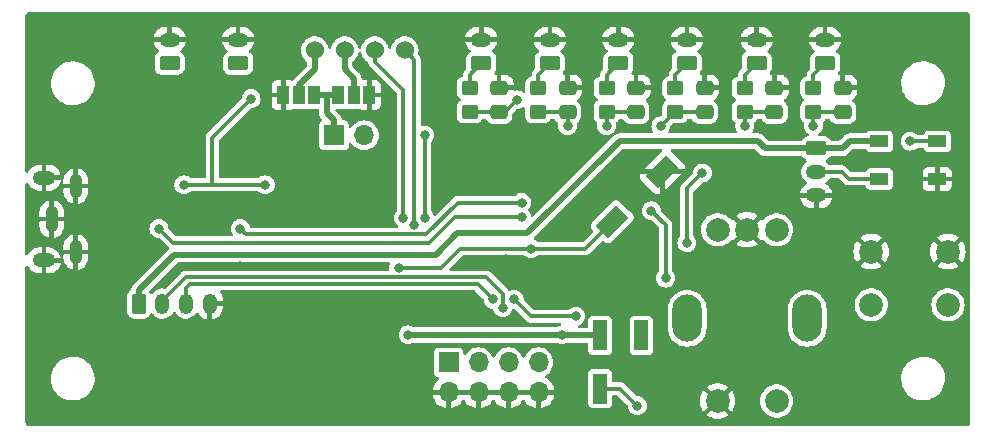
<source format=gtl>
G04 #@! TF.GenerationSoftware,KiCad,Pcbnew,(7.0.0)*
G04 #@! TF.CreationDate,2023-02-19T07:57:40+03:00*
G04 #@! TF.ProjectId,V0_McDisplay,56305f4d-6344-4697-9370-6c61792e6b69,1*
G04 #@! TF.SameCoordinates,Original*
G04 #@! TF.FileFunction,Copper,L1,Top*
G04 #@! TF.FilePolarity,Positive*
%FSLAX46Y46*%
G04 Gerber Fmt 4.6, Leading zero omitted, Abs format (unit mm)*
G04 Created by KiCad (PCBNEW (7.0.0)) date 2023-02-19 07:57:40*
%MOMM*%
%LPD*%
G01*
G04 APERTURE LIST*
G04 Aperture macros list*
%AMRoundRect*
0 Rectangle with rounded corners*
0 $1 Rounding radius*
0 $2 $3 $4 $5 $6 $7 $8 $9 X,Y pos of 4 corners*
0 Add a 4 corners polygon primitive as box body*
4,1,4,$2,$3,$4,$5,$6,$7,$8,$9,$2,$3,0*
0 Add four circle primitives for the rounded corners*
1,1,$1+$1,$2,$3*
1,1,$1+$1,$4,$5*
1,1,$1+$1,$6,$7*
1,1,$1+$1,$8,$9*
0 Add four rect primitives between the rounded corners*
20,1,$1+$1,$2,$3,$4,$5,0*
20,1,$1+$1,$4,$5,$6,$7,0*
20,1,$1+$1,$6,$7,$8,$9,0*
20,1,$1+$1,$8,$9,$2,$3,0*%
%AMRotRect*
0 Rectangle, with rotation*
0 The origin of the aperture is its center*
0 $1 length*
0 $2 width*
0 $3 Rotation angle, in degrees counterclockwise*
0 Add horizontal line*
21,1,$1,$2,0,0,$3*%
G04 Aperture macros list end*
G04 #@! TA.AperFunction,SMDPad,CuDef*
%ADD10R,1.500000X1.000000*%
G04 #@! TD*
G04 #@! TA.AperFunction,SMDPad,CuDef*
%ADD11RoundRect,0.250000X-0.450000X0.350000X-0.450000X-0.350000X0.450000X-0.350000X0.450000X0.350000X0*%
G04 #@! TD*
G04 #@! TA.AperFunction,ComponentPad*
%ADD12C,2.000000*%
G04 #@! TD*
G04 #@! TA.AperFunction,SMDPad,CuDef*
%ADD13RoundRect,0.250000X0.475000X-0.337500X0.475000X0.337500X-0.475000X0.337500X-0.475000X-0.337500X0*%
G04 #@! TD*
G04 #@! TA.AperFunction,SMDPad,CuDef*
%ADD14R,1.200000X2.500000*%
G04 #@! TD*
G04 #@! TA.AperFunction,SMDPad,CuDef*
%ADD15R,1.000000X1.500000*%
G04 #@! TD*
G04 #@! TA.AperFunction,SMDPad,CuDef*
%ADD16RotRect,2.500000X1.500000X225.000000*%
G04 #@! TD*
G04 #@! TA.AperFunction,ComponentPad*
%ADD17C,1.524000*%
G04 #@! TD*
G04 #@! TA.AperFunction,ComponentPad*
%ADD18O,2.500000X4.000000*%
G04 #@! TD*
G04 #@! TA.AperFunction,ComponentPad*
%ADD19R,1.700000X1.700000*%
G04 #@! TD*
G04 #@! TA.AperFunction,ComponentPad*
%ADD20O,1.700000X1.700000*%
G04 #@! TD*
G04 #@! TA.AperFunction,ComponentPad*
%ADD21RoundRect,0.250000X-0.625000X0.350000X-0.625000X-0.350000X0.625000X-0.350000X0.625000X0.350000X0*%
G04 #@! TD*
G04 #@! TA.AperFunction,ComponentPad*
%ADD22O,1.750000X1.200000*%
G04 #@! TD*
G04 #@! TA.AperFunction,ComponentPad*
%ADD23RoundRect,0.250000X0.625000X-0.350000X0.625000X0.350000X-0.625000X0.350000X-0.625000X-0.350000X0*%
G04 #@! TD*
G04 #@! TA.AperFunction,ComponentPad*
%ADD24RoundRect,0.250000X-0.350000X-0.625000X0.350000X-0.625000X0.350000X0.625000X-0.350000X0.625000X0*%
G04 #@! TD*
G04 #@! TA.AperFunction,ComponentPad*
%ADD25O,1.200000X1.750000*%
G04 #@! TD*
G04 #@! TA.AperFunction,ComponentPad*
%ADD26O,1.900000X1.200000*%
G04 #@! TD*
G04 #@! TA.AperFunction,ComponentPad*
%ADD27O,1.100000X2.000000*%
G04 #@! TD*
G04 #@! TA.AperFunction,ComponentPad*
%ADD28O,1.100000X2.200000*%
G04 #@! TD*
G04 #@! TA.AperFunction,ViaPad*
%ADD29C,0.800000*%
G04 #@! TD*
G04 #@! TA.AperFunction,Conductor*
%ADD30C,0.500000*%
G04 #@! TD*
G04 #@! TA.AperFunction,Conductor*
%ADD31C,0.300000*%
G04 #@! TD*
G04 APERTURE END LIST*
D10*
X72299999Y-10899999D03*
X72299999Y-14099999D03*
X77199999Y-14099999D03*
X77199999Y-10899999D03*
D11*
X49200000Y-6400000D03*
X49200000Y-8400000D03*
D12*
X71600000Y-20250000D03*
X78100000Y-20250000D03*
X71600000Y-24750000D03*
X78100000Y-24750000D03*
D11*
X43400000Y-6400000D03*
X43400000Y-8400000D03*
X55000000Y-6400000D03*
X55000000Y-8400000D03*
D13*
X57500000Y-8437500D03*
X57500000Y-6362500D03*
D14*
X52149999Y-27349999D03*
X48649999Y-27349999D03*
X48649999Y-31849999D03*
D13*
X69200000Y-8437500D03*
X69200000Y-6362500D03*
X51700000Y-8437500D03*
X51700000Y-6362500D03*
D11*
X66700000Y-6400000D03*
X66700000Y-8400000D03*
X60900000Y-6400000D03*
X60900000Y-8400000D03*
D15*
X24442499Y-6999999D03*
X23142499Y-6999999D03*
X21842499Y-6999999D03*
D13*
X45900000Y-8437500D03*
X45900000Y-6362500D03*
D16*
X53921319Y-13478679D03*
X49678679Y-17721319D03*
D13*
X40100000Y-8437500D03*
X40100000Y-6362500D03*
D11*
X37600000Y-6400000D03*
X37600000Y-8400000D03*
D15*
X26499999Y-6999999D03*
X27799999Y-6999999D03*
X29099999Y-6999999D03*
D17*
X24490000Y-3200000D03*
X27030000Y-3200000D03*
X29570000Y-3200000D03*
X32110000Y-3200000D03*
D13*
X63400000Y-8437500D03*
X63400000Y-6362500D03*
D12*
X63600000Y-18400000D03*
X58600000Y-18400000D03*
X61100000Y-18400000D03*
D18*
X66179999Y-25899999D03*
X56019999Y-25899999D03*
D12*
X63600000Y-32900000D03*
X58600000Y-32900000D03*
D19*
X35819999Y-29624999D03*
D20*
X35819999Y-32164999D03*
X38359999Y-29624999D03*
X38359999Y-32164999D03*
X40899999Y-29624999D03*
X40899999Y-32164999D03*
X43439999Y-29624999D03*
X43439999Y-32164999D03*
D21*
X66950000Y-11500000D03*
D22*
X66949999Y-13499999D03*
X66949999Y-15499999D03*
D19*
X26124999Y-10399999D03*
D20*
X28664999Y-10399999D03*
D23*
X38600000Y-4300000D03*
D22*
X38599999Y-2299999D03*
D23*
X61900000Y-4300000D03*
D22*
X61899999Y-2299999D03*
D23*
X50200000Y-4300000D03*
D22*
X50199999Y-2299999D03*
D24*
X9600000Y-24650000D03*
D25*
X11599999Y-24649999D03*
X13599999Y-24649999D03*
X15599999Y-24649999D03*
D23*
X44400000Y-4300000D03*
D22*
X44399999Y-2299999D03*
D23*
X12200000Y-4300000D03*
D22*
X12199999Y-2299999D03*
D26*
X1562499Y-20999999D03*
D27*
X4262499Y-20293999D03*
D28*
X2230499Y-17499999D03*
D27*
X4262499Y-14705999D03*
D26*
X1562499Y-13999999D03*
D23*
X18000000Y-4300000D03*
D22*
X17999999Y-2299999D03*
D23*
X56000000Y-4300000D03*
D22*
X55999999Y-2299999D03*
D23*
X67700000Y-4300000D03*
D22*
X67699999Y-2299999D03*
D29*
X51800000Y-33300000D03*
X41600000Y-7400000D03*
X47600000Y-10900000D03*
X74800000Y-17800000D03*
X31700000Y-25500000D03*
X23300000Y-14200000D03*
X8200000Y-14200000D03*
X8200000Y-12300000D03*
X14600000Y-29900000D03*
X35100000Y-10900000D03*
X18200000Y-21500000D03*
X15700000Y-15600000D03*
X49400000Y-23200000D03*
X72400000Y-17000000D03*
X15700000Y-8400000D03*
X30700000Y-15700000D03*
X39600000Y-12000000D03*
X63100000Y-25900000D03*
X39600000Y-10000000D03*
X59100000Y-25900000D03*
X23500000Y-27100000D03*
X23300000Y-10400000D03*
X74800000Y-16200000D03*
X40700000Y-20900000D03*
X46600000Y-33500000D03*
X8200000Y-10400000D03*
X77200000Y-17000000D03*
X38000000Y-26100000D03*
X29400000Y-31000000D03*
X26500000Y-32000000D03*
X23300000Y-12300000D03*
X49200000Y-9600000D03*
X60900000Y-9600000D03*
X45900000Y-9600000D03*
X53800000Y-9600000D03*
X66700000Y-9600000D03*
X32400000Y-27300000D03*
X45400000Y-27300000D03*
X20300000Y-14600000D03*
X13400000Y-14600000D03*
X19100000Y-7300000D03*
X42000000Y-16100000D03*
X18200000Y-18300000D03*
X42000000Y-17300000D03*
X11300000Y-18300000D03*
X74900000Y-10900000D03*
X40400000Y-25000000D03*
X39600000Y-24300000D03*
X42800000Y-20000000D03*
X31600000Y-21600000D03*
X33800000Y-10400000D03*
X33800000Y-17400000D03*
X32000000Y-17400000D03*
X32900000Y-18000000D03*
X46600000Y-25712000D03*
X41363000Y-24300000D03*
X54200000Y-22500000D03*
X53000000Y-16800000D03*
X56000000Y-19500000D03*
X57300000Y-13600000D03*
D30*
X72300000Y-10900000D02*
X69775000Y-10900000D01*
X62000000Y-10900000D02*
X50300000Y-10900000D01*
X36550000Y-18700000D02*
X34750000Y-20500000D01*
X50300000Y-10900000D02*
X42500000Y-18700000D01*
X42500000Y-18700000D02*
X36550000Y-18700000D01*
X62600000Y-11500000D02*
X62000000Y-10900000D01*
X69175000Y-11500000D02*
X66950000Y-11500000D01*
X34750000Y-20500000D02*
X12600000Y-20500000D01*
X69775000Y-10900000D02*
X69175000Y-11500000D01*
X66950000Y-11500000D02*
X62600000Y-11500000D01*
X9600000Y-23500000D02*
X9600000Y-24650000D01*
X12600000Y-20500000D02*
X9600000Y-23500000D01*
D31*
X50350000Y-31850000D02*
X48650000Y-31850000D01*
X51800000Y-33300000D02*
X50350000Y-31850000D01*
X41600000Y-7400000D02*
X40562500Y-8437500D01*
X40100000Y-8437500D02*
X37637500Y-8437500D01*
X40562500Y-8437500D02*
X40100000Y-8437500D01*
X37637500Y-8437500D02*
X37600000Y-8400000D01*
X49237500Y-8437500D02*
X49200000Y-8400000D01*
X51700000Y-8437500D02*
X49237500Y-8437500D01*
X49200000Y-8400000D02*
X49200000Y-9600000D01*
X60937500Y-8437500D02*
X60900000Y-8400000D01*
X60900000Y-8400000D02*
X60900000Y-9600000D01*
X63400000Y-8437500D02*
X60937500Y-8437500D01*
X43437500Y-8437500D02*
X43400000Y-8400000D01*
X45900000Y-8437500D02*
X43437500Y-8437500D01*
X45900000Y-8437500D02*
X45900000Y-9600000D01*
X55000000Y-8400000D02*
X53800000Y-9600000D01*
X55037500Y-8437500D02*
X55000000Y-8400000D01*
X57500000Y-8437500D02*
X55037500Y-8437500D01*
X66737500Y-8437500D02*
X66700000Y-8400000D01*
X69200000Y-8437500D02*
X66737500Y-8437500D01*
X66700000Y-8400000D02*
X66700000Y-9600000D01*
D30*
X25500000Y-7000000D02*
X26500000Y-7000000D01*
X26125000Y-10400000D02*
X26125000Y-9125000D01*
X45400000Y-27300000D02*
X45450000Y-27350000D01*
X45450000Y-27350000D02*
X48650000Y-27350000D01*
X45400000Y-27300000D02*
X32400000Y-27300000D01*
X24442500Y-7000000D02*
X25500000Y-7000000D01*
X25500000Y-8500000D02*
X25500000Y-7000000D01*
X26125000Y-9125000D02*
X25500000Y-8500000D01*
D31*
X15800000Y-10600000D02*
X15800000Y-14600000D01*
X15800000Y-14600000D02*
X20300000Y-14600000D01*
X19100000Y-7300000D02*
X15800000Y-10600000D01*
X13400000Y-14600000D02*
X15800000Y-14600000D01*
X18700000Y-18800000D02*
X18200000Y-18300000D01*
X33900000Y-18800000D02*
X18700000Y-18800000D01*
X42000000Y-16100000D02*
X36600000Y-16100000D01*
X36600000Y-16100000D02*
X33900000Y-18800000D01*
X42000000Y-17300000D02*
X36400000Y-17300000D01*
X12500000Y-19500000D02*
X11300000Y-18300000D01*
X34200000Y-19500000D02*
X12500000Y-19500000D01*
X36400000Y-17300000D02*
X34200000Y-19500000D01*
X69100000Y-13500000D02*
X66950000Y-13500000D01*
X72300000Y-14100000D02*
X69700000Y-14100000D01*
X69700000Y-14100000D02*
X69100000Y-13500000D01*
X74900000Y-10900000D02*
X77250000Y-10900000D01*
X40400000Y-23800000D02*
X39025000Y-22425000D01*
X13575000Y-22425000D02*
X11600000Y-24400000D01*
X39025000Y-22425000D02*
X13575000Y-22425000D01*
X11600000Y-24400000D02*
X11600000Y-24650000D01*
X40400000Y-25000000D02*
X40400000Y-23800000D01*
X13925000Y-22975000D02*
X13600000Y-23300000D01*
X13600000Y-23300000D02*
X13600000Y-24650000D01*
X39600000Y-24300000D02*
X38275000Y-22975000D01*
X38275000Y-22975000D02*
X13925000Y-22975000D01*
X37600000Y-6400000D02*
X37600000Y-5300000D01*
X37600000Y-5300000D02*
X38600000Y-4300000D01*
X49200000Y-5300000D02*
X50200000Y-4300000D01*
X49200000Y-6400000D02*
X49200000Y-5300000D01*
X60900000Y-6400000D02*
X60900000Y-5300000D01*
X60900000Y-5300000D02*
X61900000Y-4300000D01*
X31600000Y-21600000D02*
X35200000Y-21600000D01*
X47400000Y-20000000D02*
X49678680Y-17721320D01*
X41100000Y-20000000D02*
X47400000Y-20000000D01*
X36800000Y-20000000D02*
X41100000Y-20000000D01*
X35200000Y-21600000D02*
X36800000Y-20000000D01*
X43400000Y-6400000D02*
X43400000Y-5300000D01*
X43400000Y-5300000D02*
X44400000Y-4300000D01*
X55000000Y-5300000D02*
X56000000Y-4300000D01*
X55000000Y-6400000D02*
X55000000Y-5300000D01*
X66700000Y-5300000D02*
X67700000Y-4300000D01*
X66700000Y-6400000D02*
X66700000Y-5300000D01*
X33800000Y-10400000D02*
X33800000Y-17400000D01*
D30*
X23142500Y-7000000D02*
X23142500Y-6157500D01*
X24490000Y-4810000D02*
X24490000Y-3200000D01*
X23142500Y-6157500D02*
X24490000Y-4810000D01*
X27800000Y-5600000D02*
X27030000Y-4830000D01*
X27030000Y-4830000D02*
X27030000Y-3200000D01*
X27800000Y-7000000D02*
X27800000Y-5600000D01*
D31*
X29570000Y-4170000D02*
X29570000Y-3200000D01*
X32000000Y-6600000D02*
X29570000Y-4170000D01*
X32000000Y-17400000D02*
X32000000Y-6600000D01*
X32900000Y-18000000D02*
X32900000Y-3990000D01*
X32900000Y-3990000D02*
X32110000Y-3200000D01*
X42775000Y-25712000D02*
X46600000Y-25712000D01*
X41363000Y-24300000D02*
X42775000Y-25712000D01*
X54200000Y-18000000D02*
X53000000Y-16800000D01*
X54200000Y-22500000D02*
X54200000Y-18000000D01*
X56000000Y-14900000D02*
X56000000Y-19500000D01*
X57300000Y-13600000D02*
X56000000Y-14900000D01*
G04 #@! TA.AperFunction,Conductor*
G36*
X30791347Y-21164333D02*
G01*
X30835563Y-21202745D01*
X30857216Y-21257166D01*
X30851474Y-21315455D01*
X30816932Y-21414167D01*
X30816928Y-21414181D01*
X30814632Y-21420745D01*
X30813852Y-21427662D01*
X30813852Y-21427665D01*
X30805699Y-21500031D01*
X30794435Y-21600000D01*
X30797356Y-21625929D01*
X30809828Y-21736616D01*
X30798328Y-21804302D01*
X30752580Y-21855494D01*
X30686608Y-21874500D01*
X13586522Y-21874500D01*
X13582289Y-21874428D01*
X13526648Y-21872527D01*
X13526644Y-21872527D01*
X13518174Y-21872238D01*
X13509940Y-21874244D01*
X13509934Y-21874245D01*
X13478256Y-21881965D01*
X13465785Y-21884335D01*
X13433479Y-21888775D01*
X13433475Y-21888776D01*
X13425080Y-21889930D01*
X13417308Y-21893305D01*
X13417300Y-21893308D01*
X13408609Y-21897083D01*
X13388581Y-21903817D01*
X13379391Y-21906056D01*
X13379376Y-21906061D01*
X13371148Y-21908067D01*
X13363763Y-21912218D01*
X13363758Y-21912221D01*
X13335332Y-21928204D01*
X13323968Y-21933848D01*
X13294061Y-21946839D01*
X13294055Y-21946842D01*
X13286280Y-21950220D01*
X13279705Y-21955568D01*
X13279698Y-21955573D01*
X13272355Y-21961547D01*
X13254889Y-21973434D01*
X13246637Y-21978074D01*
X13246630Y-21978078D01*
X13239241Y-21982234D01*
X13233246Y-21988228D01*
X13233239Y-21988234D01*
X13210178Y-22011294D01*
X13200758Y-22019796D01*
X13175469Y-22040371D01*
X13168892Y-22045722D01*
X13164003Y-22052647D01*
X13163998Y-22052653D01*
X13158540Y-22060385D01*
X13144922Y-22076551D01*
X11872517Y-23348956D01*
X11817468Y-23380904D01*
X11764926Y-23381258D01*
X11764589Y-23383465D01*
X11758366Y-23382511D01*
X11752285Y-23380937D01*
X11746014Y-23380619D01*
X11746008Y-23380618D01*
X11555345Y-23370949D01*
X11555339Y-23370949D01*
X11549064Y-23370631D01*
X11542852Y-23371582D01*
X11542845Y-23371583D01*
X11354143Y-23400491D01*
X11354133Y-23400493D01*
X11347929Y-23401444D01*
X11342040Y-23403624D01*
X11342032Y-23403627D01*
X11163013Y-23469928D01*
X11163005Y-23469931D01*
X11157113Y-23472114D01*
X11151779Y-23475438D01*
X11151772Y-23475442D01*
X10989765Y-23576421D01*
X10989757Y-23576426D01*
X10984429Y-23579748D01*
X10979875Y-23584076D01*
X10979871Y-23584080D01*
X10841503Y-23715609D01*
X10841497Y-23715615D01*
X10836947Y-23719941D01*
X10833358Y-23725096D01*
X10833354Y-23725102D01*
X10774962Y-23808996D01*
X10721481Y-23852368D01*
X10653107Y-23860521D01*
X10590926Y-23830942D01*
X10557964Y-23778842D01*
X10557018Y-23779252D01*
X10554409Y-23773223D01*
X10554112Y-23772754D01*
X10551744Y-23764602D01*
X10547774Y-23757889D01*
X10547771Y-23757882D01*
X10490557Y-23661138D01*
X10473839Y-23609687D01*
X10480620Y-23556014D01*
X10509606Y-23510339D01*
X12833127Y-21186818D01*
X12873355Y-21159939D01*
X12920808Y-21150500D01*
X30734433Y-21150500D01*
X30791347Y-21164333D01*
G37*
G04 #@! TD.AperFunction*
G04 #@! TA.AperFunction,Conductor*
G36*
X79764493Y-2882D02*
G01*
X79821480Y-14218D01*
X79866175Y-32730D01*
X79906272Y-59522D01*
X79940477Y-93727D01*
X79967267Y-133822D01*
X79985781Y-178518D01*
X79997117Y-235505D01*
X79999500Y-259697D01*
X79999500Y-34740303D01*
X79997117Y-34764496D01*
X79985781Y-34821482D01*
X79967267Y-34866179D01*
X79940481Y-34906268D01*
X79906269Y-34940479D01*
X79871975Y-34963394D01*
X79866179Y-34967267D01*
X79821482Y-34985781D01*
X79791578Y-34991729D01*
X79764491Y-34997117D01*
X79740303Y-34999500D01*
X259697Y-34999500D01*
X235507Y-34997117D01*
X217334Y-34993502D01*
X178518Y-34985781D01*
X133822Y-34967267D01*
X93727Y-34940477D01*
X59522Y-34906272D01*
X32730Y-34866175D01*
X14218Y-34821480D01*
X2883Y-34764494D01*
X500Y-34740303D01*
X500Y-31067765D01*
X2145788Y-31067765D01*
X2146282Y-31072262D01*
X2146283Y-31072267D01*
X2174917Y-31332506D01*
X2174918Y-31332513D01*
X2175414Y-31337018D01*
X2176559Y-31341398D01*
X2176561Y-31341408D01*
X2228315Y-31539368D01*
X2243928Y-31599088D01*
X2245693Y-31603242D01*
X2245696Y-31603250D01*
X2348099Y-31844223D01*
X2349870Y-31848390D01*
X2352226Y-31852251D01*
X2352229Y-31852256D01*
X2462583Y-32033077D01*
X2490982Y-32079610D01*
X2664255Y-32287820D01*
X2667630Y-32290844D01*
X2667631Y-32290845D01*
X2843774Y-32448670D01*
X2865998Y-32468582D01*
X3091910Y-32618044D01*
X3337176Y-32733020D01*
X3596569Y-32811060D01*
X3864561Y-32850500D01*
X4065369Y-32850500D01*
X4067631Y-32850500D01*
X4270156Y-32835677D01*
X4534553Y-32776780D01*
X4787558Y-32680014D01*
X5023777Y-32547441D01*
X5237801Y-32382178D01*
X34483843Y-32382178D01*
X34484958Y-32394922D01*
X34486833Y-32405553D01*
X34545168Y-32623263D01*
X34548856Y-32633397D01*
X34644113Y-32837676D01*
X34649501Y-32847008D01*
X34778784Y-33031643D01*
X34785721Y-33039909D01*
X34945090Y-33199278D01*
X34953356Y-33206215D01*
X35137991Y-33335498D01*
X35147323Y-33340886D01*
X35351602Y-33436143D01*
X35361736Y-33439831D01*
X35579446Y-33498166D01*
X35590077Y-33500041D01*
X35602821Y-33501156D01*
X35616265Y-33498583D01*
X35620000Y-33485415D01*
X36020000Y-33485415D01*
X36023734Y-33498583D01*
X36037178Y-33501156D01*
X36049922Y-33500041D01*
X36060553Y-33498166D01*
X36278263Y-33439831D01*
X36288397Y-33436143D01*
X36492676Y-33340886D01*
X36502008Y-33335498D01*
X36686643Y-33206215D01*
X36694909Y-33199278D01*
X36854278Y-33039909D01*
X36861215Y-33031643D01*
X36988425Y-32849969D01*
X37032743Y-32811104D01*
X37090000Y-32797093D01*
X37147257Y-32811104D01*
X37191575Y-32849969D01*
X37318784Y-33031643D01*
X37325721Y-33039909D01*
X37485090Y-33199278D01*
X37493356Y-33206215D01*
X37677991Y-33335498D01*
X37687323Y-33340886D01*
X37891602Y-33436143D01*
X37901736Y-33439831D01*
X38119446Y-33498166D01*
X38130077Y-33500041D01*
X38142821Y-33501156D01*
X38156265Y-33498583D01*
X38160000Y-33485415D01*
X38560000Y-33485415D01*
X38563734Y-33498583D01*
X38577178Y-33501156D01*
X38589922Y-33500041D01*
X38600553Y-33498166D01*
X38818263Y-33439831D01*
X38828397Y-33436143D01*
X39032676Y-33340886D01*
X39042008Y-33335498D01*
X39226643Y-33206215D01*
X39234909Y-33199278D01*
X39394278Y-33039909D01*
X39401215Y-33031643D01*
X39528425Y-32849969D01*
X39572743Y-32811104D01*
X39630000Y-32797093D01*
X39687257Y-32811104D01*
X39731575Y-32849969D01*
X39858784Y-33031643D01*
X39865721Y-33039909D01*
X40025090Y-33199278D01*
X40033356Y-33206215D01*
X40217991Y-33335498D01*
X40227323Y-33340886D01*
X40431602Y-33436143D01*
X40441736Y-33439831D01*
X40659446Y-33498166D01*
X40670077Y-33500041D01*
X40682821Y-33501156D01*
X40696265Y-33498583D01*
X40700000Y-33485415D01*
X41100000Y-33485415D01*
X41103734Y-33498583D01*
X41117178Y-33501156D01*
X41129922Y-33500041D01*
X41140553Y-33498166D01*
X41358263Y-33439831D01*
X41368397Y-33436143D01*
X41572676Y-33340886D01*
X41582008Y-33335498D01*
X41766643Y-33206215D01*
X41774909Y-33199278D01*
X41934278Y-33039909D01*
X41941215Y-33031643D01*
X42068425Y-32849969D01*
X42112743Y-32811104D01*
X42170000Y-32797093D01*
X42227257Y-32811104D01*
X42271575Y-32849969D01*
X42398784Y-33031643D01*
X42405721Y-33039909D01*
X42565090Y-33199278D01*
X42573356Y-33206215D01*
X42757991Y-33335498D01*
X42767323Y-33340886D01*
X42971602Y-33436143D01*
X42981736Y-33439831D01*
X43199446Y-33498166D01*
X43210077Y-33500041D01*
X43222821Y-33501156D01*
X43236265Y-33498583D01*
X43240000Y-33485415D01*
X43640000Y-33485415D01*
X43643734Y-33498583D01*
X43657178Y-33501156D01*
X43669922Y-33500041D01*
X43680553Y-33498166D01*
X43898263Y-33439831D01*
X43908397Y-33436143D01*
X44112676Y-33340886D01*
X44122008Y-33335498D01*
X44306643Y-33206215D01*
X44314909Y-33199278D01*
X44387528Y-33126659D01*
X47649500Y-33126659D01*
X47649501Y-33131518D01*
X47650261Y-33136320D01*
X47650262Y-33136326D01*
X47658402Y-33187721D01*
X47664354Y-33225304D01*
X47668780Y-33233991D01*
X47668782Y-33233996D01*
X47705941Y-33306923D01*
X47721950Y-33338342D01*
X47811658Y-33428050D01*
X47924696Y-33485646D01*
X48018481Y-33500500D01*
X49281518Y-33500499D01*
X49375304Y-33485646D01*
X49488342Y-33428050D01*
X49578050Y-33338342D01*
X49635646Y-33225304D01*
X49650500Y-33131519D01*
X49650500Y-32524500D01*
X49667113Y-32462500D01*
X49712500Y-32417113D01*
X49774500Y-32400500D01*
X50070613Y-32400500D01*
X50118066Y-32409939D01*
X50158294Y-32436819D01*
X50960320Y-33238845D01*
X50984359Y-33272724D01*
X50995859Y-33312642D01*
X51009774Y-33436143D01*
X51014632Y-33479255D01*
X51016928Y-33485819D01*
X51016930Y-33485824D01*
X51060966Y-33611671D01*
X51074211Y-33649522D01*
X51170184Y-33802262D01*
X51297738Y-33929816D01*
X51450478Y-34025789D01*
X51620745Y-34085368D01*
X51800000Y-34105565D01*
X51917731Y-34092300D01*
X57695988Y-34092300D01*
X57704094Y-34103490D01*
X57772719Y-34156904D01*
X57781276Y-34162495D01*
X57990885Y-34275929D01*
X58000239Y-34280032D01*
X58225656Y-34357417D01*
X58235568Y-34359928D01*
X58470643Y-34399155D01*
X58480839Y-34400000D01*
X58719161Y-34400000D01*
X58729356Y-34399155D01*
X58964431Y-34359928D01*
X58974343Y-34357417D01*
X59199760Y-34280032D01*
X59209114Y-34275929D01*
X59418719Y-34162496D01*
X59427285Y-34156900D01*
X59495906Y-34103489D01*
X59504011Y-34092301D01*
X59497350Y-34080193D01*
X58611542Y-33194385D01*
X58600000Y-33187721D01*
X58588457Y-33194385D01*
X57702648Y-34080193D01*
X57695988Y-34092300D01*
X51917731Y-34092300D01*
X51979255Y-34085368D01*
X52149522Y-34025789D01*
X52302262Y-33929816D01*
X52429816Y-33802262D01*
X52525789Y-33649522D01*
X52585368Y-33479255D01*
X52605565Y-33300000D01*
X52585368Y-33120745D01*
X52525789Y-32950478D01*
X52497287Y-32905117D01*
X57095283Y-32905117D01*
X57114962Y-33142618D01*
X57116646Y-33152712D01*
X57175153Y-33383747D01*
X57178472Y-33393414D01*
X57274207Y-33611671D01*
X57279073Y-33620661D01*
X57396938Y-33801068D01*
X57404905Y-33808793D01*
X57414285Y-33802870D01*
X58305614Y-32911542D01*
X58312278Y-32900000D01*
X58887721Y-32900000D01*
X58894385Y-32911542D01*
X59785712Y-33802869D01*
X59795094Y-33808793D01*
X59803058Y-33801073D01*
X59920929Y-33620656D01*
X59925791Y-33611673D01*
X60021527Y-33393414D01*
X60024846Y-33383747D01*
X60083353Y-33152712D01*
X60085037Y-33142618D01*
X60104717Y-32905117D01*
X60104717Y-32900000D01*
X62194700Y-32900000D01*
X62195124Y-32905117D01*
X62213441Y-33126186D01*
X62213442Y-33126195D01*
X62213866Y-33131305D01*
X62215123Y-33136272D01*
X62215125Y-33136279D01*
X62268043Y-33345243D01*
X62270843Y-33356300D01*
X62272903Y-33360996D01*
X62362016Y-33564154D01*
X62362019Y-33564159D01*
X62364076Y-33568849D01*
X62416782Y-33649522D01*
X62488219Y-33758865D01*
X62488222Y-33758869D01*
X62491021Y-33763153D01*
X62648216Y-33933913D01*
X62831374Y-34076470D01*
X63035497Y-34186936D01*
X63255019Y-34262298D01*
X63483951Y-34300500D01*
X63710916Y-34300500D01*
X63716049Y-34300500D01*
X63944981Y-34262298D01*
X64164503Y-34186936D01*
X64368626Y-34076470D01*
X64551784Y-33933913D01*
X64708979Y-33763153D01*
X64835924Y-33568849D01*
X64929157Y-33356300D01*
X64986134Y-33131305D01*
X65005300Y-32900000D01*
X64986134Y-32668695D01*
X64929157Y-32443700D01*
X64835924Y-32231151D01*
X64708979Y-32036847D01*
X64551784Y-31866087D01*
X64368626Y-31723530D01*
X64314497Y-31694237D01*
X64169007Y-31615501D01*
X64169002Y-31615499D01*
X64164503Y-31613064D01*
X64159657Y-31611400D01*
X64159654Y-31611399D01*
X63949834Y-31539368D01*
X63949833Y-31539367D01*
X63944981Y-31537702D01*
X63939931Y-31536859D01*
X63939922Y-31536857D01*
X63721111Y-31500344D01*
X63721102Y-31500343D01*
X63716049Y-31499500D01*
X63483951Y-31499500D01*
X63478898Y-31500343D01*
X63478888Y-31500344D01*
X63260077Y-31536857D01*
X63260065Y-31536859D01*
X63255019Y-31537702D01*
X63250169Y-31539366D01*
X63250165Y-31539368D01*
X63040345Y-31611399D01*
X63040337Y-31611402D01*
X63035497Y-31613064D01*
X63031001Y-31615496D01*
X63030992Y-31615501D01*
X62835882Y-31721090D01*
X62835878Y-31721092D01*
X62831374Y-31723530D01*
X62827334Y-31726674D01*
X62827327Y-31726679D01*
X62652263Y-31862936D01*
X62652255Y-31862943D01*
X62648216Y-31866087D01*
X62644746Y-31869855D01*
X62644742Y-31869860D01*
X62494491Y-32033077D01*
X62494488Y-32033080D01*
X62491021Y-32036847D01*
X62488226Y-32041124D01*
X62488219Y-32041134D01*
X62390868Y-32190142D01*
X62364076Y-32231151D01*
X62362021Y-32235835D01*
X62362016Y-32235845D01*
X62282505Y-32417113D01*
X62270843Y-32443700D01*
X62269585Y-32448665D01*
X62269584Y-32448670D01*
X62215125Y-32663720D01*
X62215123Y-32663729D01*
X62213866Y-32668695D01*
X62213442Y-32673802D01*
X62213441Y-32673813D01*
X62195656Y-32888457D01*
X62194700Y-32900000D01*
X60104717Y-32900000D01*
X60104717Y-32894883D01*
X60085037Y-32657381D01*
X60083353Y-32647287D01*
X60024846Y-32416252D01*
X60021527Y-32406585D01*
X59925792Y-32188328D01*
X59920926Y-32179338D01*
X59803060Y-31998930D01*
X59795093Y-31991205D01*
X59785712Y-31997129D01*
X58894385Y-32888457D01*
X58887721Y-32900000D01*
X58312278Y-32900000D01*
X58305614Y-32888457D01*
X57414285Y-31997128D01*
X57404905Y-31991205D01*
X57396938Y-31998929D01*
X57279073Y-32179338D01*
X57274207Y-32188328D01*
X57178472Y-32406585D01*
X57175153Y-32416252D01*
X57116646Y-32647287D01*
X57114962Y-32657381D01*
X57095283Y-32894883D01*
X57095283Y-32905117D01*
X52497287Y-32905117D01*
X52429816Y-32797738D01*
X52302262Y-32670184D01*
X52149522Y-32574211D01*
X52142959Y-32571914D01*
X52142956Y-32571913D01*
X51985824Y-32516930D01*
X51985819Y-32516928D01*
X51979255Y-32514632D01*
X51972337Y-32513852D01*
X51972335Y-32513852D01*
X51812642Y-32495859D01*
X51772724Y-32484359D01*
X51738845Y-32460320D01*
X50986223Y-31707698D01*
X57695987Y-31707698D01*
X57702648Y-31719805D01*
X58588457Y-32605614D01*
X58600000Y-32612278D01*
X58611542Y-32605614D01*
X59497350Y-31719805D01*
X59504010Y-31707698D01*
X59495904Y-31696508D01*
X59427280Y-31643095D01*
X59418723Y-31637504D01*
X59209114Y-31524070D01*
X59199760Y-31519967D01*
X58974343Y-31442582D01*
X58964431Y-31440071D01*
X58729356Y-31400844D01*
X58719161Y-31400000D01*
X58480839Y-31400000D01*
X58470643Y-31400844D01*
X58235568Y-31440071D01*
X58225656Y-31442582D01*
X58000239Y-31519967D01*
X57990885Y-31524070D01*
X57781276Y-31637504D01*
X57772718Y-31643096D01*
X57704093Y-31696509D01*
X57695987Y-31707698D01*
X50986223Y-31707698D01*
X50747405Y-31468880D01*
X50744493Y-31465868D01*
X50700680Y-31418956D01*
X50693439Y-31414552D01*
X50693431Y-31414546D01*
X50665573Y-31397605D01*
X50655081Y-31390465D01*
X50644851Y-31382708D01*
X50622342Y-31365639D01*
X50614459Y-31362530D01*
X50614450Y-31362525D01*
X50605642Y-31359052D01*
X50586713Y-31349650D01*
X50578631Y-31344735D01*
X50578624Y-31344732D01*
X50571382Y-31340328D01*
X50563216Y-31338039D01*
X50563214Y-31338039D01*
X50542715Y-31332295D01*
X50531814Y-31329240D01*
X50519786Y-31325196D01*
X50489453Y-31313235D01*
X50481564Y-31310124D01*
X50473129Y-31309256D01*
X50473127Y-31309256D01*
X50463713Y-31308288D01*
X50442954Y-31304343D01*
X50433829Y-31301786D01*
X50433820Y-31301784D01*
X50425665Y-31299500D01*
X50417188Y-31299500D01*
X50384582Y-31299500D01*
X50371901Y-31298850D01*
X50339466Y-31295515D01*
X50339462Y-31295515D01*
X50331028Y-31294648D01*
X50322671Y-31296088D01*
X50322667Y-31296089D01*
X50313344Y-31297697D01*
X50292275Y-31299500D01*
X49774499Y-31299500D01*
X49712499Y-31282887D01*
X49667112Y-31237500D01*
X49650499Y-31175500D01*
X49650499Y-31067765D01*
X74145788Y-31067765D01*
X74146282Y-31072262D01*
X74146283Y-31072267D01*
X74174917Y-31332506D01*
X74174918Y-31332513D01*
X74175414Y-31337018D01*
X74176559Y-31341398D01*
X74176561Y-31341408D01*
X74228315Y-31539368D01*
X74243928Y-31599088D01*
X74245693Y-31603242D01*
X74245696Y-31603250D01*
X74348099Y-31844223D01*
X74349870Y-31848390D01*
X74352226Y-31852251D01*
X74352229Y-31852256D01*
X74462583Y-32033077D01*
X74490982Y-32079610D01*
X74664255Y-32287820D01*
X74667630Y-32290844D01*
X74667631Y-32290845D01*
X74843774Y-32448670D01*
X74865998Y-32468582D01*
X75091910Y-32618044D01*
X75337176Y-32733020D01*
X75596569Y-32811060D01*
X75864561Y-32850500D01*
X76065369Y-32850500D01*
X76067631Y-32850500D01*
X76270156Y-32835677D01*
X76534553Y-32776780D01*
X76787558Y-32680014D01*
X77023777Y-32547441D01*
X77238177Y-32381888D01*
X77426186Y-32186881D01*
X77583799Y-31966579D01*
X77707656Y-31725675D01*
X77795118Y-31469305D01*
X77844319Y-31202933D01*
X77854212Y-30932235D01*
X77824586Y-30662982D01*
X77756072Y-30400912D01*
X77650130Y-30151610D01*
X77509018Y-29920390D01*
X77335745Y-29712180D01*
X77332368Y-29709154D01*
X77137382Y-29534446D01*
X77137378Y-29534442D01*
X77134002Y-29531418D01*
X76908090Y-29381956D01*
X76903996Y-29380036D01*
X76903991Y-29380034D01*
X76666929Y-29268904D01*
X76666925Y-29268902D01*
X76662824Y-29266980D01*
X76658477Y-29265672D01*
X76658474Y-29265671D01*
X76407772Y-29190246D01*
X76407771Y-29190245D01*
X76403431Y-29188940D01*
X76398957Y-29188281D01*
X76398950Y-29188280D01*
X76139913Y-29150158D01*
X76139907Y-29150157D01*
X76135439Y-29149500D01*
X75932369Y-29149500D01*
X75930120Y-29149664D01*
X75930109Y-29149665D01*
X75734363Y-29163992D01*
X75734359Y-29163992D01*
X75729844Y-29164323D01*
X75725426Y-29165307D01*
X75725420Y-29165308D01*
X75469877Y-29222232D01*
X75469861Y-29222236D01*
X75465447Y-29223220D01*
X75461216Y-29224838D01*
X75461210Y-29224840D01*
X75216673Y-29318367D01*
X75216663Y-29318371D01*
X75212442Y-29319986D01*
X75208494Y-29322201D01*
X75208489Y-29322204D01*
X74980176Y-29450340D01*
X74980171Y-29450343D01*
X74976223Y-29452559D01*
X74972639Y-29455325D01*
X74972635Y-29455329D01*
X74765407Y-29615343D01*
X74765394Y-29615354D01*
X74761823Y-29618112D01*
X74758685Y-29621366D01*
X74758678Y-29621373D01*
X74576958Y-29809857D01*
X74576952Y-29809864D01*
X74573814Y-29813119D01*
X74571189Y-29816787D01*
X74571179Y-29816800D01*
X74418834Y-30029740D01*
X74418830Y-30029745D01*
X74416201Y-30033421D01*
X74414132Y-30037444D01*
X74414129Y-30037450D01*
X74294416Y-30270293D01*
X74294411Y-30270304D01*
X74292344Y-30274325D01*
X74290884Y-30278602D01*
X74290879Y-30278616D01*
X74206348Y-30526395D01*
X74206344Y-30526407D01*
X74204882Y-30530695D01*
X74204057Y-30535159D01*
X74204057Y-30535161D01*
X74156504Y-30792606D01*
X74156502Y-30792619D01*
X74155681Y-30797067D01*
X74155515Y-30801593D01*
X74155515Y-30801599D01*
X74146236Y-31055515D01*
X74145788Y-31067765D01*
X49650499Y-31067765D01*
X49650499Y-30573353D01*
X49650499Y-30568482D01*
X49635646Y-30474696D01*
X49578050Y-30361658D01*
X49488342Y-30271950D01*
X49436258Y-30245412D01*
X49384000Y-30218785D01*
X49375304Y-30214354D01*
X49365667Y-30212827D01*
X49365662Y-30212826D01*
X49286339Y-30200263D01*
X49286333Y-30200262D01*
X49281519Y-30199500D01*
X49276640Y-30199500D01*
X48023352Y-30199500D01*
X48023339Y-30199500D01*
X48018482Y-30199501D01*
X48013680Y-30200261D01*
X48013673Y-30200262D01*
X47934331Y-30212828D01*
X47934330Y-30212828D01*
X47924696Y-30214354D01*
X47916010Y-30218779D01*
X47916003Y-30218782D01*
X47820353Y-30267519D01*
X47820349Y-30267521D01*
X47811658Y-30271950D01*
X47804759Y-30278848D01*
X47804756Y-30278851D01*
X47728851Y-30354756D01*
X47728848Y-30354759D01*
X47721950Y-30361658D01*
X47717521Y-30370349D01*
X47717519Y-30370353D01*
X47688431Y-30427442D01*
X47664354Y-30474696D01*
X47662827Y-30484330D01*
X47662826Y-30484337D01*
X47650263Y-30563660D01*
X47650262Y-30563667D01*
X47649500Y-30568481D01*
X47649500Y-30573353D01*
X47649500Y-30573359D01*
X47649500Y-33126647D01*
X47649500Y-33126659D01*
X44387528Y-33126659D01*
X44474278Y-33039909D01*
X44481215Y-33031643D01*
X44610498Y-32847008D01*
X44615886Y-32837676D01*
X44711143Y-32633397D01*
X44714831Y-32623263D01*
X44773166Y-32405553D01*
X44775041Y-32394922D01*
X44776156Y-32382178D01*
X44773583Y-32368734D01*
X44760415Y-32365000D01*
X43656326Y-32365000D01*
X43643450Y-32368450D01*
X43640000Y-32381326D01*
X43640000Y-33485415D01*
X43240000Y-33485415D01*
X43240000Y-32381326D01*
X43236549Y-32368450D01*
X43223674Y-32365000D01*
X41116326Y-32365000D01*
X41103450Y-32368450D01*
X41100000Y-32381326D01*
X41100000Y-33485415D01*
X40700000Y-33485415D01*
X40700000Y-32381326D01*
X40696549Y-32368450D01*
X40683674Y-32365000D01*
X38576326Y-32365000D01*
X38563450Y-32368450D01*
X38560000Y-32381326D01*
X38560000Y-33485415D01*
X38160000Y-33485415D01*
X38160000Y-32381326D01*
X38156549Y-32368450D01*
X38143674Y-32365000D01*
X36036326Y-32365000D01*
X36023450Y-32368450D01*
X36020000Y-32381326D01*
X36020000Y-33485415D01*
X35620000Y-33485415D01*
X35620000Y-32381326D01*
X35616549Y-32368450D01*
X35603674Y-32365000D01*
X34499585Y-32365000D01*
X34486416Y-32368734D01*
X34483843Y-32382178D01*
X5237801Y-32382178D01*
X5238177Y-32381888D01*
X5426186Y-32186881D01*
X5583799Y-31966579D01*
X5593443Y-31947821D01*
X34483843Y-31947821D01*
X34486416Y-31961265D01*
X34499585Y-31965000D01*
X44760415Y-31965000D01*
X44773583Y-31961265D01*
X44776156Y-31947821D01*
X44775041Y-31935077D01*
X44773166Y-31924446D01*
X44714831Y-31706736D01*
X44711143Y-31696602D01*
X44615889Y-31492332D01*
X44610491Y-31482982D01*
X44481215Y-31298357D01*
X44474280Y-31290092D01*
X44314909Y-31130721D01*
X44306643Y-31123784D01*
X44122008Y-30994501D01*
X44112676Y-30989113D01*
X44034134Y-30952489D01*
X43981958Y-30906732D01*
X43962539Y-30840106D01*
X43981959Y-30773481D01*
X44034134Y-30727725D01*
X44067639Y-30712102D01*
X44246877Y-30586598D01*
X44401598Y-30431877D01*
X44527102Y-30252639D01*
X44619575Y-30054330D01*
X44676207Y-29842977D01*
X44695277Y-29625000D01*
X44676207Y-29407023D01*
X44619575Y-29195670D01*
X44527102Y-28997362D01*
X44401598Y-28818123D01*
X44246877Y-28663402D01*
X44242446Y-28660299D01*
X44242442Y-28660296D01*
X44072068Y-28540999D01*
X44072066Y-28540997D01*
X44067639Y-28537898D01*
X44062742Y-28535614D01*
X44062736Y-28535611D01*
X43874236Y-28447712D01*
X43874229Y-28447709D01*
X43869330Y-28445425D01*
X43864103Y-28444024D01*
X43864102Y-28444024D01*
X43663209Y-28390194D01*
X43663199Y-28390192D01*
X43657977Y-28388793D01*
X43652585Y-28388321D01*
X43652578Y-28388320D01*
X43445395Y-28370195D01*
X43440000Y-28369723D01*
X43434605Y-28370195D01*
X43227421Y-28388320D01*
X43227412Y-28388321D01*
X43222023Y-28388793D01*
X43216802Y-28390191D01*
X43216790Y-28390194D01*
X43015897Y-28444024D01*
X43015892Y-28444025D01*
X43010670Y-28445425D01*
X43005774Y-28447707D01*
X43005763Y-28447712D01*
X42817272Y-28535608D01*
X42817268Y-28535610D01*
X42812362Y-28537898D01*
X42807929Y-28541001D01*
X42807922Y-28541006D01*
X42637558Y-28660296D01*
X42637553Y-28660299D01*
X42633123Y-28663402D01*
X42629299Y-28667225D01*
X42629293Y-28667231D01*
X42482231Y-28814293D01*
X42482225Y-28814299D01*
X42478402Y-28818123D01*
X42475299Y-28822553D01*
X42475296Y-28822558D01*
X42356006Y-28992922D01*
X42356001Y-28992929D01*
X42352898Y-28997362D01*
X42350610Y-29002268D01*
X42350608Y-29002272D01*
X42282382Y-29148583D01*
X42236625Y-29200759D01*
X42170000Y-29220178D01*
X42103375Y-29200759D01*
X42057618Y-29148583D01*
X42044530Y-29120516D01*
X41987102Y-28997362D01*
X41861598Y-28818123D01*
X41706877Y-28663402D01*
X41702446Y-28660299D01*
X41702442Y-28660296D01*
X41532068Y-28540999D01*
X41532066Y-28540997D01*
X41527639Y-28537898D01*
X41522742Y-28535614D01*
X41522736Y-28535611D01*
X41334236Y-28447712D01*
X41334229Y-28447709D01*
X41329330Y-28445425D01*
X41324103Y-28444024D01*
X41324102Y-28444024D01*
X41123209Y-28390194D01*
X41123199Y-28390192D01*
X41117977Y-28388793D01*
X41112585Y-28388321D01*
X41112578Y-28388320D01*
X40905395Y-28370195D01*
X40900000Y-28369723D01*
X40894605Y-28370195D01*
X40687421Y-28388320D01*
X40687412Y-28388321D01*
X40682023Y-28388793D01*
X40676802Y-28390191D01*
X40676790Y-28390194D01*
X40475897Y-28444024D01*
X40475892Y-28444025D01*
X40470670Y-28445425D01*
X40465774Y-28447707D01*
X40465763Y-28447712D01*
X40277272Y-28535608D01*
X40277268Y-28535610D01*
X40272362Y-28537898D01*
X40267929Y-28541001D01*
X40267922Y-28541006D01*
X40097558Y-28660296D01*
X40097553Y-28660299D01*
X40093123Y-28663402D01*
X40089299Y-28667225D01*
X40089293Y-28667231D01*
X39942231Y-28814293D01*
X39942225Y-28814299D01*
X39938402Y-28818123D01*
X39935299Y-28822553D01*
X39935296Y-28822558D01*
X39816006Y-28992922D01*
X39816001Y-28992929D01*
X39812898Y-28997362D01*
X39810610Y-29002268D01*
X39810608Y-29002272D01*
X39742382Y-29148583D01*
X39696625Y-29200759D01*
X39630000Y-29220178D01*
X39563375Y-29200759D01*
X39517618Y-29148583D01*
X39504530Y-29120516D01*
X39447102Y-28997362D01*
X39321598Y-28818123D01*
X39166877Y-28663402D01*
X39162446Y-28660299D01*
X39162442Y-28660296D01*
X38992068Y-28540999D01*
X38992066Y-28540997D01*
X38987639Y-28537898D01*
X38982742Y-28535614D01*
X38982736Y-28535611D01*
X38794236Y-28447712D01*
X38794229Y-28447709D01*
X38789330Y-28445425D01*
X38784103Y-28444024D01*
X38784102Y-28444024D01*
X38583209Y-28390194D01*
X38583199Y-28390192D01*
X38577977Y-28388793D01*
X38572585Y-28388321D01*
X38572578Y-28388320D01*
X38365395Y-28370195D01*
X38360000Y-28369723D01*
X38354605Y-28370195D01*
X38147421Y-28388320D01*
X38147412Y-28388321D01*
X38142023Y-28388793D01*
X38136802Y-28390191D01*
X38136790Y-28390194D01*
X37935897Y-28444024D01*
X37935892Y-28444025D01*
X37930670Y-28445425D01*
X37925774Y-28447707D01*
X37925763Y-28447712D01*
X37737272Y-28535608D01*
X37737268Y-28535610D01*
X37732362Y-28537898D01*
X37727929Y-28541001D01*
X37727922Y-28541006D01*
X37557558Y-28660296D01*
X37557553Y-28660299D01*
X37553123Y-28663402D01*
X37549299Y-28667225D01*
X37549293Y-28667231D01*
X37402231Y-28814293D01*
X37402225Y-28814299D01*
X37398402Y-28818123D01*
X37395300Y-28822552D01*
X37395300Y-28822553D01*
X37296074Y-28964263D01*
X37248857Y-29004590D01*
X37188009Y-29016969D01*
X37128789Y-28998297D01*
X37086046Y-28953255D01*
X37070499Y-28893139D01*
X37070499Y-28748353D01*
X37070499Y-28743482D01*
X37055646Y-28649696D01*
X37048840Y-28636339D01*
X37002480Y-28545353D01*
X36998050Y-28536658D01*
X36908342Y-28446950D01*
X36795304Y-28389354D01*
X36785667Y-28387827D01*
X36785662Y-28387826D01*
X36706339Y-28375263D01*
X36706333Y-28375262D01*
X36701519Y-28374500D01*
X36696640Y-28374500D01*
X34943352Y-28374500D01*
X34943339Y-28374500D01*
X34938482Y-28374501D01*
X34933680Y-28375261D01*
X34933673Y-28375262D01*
X34854331Y-28387828D01*
X34854330Y-28387828D01*
X34844696Y-28389354D01*
X34836010Y-28393779D01*
X34836003Y-28393782D01*
X34740353Y-28442519D01*
X34740349Y-28442521D01*
X34731658Y-28446950D01*
X34724759Y-28453848D01*
X34724756Y-28453851D01*
X34648851Y-28529756D01*
X34648848Y-28529759D01*
X34641950Y-28536658D01*
X34637521Y-28545349D01*
X34637519Y-28545353D01*
X34588785Y-28640999D01*
X34584354Y-28649696D01*
X34582827Y-28659330D01*
X34582826Y-28659337D01*
X34570263Y-28738660D01*
X34570262Y-28738667D01*
X34569500Y-28743481D01*
X34569500Y-28748353D01*
X34569500Y-28748359D01*
X34569500Y-30501647D01*
X34569500Y-30501659D01*
X34569501Y-30506518D01*
X34570261Y-30511320D01*
X34570262Y-30511326D01*
X34572649Y-30526395D01*
X34584354Y-30600304D01*
X34588780Y-30608991D01*
X34588782Y-30608996D01*
X34637519Y-30704646D01*
X34641950Y-30713342D01*
X34731658Y-30803050D01*
X34844696Y-30860646D01*
X34936657Y-30875211D01*
X34990494Y-30897621D01*
X35028134Y-30942161D01*
X35041252Y-30998981D01*
X35026948Y-31055515D01*
X34988384Y-31099258D01*
X34953355Y-31123786D01*
X34945092Y-31130719D01*
X34785719Y-31290092D01*
X34778784Y-31298357D01*
X34649508Y-31482982D01*
X34644110Y-31492332D01*
X34548856Y-31696602D01*
X34545168Y-31706736D01*
X34486833Y-31924446D01*
X34484958Y-31935077D01*
X34483843Y-31947821D01*
X5593443Y-31947821D01*
X5707656Y-31725675D01*
X5795118Y-31469305D01*
X5844319Y-31202933D01*
X5854212Y-30932235D01*
X5824586Y-30662982D01*
X5756072Y-30400912D01*
X5650130Y-30151610D01*
X5509018Y-29920390D01*
X5335745Y-29712180D01*
X5332368Y-29709154D01*
X5137382Y-29534446D01*
X5137378Y-29534442D01*
X5134002Y-29531418D01*
X4908090Y-29381956D01*
X4903996Y-29380036D01*
X4903991Y-29380034D01*
X4666929Y-29268904D01*
X4666925Y-29268902D01*
X4662824Y-29266980D01*
X4658477Y-29265672D01*
X4658474Y-29265671D01*
X4407772Y-29190246D01*
X4407771Y-29190245D01*
X4403431Y-29188940D01*
X4398957Y-29188281D01*
X4398950Y-29188280D01*
X4139913Y-29150158D01*
X4139907Y-29150157D01*
X4135439Y-29149500D01*
X3932369Y-29149500D01*
X3930120Y-29149664D01*
X3930109Y-29149665D01*
X3734363Y-29163992D01*
X3734359Y-29163992D01*
X3729844Y-29164323D01*
X3725426Y-29165307D01*
X3725420Y-29165308D01*
X3469877Y-29222232D01*
X3469861Y-29222236D01*
X3465447Y-29223220D01*
X3461216Y-29224838D01*
X3461210Y-29224840D01*
X3216673Y-29318367D01*
X3216663Y-29318371D01*
X3212442Y-29319986D01*
X3208494Y-29322201D01*
X3208489Y-29322204D01*
X2980176Y-29450340D01*
X2980171Y-29450343D01*
X2976223Y-29452559D01*
X2972639Y-29455325D01*
X2972635Y-29455329D01*
X2765407Y-29615343D01*
X2765394Y-29615354D01*
X2761823Y-29618112D01*
X2758685Y-29621366D01*
X2758678Y-29621373D01*
X2576958Y-29809857D01*
X2576952Y-29809864D01*
X2573814Y-29813119D01*
X2571189Y-29816787D01*
X2571179Y-29816800D01*
X2418834Y-30029740D01*
X2418830Y-30029745D01*
X2416201Y-30033421D01*
X2414132Y-30037444D01*
X2414129Y-30037450D01*
X2294416Y-30270293D01*
X2294411Y-30270304D01*
X2292344Y-30274325D01*
X2290884Y-30278602D01*
X2290879Y-30278616D01*
X2206348Y-30526395D01*
X2206344Y-30526407D01*
X2204882Y-30530695D01*
X2204057Y-30535159D01*
X2204057Y-30535161D01*
X2156504Y-30792606D01*
X2156502Y-30792619D01*
X2155681Y-30797067D01*
X2155515Y-30801593D01*
X2155515Y-30801599D01*
X2146236Y-31055515D01*
X2145788Y-31067765D01*
X500Y-31067765D01*
X500Y-25340694D01*
X8599500Y-25340694D01*
X8599690Y-25343114D01*
X8599691Y-25343128D01*
X8601904Y-25371251D01*
X8601905Y-25371258D01*
X8602402Y-25377569D01*
X8604168Y-25383650D01*
X8604170Y-25383657D01*
X8636982Y-25496593D01*
X8648256Y-25535398D01*
X8652226Y-25542111D01*
X8652227Y-25542113D01*
X8727946Y-25670148D01*
X8727948Y-25670151D01*
X8731919Y-25676865D01*
X8848135Y-25793081D01*
X8854849Y-25797052D01*
X8854851Y-25797053D01*
X8901358Y-25824557D01*
X8989602Y-25876744D01*
X9147431Y-25922598D01*
X9184306Y-25925500D01*
X10013249Y-25925500D01*
X10015694Y-25925500D01*
X10052569Y-25922598D01*
X10210398Y-25876744D01*
X10351865Y-25793081D01*
X10468081Y-25676865D01*
X10551744Y-25535398D01*
X10553921Y-25527903D01*
X10557018Y-25520748D01*
X10559466Y-25521807D01*
X10589299Y-25474647D01*
X10651482Y-25445065D01*
X10719858Y-25453219D01*
X10772677Y-25496055D01*
X10774591Y-25499502D01*
X10778681Y-25504266D01*
X10778683Y-25504269D01*
X10839314Y-25574895D01*
X10907134Y-25653895D01*
X10912103Y-25657742D01*
X10912106Y-25657744D01*
X10943937Y-25682383D01*
X11068042Y-25778448D01*
X11073690Y-25781218D01*
X11073691Y-25781219D01*
X11169187Y-25828062D01*
X11250729Y-25868060D01*
X11447715Y-25919063D01*
X11650936Y-25929369D01*
X11852071Y-25898556D01*
X12042887Y-25827886D01*
X12215571Y-25720252D01*
X12363053Y-25580059D01*
X12479295Y-25413049D01*
X12484288Y-25401412D01*
X12487441Y-25394068D01*
X12530554Y-25341193D01*
X12595111Y-25319126D01*
X12661569Y-25334548D01*
X12709810Y-25382789D01*
X12774591Y-25499502D01*
X12907134Y-25653895D01*
X12912103Y-25657742D01*
X12912106Y-25657744D01*
X12943937Y-25682383D01*
X13068042Y-25778448D01*
X13073690Y-25781218D01*
X13073691Y-25781219D01*
X13169187Y-25828062D01*
X13250729Y-25868060D01*
X13447715Y-25919063D01*
X13650936Y-25929369D01*
X13852071Y-25898556D01*
X14042887Y-25827886D01*
X14215571Y-25720252D01*
X14363053Y-25580059D01*
X14439065Y-25470849D01*
X14487085Y-25429943D01*
X14549019Y-25417956D01*
X14608835Y-25437992D01*
X14651054Y-25484864D01*
X14667703Y-25517158D01*
X14674064Y-25527055D01*
X14796617Y-25682894D01*
X14804735Y-25691408D01*
X14954572Y-25821243D01*
X14964149Y-25828062D01*
X15135846Y-25927191D01*
X15146549Y-25932079D01*
X15333906Y-25996925D01*
X15345327Y-25999696D01*
X15386804Y-26005659D01*
X15397681Y-26004881D01*
X15399981Y-25994311D01*
X15800000Y-25994311D01*
X15802505Y-26005202D01*
X15813679Y-26005069D01*
X15955670Y-25970622D01*
X15966788Y-25966774D01*
X16147121Y-25884419D01*
X16157319Y-25878531D01*
X16318806Y-25763536D01*
X16327703Y-25755827D01*
X16464517Y-25612341D01*
X16471784Y-25603100D01*
X16578971Y-25436314D01*
X16584363Y-25425856D01*
X16658049Y-25241798D01*
X16661362Y-25230515D01*
X16698882Y-25035834D01*
X16700000Y-25024134D01*
X16700000Y-24866326D01*
X16696549Y-24853450D01*
X16683674Y-24850000D01*
X15816326Y-24850000D01*
X15803450Y-24853450D01*
X15800000Y-24866326D01*
X15800000Y-25994311D01*
X15399981Y-25994311D01*
X15400000Y-25994225D01*
X15400000Y-24574000D01*
X15416613Y-24512000D01*
X15462000Y-24466613D01*
X15524000Y-24450000D01*
X16683674Y-24450000D01*
X16696549Y-24446549D01*
X16700000Y-24433674D01*
X16700000Y-24325550D01*
X16699719Y-24319660D01*
X16685596Y-24171757D01*
X16683369Y-24160206D01*
X16627512Y-23969973D01*
X16623146Y-23959067D01*
X16532295Y-23782840D01*
X16525936Y-23772945D01*
X16489137Y-23726151D01*
X16463318Y-23662755D01*
X16475072Y-23595319D01*
X16520815Y-23544394D01*
X16586608Y-23525500D01*
X37995613Y-23525500D01*
X38043066Y-23534939D01*
X38083294Y-23561819D01*
X38760320Y-24238845D01*
X38784359Y-24272724D01*
X38795859Y-24312642D01*
X38813852Y-24472335D01*
X38814632Y-24479255D01*
X38816928Y-24485819D01*
X38816930Y-24485824D01*
X38871913Y-24642956D01*
X38874211Y-24649522D01*
X38877912Y-24655412D01*
X38937345Y-24750000D01*
X38970184Y-24802262D01*
X39097738Y-24929816D01*
X39250478Y-25025789D01*
X39420745Y-25085368D01*
X39511147Y-25095553D01*
X39559261Y-25111385D01*
X39597031Y-25145138D01*
X39612952Y-25179842D01*
X39614632Y-25179255D01*
X39671912Y-25342954D01*
X39674211Y-25349522D01*
X39677912Y-25355412D01*
X39750446Y-25470850D01*
X39770184Y-25502262D01*
X39897738Y-25629816D01*
X40050478Y-25725789D01*
X40220745Y-25785368D01*
X40400000Y-25805565D01*
X40579255Y-25785368D01*
X40749522Y-25725789D01*
X40902262Y-25629816D01*
X41029816Y-25502262D01*
X41125789Y-25349522D01*
X41184253Y-25182439D01*
X41213613Y-25135715D01*
X41260340Y-25106354D01*
X41315175Y-25100176D01*
X41350361Y-25104140D01*
X41390275Y-25115640D01*
X41424154Y-25139679D01*
X42377593Y-26093118D01*
X42380535Y-26096162D01*
X42418529Y-26136844D01*
X42418531Y-26136845D01*
X42424320Y-26143044D01*
X42459419Y-26164388D01*
X42469914Y-26171530D01*
X42502658Y-26196361D01*
X42510543Y-26199470D01*
X42510546Y-26199472D01*
X42519349Y-26202943D01*
X42538281Y-26212345D01*
X42553618Y-26221672D01*
X42590214Y-26231925D01*
X42593181Y-26232757D01*
X42605207Y-26236800D01*
X42643436Y-26251876D01*
X42661278Y-26253710D01*
X42682051Y-26257657D01*
X42699335Y-26262500D01*
X42740418Y-26262500D01*
X42753098Y-26263149D01*
X42793972Y-26267352D01*
X42811655Y-26264303D01*
X42832725Y-26262500D01*
X45250458Y-26262500D01*
X45310439Y-26277972D01*
X45355452Y-26320528D01*
X45374263Y-26379547D01*
X45362178Y-26440302D01*
X45322213Y-26487630D01*
X45264341Y-26509720D01*
X45227665Y-26513852D01*
X45227662Y-26513852D01*
X45220745Y-26514632D01*
X45214182Y-26516928D01*
X45214175Y-26516930D01*
X45057043Y-26571913D01*
X45057036Y-26571915D01*
X45050478Y-26574211D01*
X45044594Y-26577908D01*
X45044586Y-26577912D01*
X44960904Y-26630494D01*
X44894932Y-26649500D01*
X32905068Y-26649500D01*
X32839096Y-26630494D01*
X32755413Y-26577912D01*
X32755409Y-26577910D01*
X32749522Y-26574211D01*
X32742959Y-26571914D01*
X32742956Y-26571913D01*
X32585824Y-26516930D01*
X32585819Y-26516928D01*
X32579255Y-26514632D01*
X32572335Y-26513852D01*
X32572334Y-26513852D01*
X32406923Y-26495215D01*
X32400000Y-26494435D01*
X32393077Y-26495215D01*
X32227665Y-26513852D01*
X32227662Y-26513852D01*
X32220745Y-26514632D01*
X32214182Y-26516928D01*
X32214175Y-26516930D01*
X32057043Y-26571913D01*
X32057036Y-26571915D01*
X32050478Y-26574211D01*
X32044590Y-26577910D01*
X32044587Y-26577912D01*
X31903638Y-26666476D01*
X31903633Y-26666479D01*
X31897738Y-26670184D01*
X31892813Y-26675108D01*
X31892809Y-26675112D01*
X31775112Y-26792809D01*
X31775108Y-26792813D01*
X31770184Y-26797738D01*
X31766479Y-26803633D01*
X31766476Y-26803638D01*
X31677912Y-26944587D01*
X31677910Y-26944590D01*
X31674211Y-26950478D01*
X31671915Y-26957036D01*
X31671913Y-26957043D01*
X31616930Y-27114175D01*
X31616928Y-27114182D01*
X31614632Y-27120745D01*
X31613852Y-27127662D01*
X31613852Y-27127665D01*
X31595215Y-27293077D01*
X31594435Y-27300000D01*
X31595215Y-27306923D01*
X31605885Y-27401628D01*
X31614632Y-27479255D01*
X31616928Y-27485819D01*
X31616930Y-27485824D01*
X31671913Y-27642956D01*
X31674211Y-27649522D01*
X31770184Y-27802262D01*
X31897738Y-27929816D01*
X32050478Y-28025789D01*
X32220745Y-28085368D01*
X32400000Y-28105565D01*
X32579255Y-28085368D01*
X32749522Y-28025789D01*
X32839096Y-27969505D01*
X32905068Y-27950500D01*
X44894932Y-27950500D01*
X44960904Y-27969506D01*
X44996634Y-27991957D01*
X45050478Y-28025789D01*
X45220745Y-28085368D01*
X45400000Y-28105565D01*
X45579255Y-28085368D01*
X45749522Y-28025789D01*
X45759520Y-28019506D01*
X45825493Y-28000500D01*
X47525501Y-28000500D01*
X47587501Y-28017113D01*
X47632888Y-28062500D01*
X47649501Y-28124500D01*
X47649501Y-28631518D01*
X47650261Y-28636320D01*
X47650262Y-28636326D01*
X47655157Y-28667231D01*
X47664354Y-28725304D01*
X47668780Y-28733991D01*
X47668782Y-28733996D01*
X47717519Y-28829646D01*
X47721950Y-28838342D01*
X47811658Y-28928050D01*
X47924696Y-28985646D01*
X48018481Y-29000500D01*
X49281518Y-29000499D01*
X49375304Y-28985646D01*
X49488342Y-28928050D01*
X49578050Y-28838342D01*
X49635646Y-28725304D01*
X49650500Y-28631519D01*
X49650500Y-28626659D01*
X51149500Y-28626659D01*
X51149501Y-28631518D01*
X51150261Y-28636320D01*
X51150262Y-28636326D01*
X51155157Y-28667231D01*
X51164354Y-28725304D01*
X51168780Y-28733991D01*
X51168782Y-28733996D01*
X51217519Y-28829646D01*
X51221950Y-28838342D01*
X51311658Y-28928050D01*
X51424696Y-28985646D01*
X51518481Y-29000500D01*
X52781518Y-29000499D01*
X52875304Y-28985646D01*
X52988342Y-28928050D01*
X53078050Y-28838342D01*
X53135646Y-28725304D01*
X53150500Y-28631519D01*
X53150499Y-26714853D01*
X54369500Y-26714853D01*
X54369690Y-26717272D01*
X54369691Y-26717287D01*
X54375635Y-26792809D01*
X54384779Y-26908994D01*
X54385914Y-26913723D01*
X54385915Y-26913727D01*
X54444289Y-27156873D01*
X54444291Y-27156881D01*
X54445427Y-27161610D01*
X54447291Y-27166110D01*
X54499882Y-27293077D01*
X54544846Y-27401628D01*
X54547382Y-27405767D01*
X54547386Y-27405774D01*
X54596441Y-27485824D01*
X54680588Y-27623140D01*
X54849311Y-27820689D01*
X55046860Y-27989412D01*
X55051012Y-27991956D01*
X55051013Y-27991957D01*
X55235132Y-28104785D01*
X55268372Y-28125154D01*
X55508390Y-28224573D01*
X55761006Y-28285221D01*
X56020000Y-28305604D01*
X56278994Y-28285221D01*
X56531610Y-28224573D01*
X56771628Y-28125154D01*
X56993140Y-27989412D01*
X57190689Y-27820689D01*
X57359412Y-27623140D01*
X57495154Y-27401628D01*
X57594573Y-27161610D01*
X57655221Y-26908994D01*
X57670500Y-26714853D01*
X64529500Y-26714853D01*
X64529690Y-26717272D01*
X64529691Y-26717287D01*
X64535635Y-26792809D01*
X64544779Y-26908994D01*
X64545914Y-26913723D01*
X64545915Y-26913727D01*
X64604289Y-27156873D01*
X64604291Y-27156881D01*
X64605427Y-27161610D01*
X64607291Y-27166110D01*
X64659882Y-27293077D01*
X64704846Y-27401628D01*
X64707382Y-27405767D01*
X64707386Y-27405774D01*
X64756441Y-27485824D01*
X64840588Y-27623140D01*
X65009311Y-27820689D01*
X65206860Y-27989412D01*
X65211012Y-27991956D01*
X65211013Y-27991957D01*
X65395132Y-28104785D01*
X65428372Y-28125154D01*
X65668390Y-28224573D01*
X65921006Y-28285221D01*
X66180000Y-28305604D01*
X66438994Y-28285221D01*
X66691610Y-28224573D01*
X66931628Y-28125154D01*
X67153140Y-27989412D01*
X67350689Y-27820689D01*
X67519412Y-27623140D01*
X67655154Y-27401628D01*
X67754573Y-27161610D01*
X67815221Y-26908994D01*
X67830500Y-26714853D01*
X67830500Y-25085147D01*
X67815221Y-24891006D01*
X67781368Y-24750000D01*
X70194700Y-24750000D01*
X70195124Y-24755117D01*
X70213441Y-24976186D01*
X70213442Y-24976195D01*
X70213866Y-24981305D01*
X70215123Y-24986272D01*
X70215125Y-24986279D01*
X70259498Y-25161500D01*
X70270843Y-25206300D01*
X70272903Y-25210996D01*
X70362016Y-25414154D01*
X70362019Y-25414159D01*
X70364076Y-25418849D01*
X70376583Y-25437992D01*
X70488219Y-25608865D01*
X70488222Y-25608869D01*
X70491021Y-25613153D01*
X70648216Y-25783913D01*
X70831374Y-25926470D01*
X71035497Y-26036936D01*
X71255019Y-26112298D01*
X71483951Y-26150500D01*
X71710916Y-26150500D01*
X71716049Y-26150500D01*
X71944981Y-26112298D01*
X72164503Y-26036936D01*
X72368626Y-25926470D01*
X72551784Y-25783913D01*
X72708979Y-25613153D01*
X72835924Y-25418849D01*
X72929157Y-25206300D01*
X72986134Y-24981305D01*
X73005300Y-24750000D01*
X76694700Y-24750000D01*
X76695124Y-24755117D01*
X76713441Y-24976186D01*
X76713442Y-24976195D01*
X76713866Y-24981305D01*
X76715123Y-24986272D01*
X76715125Y-24986279D01*
X76759498Y-25161500D01*
X76770843Y-25206300D01*
X76772903Y-25210996D01*
X76862016Y-25414154D01*
X76862019Y-25414159D01*
X76864076Y-25418849D01*
X76876583Y-25437992D01*
X76988219Y-25608865D01*
X76988222Y-25608869D01*
X76991021Y-25613153D01*
X77148216Y-25783913D01*
X77331374Y-25926470D01*
X77535497Y-26036936D01*
X77755019Y-26112298D01*
X77983951Y-26150500D01*
X78210916Y-26150500D01*
X78216049Y-26150500D01*
X78444981Y-26112298D01*
X78664503Y-26036936D01*
X78868626Y-25926470D01*
X79051784Y-25783913D01*
X79208979Y-25613153D01*
X79335924Y-25418849D01*
X79429157Y-25206300D01*
X79486134Y-24981305D01*
X79505300Y-24750000D01*
X79486134Y-24518695D01*
X79429157Y-24293700D01*
X79335924Y-24081151D01*
X79208979Y-23886847D01*
X79051784Y-23716087D01*
X78998797Y-23674846D01*
X78872672Y-23576679D01*
X78872671Y-23576678D01*
X78868626Y-23573530D01*
X78797316Y-23534939D01*
X78669007Y-23465501D01*
X78669002Y-23465499D01*
X78664503Y-23463064D01*
X78659657Y-23461400D01*
X78659654Y-23461399D01*
X78449834Y-23389368D01*
X78449833Y-23389367D01*
X78444981Y-23387702D01*
X78439931Y-23386859D01*
X78439922Y-23386857D01*
X78221111Y-23350344D01*
X78221102Y-23350343D01*
X78216049Y-23349500D01*
X77983951Y-23349500D01*
X77978898Y-23350343D01*
X77978888Y-23350344D01*
X77760077Y-23386857D01*
X77760065Y-23386859D01*
X77755019Y-23387702D01*
X77750169Y-23389366D01*
X77750165Y-23389368D01*
X77540345Y-23461399D01*
X77540337Y-23461402D01*
X77535497Y-23463064D01*
X77531001Y-23465496D01*
X77530992Y-23465501D01*
X77335882Y-23571090D01*
X77335878Y-23571092D01*
X77331374Y-23573530D01*
X77327334Y-23576674D01*
X77327327Y-23576679D01*
X77152263Y-23712936D01*
X77152255Y-23712943D01*
X77148216Y-23716087D01*
X77144746Y-23719855D01*
X77144742Y-23719860D01*
X76994491Y-23883077D01*
X76994488Y-23883080D01*
X76991021Y-23886847D01*
X76988226Y-23891124D01*
X76988219Y-23891134D01*
X76868786Y-24073942D01*
X76864076Y-24081151D01*
X76862021Y-24085835D01*
X76862016Y-24085845D01*
X76772903Y-24289003D01*
X76770843Y-24293700D01*
X76769585Y-24298665D01*
X76769584Y-24298670D01*
X76715125Y-24513720D01*
X76715123Y-24513729D01*
X76713866Y-24518695D01*
X76713442Y-24523802D01*
X76713441Y-24523813D01*
X76695200Y-24743955D01*
X76694700Y-24750000D01*
X73005300Y-24750000D01*
X72986134Y-24518695D01*
X72929157Y-24293700D01*
X72835924Y-24081151D01*
X72708979Y-23886847D01*
X72551784Y-23716087D01*
X72498797Y-23674846D01*
X72372672Y-23576679D01*
X72372671Y-23576678D01*
X72368626Y-23573530D01*
X72297316Y-23534939D01*
X72169007Y-23465501D01*
X72169002Y-23465499D01*
X72164503Y-23463064D01*
X72159657Y-23461400D01*
X72159654Y-23461399D01*
X71949834Y-23389368D01*
X71949833Y-23389367D01*
X71944981Y-23387702D01*
X71939931Y-23386859D01*
X71939922Y-23386857D01*
X71721111Y-23350344D01*
X71721102Y-23350343D01*
X71716049Y-23349500D01*
X71483951Y-23349500D01*
X71478898Y-23350343D01*
X71478888Y-23350344D01*
X71260077Y-23386857D01*
X71260065Y-23386859D01*
X71255019Y-23387702D01*
X71250169Y-23389366D01*
X71250165Y-23389368D01*
X71040345Y-23461399D01*
X71040337Y-23461402D01*
X71035497Y-23463064D01*
X71031001Y-23465496D01*
X71030992Y-23465501D01*
X70835882Y-23571090D01*
X70835878Y-23571092D01*
X70831374Y-23573530D01*
X70827334Y-23576674D01*
X70827327Y-23576679D01*
X70652263Y-23712936D01*
X70652255Y-23712943D01*
X70648216Y-23716087D01*
X70644746Y-23719855D01*
X70644742Y-23719860D01*
X70494491Y-23883077D01*
X70494488Y-23883080D01*
X70491021Y-23886847D01*
X70488226Y-23891124D01*
X70488219Y-23891134D01*
X70368786Y-24073942D01*
X70364076Y-24081151D01*
X70362021Y-24085835D01*
X70362016Y-24085845D01*
X70272903Y-24289003D01*
X70270843Y-24293700D01*
X70269585Y-24298665D01*
X70269584Y-24298670D01*
X70215125Y-24513720D01*
X70215123Y-24513729D01*
X70213866Y-24518695D01*
X70213442Y-24523802D01*
X70213441Y-24523813D01*
X70195200Y-24743955D01*
X70194700Y-24750000D01*
X67781368Y-24750000D01*
X67754573Y-24638390D01*
X67655154Y-24398372D01*
X67611585Y-24327274D01*
X67521957Y-24181013D01*
X67521956Y-24181012D01*
X67519412Y-24176860D01*
X67350689Y-23979311D01*
X67316930Y-23950478D01*
X67156847Y-23813754D01*
X67156846Y-23813753D01*
X67153140Y-23810588D01*
X67148989Y-23808044D01*
X67148986Y-23808042D01*
X66935774Y-23677386D01*
X66935767Y-23677382D01*
X66931628Y-23674846D01*
X66927133Y-23672984D01*
X66927131Y-23672983D01*
X66696110Y-23577291D01*
X66691610Y-23575427D01*
X66686881Y-23574291D01*
X66686873Y-23574289D01*
X66443727Y-23515915D01*
X66443723Y-23515914D01*
X66438994Y-23514779D01*
X66434143Y-23514397D01*
X66434142Y-23514397D01*
X66184854Y-23494778D01*
X66180000Y-23494396D01*
X66175146Y-23494778D01*
X65925857Y-23514397D01*
X65925854Y-23514397D01*
X65921006Y-23514779D01*
X65916278Y-23515913D01*
X65916272Y-23515915D01*
X65673126Y-23574289D01*
X65673114Y-23574292D01*
X65668390Y-23575427D01*
X65663893Y-23577289D01*
X65663889Y-23577291D01*
X65432868Y-23672983D01*
X65432860Y-23672986D01*
X65428372Y-23674846D01*
X65424237Y-23677379D01*
X65424225Y-23677386D01*
X65211013Y-23808042D01*
X65211003Y-23808048D01*
X65206860Y-23810588D01*
X65203159Y-23813748D01*
X65203152Y-23813754D01*
X65013011Y-23976150D01*
X65013004Y-23976156D01*
X65009311Y-23979311D01*
X65006156Y-23983004D01*
X65006150Y-23983011D01*
X64843754Y-24173152D01*
X64843748Y-24173159D01*
X64840588Y-24176860D01*
X64838048Y-24181003D01*
X64838042Y-24181013D01*
X64707386Y-24394225D01*
X64707379Y-24394237D01*
X64704846Y-24398372D01*
X64702986Y-24402860D01*
X64702983Y-24402868D01*
X64657067Y-24513720D01*
X64605427Y-24638390D01*
X64604292Y-24643114D01*
X64604289Y-24643126D01*
X64545915Y-24886272D01*
X64545913Y-24886278D01*
X64544779Y-24891006D01*
X64544397Y-24895854D01*
X64544397Y-24895857D01*
X64529691Y-25082712D01*
X64529690Y-25082728D01*
X64529500Y-25085147D01*
X64529500Y-26714853D01*
X57670500Y-26714853D01*
X57670500Y-25085147D01*
X57655221Y-24891006D01*
X57594573Y-24638390D01*
X57495154Y-24398372D01*
X57451585Y-24327274D01*
X57361957Y-24181013D01*
X57361956Y-24181012D01*
X57359412Y-24176860D01*
X57190689Y-23979311D01*
X57156930Y-23950478D01*
X56996847Y-23813754D01*
X56996846Y-23813753D01*
X56993140Y-23810588D01*
X56988989Y-23808044D01*
X56988986Y-23808042D01*
X56775774Y-23677386D01*
X56775767Y-23677382D01*
X56771628Y-23674846D01*
X56767133Y-23672984D01*
X56767131Y-23672983D01*
X56536110Y-23577291D01*
X56531610Y-23575427D01*
X56526881Y-23574291D01*
X56526873Y-23574289D01*
X56283727Y-23515915D01*
X56283723Y-23515914D01*
X56278994Y-23514779D01*
X56274143Y-23514397D01*
X56274142Y-23514397D01*
X56024854Y-23494778D01*
X56020000Y-23494396D01*
X56015146Y-23494778D01*
X55765857Y-23514397D01*
X55765854Y-23514397D01*
X55761006Y-23514779D01*
X55756278Y-23515913D01*
X55756272Y-23515915D01*
X55513126Y-23574289D01*
X55513114Y-23574292D01*
X55508390Y-23575427D01*
X55503893Y-23577289D01*
X55503889Y-23577291D01*
X55272868Y-23672983D01*
X55272860Y-23672986D01*
X55268372Y-23674846D01*
X55264237Y-23677379D01*
X55264225Y-23677386D01*
X55051013Y-23808042D01*
X55051003Y-23808048D01*
X55046860Y-23810588D01*
X55043159Y-23813748D01*
X55043152Y-23813754D01*
X54853011Y-23976150D01*
X54853004Y-23976156D01*
X54849311Y-23979311D01*
X54846156Y-23983004D01*
X54846150Y-23983011D01*
X54683754Y-24173152D01*
X54683748Y-24173159D01*
X54680588Y-24176860D01*
X54678048Y-24181003D01*
X54678042Y-24181013D01*
X54547386Y-24394225D01*
X54547379Y-24394237D01*
X54544846Y-24398372D01*
X54542986Y-24402860D01*
X54542983Y-24402868D01*
X54497067Y-24513720D01*
X54445427Y-24638390D01*
X54444292Y-24643114D01*
X54444289Y-24643126D01*
X54385915Y-24886272D01*
X54385913Y-24886278D01*
X54384779Y-24891006D01*
X54384397Y-24895854D01*
X54384397Y-24895857D01*
X54369691Y-25082712D01*
X54369690Y-25082728D01*
X54369500Y-25085147D01*
X54369500Y-26714853D01*
X53150499Y-26714853D01*
X53150499Y-26068482D01*
X53135646Y-25974696D01*
X53113931Y-25932079D01*
X53106497Y-25917488D01*
X53078050Y-25861658D01*
X52988342Y-25771950D01*
X52875304Y-25714354D01*
X52865667Y-25712827D01*
X52865662Y-25712826D01*
X52786339Y-25700263D01*
X52786333Y-25700262D01*
X52781519Y-25699500D01*
X52776640Y-25699500D01*
X51523352Y-25699500D01*
X51523339Y-25699500D01*
X51518482Y-25699501D01*
X51513680Y-25700261D01*
X51513673Y-25700262D01*
X51434331Y-25712828D01*
X51434330Y-25712828D01*
X51424696Y-25714354D01*
X51416010Y-25718779D01*
X51416003Y-25718782D01*
X51320353Y-25767519D01*
X51320349Y-25767521D01*
X51311658Y-25771950D01*
X51304759Y-25778848D01*
X51304756Y-25778851D01*
X51228851Y-25854756D01*
X51228848Y-25854759D01*
X51221950Y-25861658D01*
X51217521Y-25870349D01*
X51217519Y-25870353D01*
X51168785Y-25965999D01*
X51164354Y-25974696D01*
X51162827Y-25984330D01*
X51162826Y-25984337D01*
X51150263Y-26063660D01*
X51150262Y-26063667D01*
X51149500Y-26068481D01*
X51149500Y-26073358D01*
X51149500Y-26073359D01*
X51149500Y-28626647D01*
X51149500Y-28626659D01*
X49650500Y-28626659D01*
X49650499Y-26068482D01*
X49635646Y-25974696D01*
X49613931Y-25932079D01*
X49606497Y-25917488D01*
X49578050Y-25861658D01*
X49488342Y-25771950D01*
X49375304Y-25714354D01*
X49365667Y-25712827D01*
X49365662Y-25712826D01*
X49286339Y-25700263D01*
X49286333Y-25700262D01*
X49281519Y-25699500D01*
X49276640Y-25699500D01*
X48023352Y-25699500D01*
X48023339Y-25699500D01*
X48018482Y-25699501D01*
X48013680Y-25700261D01*
X48013673Y-25700262D01*
X47934331Y-25712828D01*
X47934330Y-25712828D01*
X47924696Y-25714354D01*
X47916010Y-25718779D01*
X47916003Y-25718782D01*
X47820353Y-25767519D01*
X47820349Y-25767521D01*
X47811658Y-25771950D01*
X47804759Y-25778848D01*
X47804756Y-25778851D01*
X47728851Y-25854756D01*
X47728848Y-25854759D01*
X47721950Y-25861658D01*
X47717521Y-25870349D01*
X47717519Y-25870353D01*
X47668785Y-25965999D01*
X47664354Y-25974696D01*
X47662827Y-25984330D01*
X47662826Y-25984337D01*
X47650263Y-26063660D01*
X47650262Y-26063667D01*
X47649500Y-26068481D01*
X47649500Y-26073359D01*
X47649500Y-26575500D01*
X47632887Y-26637500D01*
X47587500Y-26682887D01*
X47525500Y-26699500D01*
X46931408Y-26699500D01*
X46865436Y-26680494D01*
X46819688Y-26629301D01*
X46808188Y-26561616D01*
X46834461Y-26498187D01*
X46890454Y-26458458D01*
X46942340Y-26440302D01*
X46949522Y-26437789D01*
X47102262Y-26341816D01*
X47229816Y-26214262D01*
X47325789Y-26061522D01*
X47385368Y-25891255D01*
X47405565Y-25712000D01*
X47385368Y-25532745D01*
X47325789Y-25362478D01*
X47229816Y-25209738D01*
X47102262Y-25082184D01*
X47028496Y-25035834D01*
X46955412Y-24989912D01*
X46949522Y-24986211D01*
X46942959Y-24983914D01*
X46942956Y-24983913D01*
X46785824Y-24928930D01*
X46785819Y-24928928D01*
X46779255Y-24926632D01*
X46772335Y-24925852D01*
X46772334Y-24925852D01*
X46606923Y-24907215D01*
X46600000Y-24906435D01*
X46593077Y-24907215D01*
X46427665Y-24925852D01*
X46427662Y-24925852D01*
X46420745Y-24926632D01*
X46414182Y-24928928D01*
X46414175Y-24928930D01*
X46257043Y-24983913D01*
X46257036Y-24983915D01*
X46250478Y-24986211D01*
X46244590Y-24989910D01*
X46244587Y-24989912D01*
X46103638Y-25078476D01*
X46103633Y-25078479D01*
X46097738Y-25082184D01*
X46092813Y-25087108D01*
X46092809Y-25087112D01*
X46054741Y-25125181D01*
X46014513Y-25152061D01*
X45967060Y-25161500D01*
X43054387Y-25161500D01*
X43006934Y-25152061D01*
X42966706Y-25125181D01*
X42202679Y-24361154D01*
X42178640Y-24327274D01*
X42167140Y-24287356D01*
X42148368Y-24120745D01*
X42088789Y-23950478D01*
X41992816Y-23797738D01*
X41865262Y-23670184D01*
X41850865Y-23661138D01*
X41749951Y-23597729D01*
X41712522Y-23574211D01*
X41705959Y-23571914D01*
X41705956Y-23571913D01*
X41548824Y-23516930D01*
X41548819Y-23516928D01*
X41542255Y-23514632D01*
X41535335Y-23513852D01*
X41535334Y-23513852D01*
X41369923Y-23495215D01*
X41363000Y-23494435D01*
X41356077Y-23495215D01*
X41190665Y-23513852D01*
X41190662Y-23513852D01*
X41183745Y-23514632D01*
X41177180Y-23516929D01*
X41177172Y-23516931D01*
X41024301Y-23570423D01*
X40968862Y-23576532D01*
X40916353Y-23557726D01*
X40877790Y-23518209D01*
X40874780Y-23511280D01*
X40868000Y-23502946D01*
X40863456Y-23497360D01*
X40851558Y-23479878D01*
X40849064Y-23475442D01*
X40842766Y-23464241D01*
X40813712Y-23435187D01*
X40805204Y-23425760D01*
X40798747Y-23417823D01*
X40779278Y-23393892D01*
X40769312Y-23386857D01*
X40764615Y-23383541D01*
X40748444Y-23369919D01*
X39422405Y-22043880D01*
X39419493Y-22040868D01*
X39375680Y-21993956D01*
X39368439Y-21989552D01*
X39368431Y-21989546D01*
X39340573Y-21972605D01*
X39330081Y-21965465D01*
X39317036Y-21955573D01*
X39297342Y-21940639D01*
X39289459Y-21937530D01*
X39289450Y-21937525D01*
X39280642Y-21934052D01*
X39261713Y-21924650D01*
X39253631Y-21919735D01*
X39253624Y-21919732D01*
X39246382Y-21915328D01*
X39238216Y-21913039D01*
X39238214Y-21913039D01*
X39217715Y-21907295D01*
X39206814Y-21904240D01*
X39194786Y-21900196D01*
X39168752Y-21889930D01*
X39156564Y-21885124D01*
X39148129Y-21884256D01*
X39148127Y-21884256D01*
X39138713Y-21883288D01*
X39117954Y-21879343D01*
X39108829Y-21876786D01*
X39108820Y-21876784D01*
X39100665Y-21874500D01*
X39092188Y-21874500D01*
X39059582Y-21874500D01*
X39046901Y-21873850D01*
X39014466Y-21870515D01*
X39014462Y-21870515D01*
X39006028Y-21869648D01*
X38997671Y-21871088D01*
X38997667Y-21871089D01*
X38988344Y-21872697D01*
X38967275Y-21874500D01*
X36003387Y-21874500D01*
X35947092Y-21860985D01*
X35903069Y-21823385D01*
X35880914Y-21769898D01*
X35885456Y-21712182D01*
X35915706Y-21662819D01*
X36991706Y-20586819D01*
X37031934Y-20559939D01*
X37079387Y-20550500D01*
X41024335Y-20550500D01*
X41137658Y-20550500D01*
X42167060Y-20550500D01*
X42214513Y-20559939D01*
X42254741Y-20586819D01*
X42297738Y-20629816D01*
X42450478Y-20725789D01*
X42620745Y-20785368D01*
X42800000Y-20805565D01*
X42979255Y-20785368D01*
X43149522Y-20725789D01*
X43302262Y-20629816D01*
X43345259Y-20586818D01*
X43385487Y-20559939D01*
X43432940Y-20550500D01*
X47388478Y-20550500D01*
X47392710Y-20550571D01*
X47456826Y-20552762D01*
X47465068Y-20550753D01*
X47465071Y-20550753D01*
X47496739Y-20543035D01*
X47509196Y-20540666D01*
X47549920Y-20535070D01*
X47566380Y-20527919D01*
X47586423Y-20521179D01*
X47603852Y-20516933D01*
X47639688Y-20496783D01*
X47651023Y-20491153D01*
X47688720Y-20474780D01*
X47702637Y-20463456D01*
X47720120Y-20451558D01*
X47735759Y-20442766D01*
X47764812Y-20413711D01*
X47774244Y-20405200D01*
X47799527Y-20384632D01*
X47799527Y-20384631D01*
X47806108Y-20379278D01*
X47816456Y-20364616D01*
X47830074Y-20348449D01*
X48813182Y-19365342D01*
X48868769Y-19333248D01*
X48932957Y-19333248D01*
X48988544Y-19365342D01*
X49064218Y-19441016D01*
X49141037Y-19496830D01*
X49261693Y-19536033D01*
X49378803Y-19536033D01*
X49388560Y-19536033D01*
X49509216Y-19496830D01*
X49586036Y-19441017D01*
X51398376Y-17628676D01*
X51454190Y-17551856D01*
X51493393Y-17431200D01*
X51493393Y-17304333D01*
X51454190Y-17183677D01*
X51424706Y-17143096D01*
X51401243Y-17110802D01*
X51401239Y-17110798D01*
X51398377Y-17106858D01*
X51091519Y-16800000D01*
X52194435Y-16800000D01*
X52195215Y-16806923D01*
X52211389Y-16950478D01*
X52214632Y-16979255D01*
X52216928Y-16985819D01*
X52216930Y-16985824D01*
X52271913Y-17142956D01*
X52274211Y-17149522D01*
X52370184Y-17302262D01*
X52497738Y-17429816D01*
X52650478Y-17525789D01*
X52820745Y-17585368D01*
X52987359Y-17604140D01*
X53027275Y-17615640D01*
X53061155Y-17639679D01*
X53613181Y-18191705D01*
X53640061Y-18231933D01*
X53649500Y-18279386D01*
X53649500Y-21867060D01*
X53640061Y-21914513D01*
X53613181Y-21954741D01*
X53575112Y-21992809D01*
X53575108Y-21992813D01*
X53570184Y-21997738D01*
X53566479Y-22003633D01*
X53566476Y-22003638D01*
X53477912Y-22144587D01*
X53477910Y-22144590D01*
X53474211Y-22150478D01*
X53471915Y-22157036D01*
X53471913Y-22157043D01*
X53416930Y-22314175D01*
X53416928Y-22314182D01*
X53414632Y-22320745D01*
X53394435Y-22500000D01*
X53414632Y-22679255D01*
X53416928Y-22685819D01*
X53416930Y-22685824D01*
X53471913Y-22842956D01*
X53474211Y-22849522D01*
X53477912Y-22855412D01*
X53562828Y-22990556D01*
X53570184Y-23002262D01*
X53697738Y-23129816D01*
X53850478Y-23225789D01*
X54020745Y-23285368D01*
X54200000Y-23305565D01*
X54379255Y-23285368D01*
X54549522Y-23225789D01*
X54702262Y-23129816D01*
X54829816Y-23002262D01*
X54925789Y-22849522D01*
X54985368Y-22679255D01*
X55005565Y-22500000D01*
X54985368Y-22320745D01*
X54925789Y-22150478D01*
X54829816Y-21997738D01*
X54786819Y-21954740D01*
X54759939Y-21914513D01*
X54750500Y-21867060D01*
X54750500Y-21442300D01*
X70695988Y-21442300D01*
X70704094Y-21453490D01*
X70772719Y-21506904D01*
X70781276Y-21512495D01*
X70990885Y-21625929D01*
X71000239Y-21630032D01*
X71225656Y-21707417D01*
X71235568Y-21709928D01*
X71470643Y-21749155D01*
X71480839Y-21750000D01*
X71719161Y-21750000D01*
X71729356Y-21749155D01*
X71964431Y-21709928D01*
X71974343Y-21707417D01*
X72199760Y-21630032D01*
X72209114Y-21625929D01*
X72418719Y-21512496D01*
X72427285Y-21506900D01*
X72495906Y-21453489D01*
X72504011Y-21442301D01*
X72504010Y-21442300D01*
X77195988Y-21442300D01*
X77204094Y-21453490D01*
X77272719Y-21506904D01*
X77281276Y-21512495D01*
X77490885Y-21625929D01*
X77500239Y-21630032D01*
X77725656Y-21707417D01*
X77735568Y-21709928D01*
X77970643Y-21749155D01*
X77980839Y-21750000D01*
X78219161Y-21750000D01*
X78229356Y-21749155D01*
X78464431Y-21709928D01*
X78474343Y-21707417D01*
X78699760Y-21630032D01*
X78709114Y-21625929D01*
X78918719Y-21512496D01*
X78927285Y-21506900D01*
X78995906Y-21453489D01*
X79004011Y-21442301D01*
X78997350Y-21430193D01*
X78111542Y-20544385D01*
X78100000Y-20537721D01*
X78088457Y-20544385D01*
X77202648Y-21430193D01*
X77195988Y-21442300D01*
X72504010Y-21442300D01*
X72497350Y-21430193D01*
X71611542Y-20544385D01*
X71600000Y-20537721D01*
X71588457Y-20544385D01*
X70702648Y-21430193D01*
X70695988Y-21442300D01*
X54750500Y-21442300D01*
X54750500Y-19500000D01*
X55194435Y-19500000D01*
X55195215Y-19506923D01*
X55212743Y-19662495D01*
X55214632Y-19679255D01*
X55216928Y-19685819D01*
X55216930Y-19685824D01*
X55257057Y-19800500D01*
X55274211Y-19849522D01*
X55370184Y-20002262D01*
X55497738Y-20129816D01*
X55650478Y-20225789D01*
X55820745Y-20285368D01*
X56000000Y-20305565D01*
X56179255Y-20285368D01*
X56265707Y-20255117D01*
X70095283Y-20255117D01*
X70114962Y-20492618D01*
X70116646Y-20502712D01*
X70175153Y-20733747D01*
X70178472Y-20743414D01*
X70274207Y-20961671D01*
X70279073Y-20970661D01*
X70396938Y-21151068D01*
X70404905Y-21158793D01*
X70414285Y-21152870D01*
X71305614Y-20261542D01*
X71312278Y-20250000D01*
X71312277Y-20249999D01*
X71887721Y-20249999D01*
X71894385Y-20261542D01*
X72785712Y-21152869D01*
X72795094Y-21158793D01*
X72803058Y-21151073D01*
X72920929Y-20970656D01*
X72925791Y-20961673D01*
X73021527Y-20743414D01*
X73024846Y-20733747D01*
X73083353Y-20502712D01*
X73085037Y-20492618D01*
X73104717Y-20255117D01*
X76595283Y-20255117D01*
X76614962Y-20492618D01*
X76616646Y-20502712D01*
X76675153Y-20733747D01*
X76678472Y-20743414D01*
X76774207Y-20961671D01*
X76779073Y-20970661D01*
X76896938Y-21151068D01*
X76904905Y-21158793D01*
X76914285Y-21152870D01*
X77805614Y-20261542D01*
X77812278Y-20250000D01*
X77812277Y-20249999D01*
X78387721Y-20249999D01*
X78394385Y-20261542D01*
X79285712Y-21152869D01*
X79295094Y-21158793D01*
X79303058Y-21151073D01*
X79420929Y-20970656D01*
X79425791Y-20961673D01*
X79521527Y-20743414D01*
X79524846Y-20733747D01*
X79583353Y-20502712D01*
X79585037Y-20492618D01*
X79604717Y-20255117D01*
X79604717Y-20244883D01*
X79585037Y-20007381D01*
X79583353Y-19997287D01*
X79524846Y-19766252D01*
X79521527Y-19756585D01*
X79425792Y-19538328D01*
X79420926Y-19529338D01*
X79303060Y-19348930D01*
X79295093Y-19341205D01*
X79285712Y-19347129D01*
X78394385Y-20238457D01*
X78387721Y-20249999D01*
X77812277Y-20249999D01*
X77805614Y-20238457D01*
X76914285Y-19347128D01*
X76904905Y-19341205D01*
X76896938Y-19348929D01*
X76779073Y-19529338D01*
X76774207Y-19538328D01*
X76678472Y-19756585D01*
X76675153Y-19766252D01*
X76616646Y-19997287D01*
X76614962Y-20007381D01*
X76595283Y-20244883D01*
X76595283Y-20255117D01*
X73104717Y-20255117D01*
X73104717Y-20244883D01*
X73085037Y-20007381D01*
X73083353Y-19997287D01*
X73024846Y-19766252D01*
X73021527Y-19756585D01*
X72925792Y-19538328D01*
X72920926Y-19529338D01*
X72803060Y-19348930D01*
X72795093Y-19341205D01*
X72785712Y-19347129D01*
X71894385Y-20238457D01*
X71887721Y-20249999D01*
X71312277Y-20249999D01*
X71305614Y-20238457D01*
X70414285Y-19347128D01*
X70404905Y-19341205D01*
X70396938Y-19348929D01*
X70279073Y-19529338D01*
X70274207Y-19538328D01*
X70178472Y-19756585D01*
X70175153Y-19766252D01*
X70116646Y-19997287D01*
X70114962Y-20007381D01*
X70095283Y-20244883D01*
X70095283Y-20255117D01*
X56265707Y-20255117D01*
X56349522Y-20225789D01*
X56502262Y-20129816D01*
X56629816Y-20002262D01*
X56725789Y-19849522D01*
X56785368Y-19679255D01*
X56805565Y-19500000D01*
X56785368Y-19320745D01*
X56725789Y-19150478D01*
X56629816Y-18997738D01*
X56586819Y-18954741D01*
X56559939Y-18914513D01*
X56550500Y-18867060D01*
X56550500Y-18400000D01*
X57194700Y-18400000D01*
X57195124Y-18405117D01*
X57213441Y-18626186D01*
X57213442Y-18626195D01*
X57213866Y-18631305D01*
X57215123Y-18636272D01*
X57215125Y-18636279D01*
X57263163Y-18825974D01*
X57270843Y-18856300D01*
X57272903Y-18860996D01*
X57362016Y-19064154D01*
X57362019Y-19064159D01*
X57364076Y-19068849D01*
X57413558Y-19144587D01*
X57488219Y-19258865D01*
X57488222Y-19258869D01*
X57491021Y-19263153D01*
X57648216Y-19433913D01*
X57652262Y-19437062D01*
X57652263Y-19437063D01*
X57663829Y-19446065D01*
X57831374Y-19576470D01*
X58035497Y-19686936D01*
X58255019Y-19762298D01*
X58483951Y-19800500D01*
X58710916Y-19800500D01*
X58716049Y-19800500D01*
X58944981Y-19762298D01*
X59164503Y-19686936D01*
X59339375Y-19592300D01*
X60195988Y-19592300D01*
X60204094Y-19603490D01*
X60272719Y-19656904D01*
X60281276Y-19662495D01*
X60490885Y-19775929D01*
X60500239Y-19780032D01*
X60725656Y-19857417D01*
X60735568Y-19859928D01*
X60970643Y-19899155D01*
X60980839Y-19900000D01*
X61219161Y-19900000D01*
X61229356Y-19899155D01*
X61464431Y-19859928D01*
X61474343Y-19857417D01*
X61699760Y-19780032D01*
X61709114Y-19775929D01*
X61918719Y-19662496D01*
X61927285Y-19656900D01*
X61995906Y-19603489D01*
X62004011Y-19592301D01*
X61997350Y-19580193D01*
X61111542Y-18694385D01*
X61100000Y-18687721D01*
X61088457Y-18694385D01*
X60202648Y-19580193D01*
X60195988Y-19592300D01*
X59339375Y-19592300D01*
X59368626Y-19576470D01*
X59551784Y-19433913D01*
X59696526Y-19276679D01*
X59742680Y-19245147D01*
X59797995Y-19237088D01*
X59851229Y-19254142D01*
X59891564Y-19292843D01*
X59896938Y-19301069D01*
X59904905Y-19308793D01*
X59914285Y-19302870D01*
X60805614Y-18411542D01*
X60812278Y-18400000D01*
X61387721Y-18400000D01*
X61394385Y-18411542D01*
X62285713Y-19302870D01*
X62295093Y-19308793D01*
X62303059Y-19301070D01*
X62308433Y-19292845D01*
X62348768Y-19254142D01*
X62402003Y-19237087D01*
X62457318Y-19245145D01*
X62503472Y-19276678D01*
X62648216Y-19433913D01*
X62652262Y-19437062D01*
X62652263Y-19437063D01*
X62663829Y-19446065D01*
X62831374Y-19576470D01*
X63035497Y-19686936D01*
X63255019Y-19762298D01*
X63483951Y-19800500D01*
X63710916Y-19800500D01*
X63716049Y-19800500D01*
X63944981Y-19762298D01*
X64164503Y-19686936D01*
X64368626Y-19576470D01*
X64551784Y-19433913D01*
X64708979Y-19263153D01*
X64835924Y-19068849D01*
X64840815Y-19057698D01*
X70695987Y-19057698D01*
X70702648Y-19069805D01*
X71588457Y-19955614D01*
X71600000Y-19962278D01*
X71611542Y-19955614D01*
X72497350Y-19069805D01*
X72504010Y-19057698D01*
X77195987Y-19057698D01*
X77202648Y-19069805D01*
X78088457Y-19955614D01*
X78100000Y-19962278D01*
X78111542Y-19955614D01*
X78997350Y-19069805D01*
X79004010Y-19057698D01*
X78995904Y-19046508D01*
X78927280Y-18993095D01*
X78918723Y-18987504D01*
X78709114Y-18874070D01*
X78699760Y-18869967D01*
X78474343Y-18792582D01*
X78464431Y-18790071D01*
X78229356Y-18750844D01*
X78219161Y-18750000D01*
X77980839Y-18750000D01*
X77970643Y-18750844D01*
X77735568Y-18790071D01*
X77725656Y-18792582D01*
X77500239Y-18869967D01*
X77490885Y-18874070D01*
X77281276Y-18987504D01*
X77272718Y-18993096D01*
X77204093Y-19046509D01*
X77195987Y-19057698D01*
X72504010Y-19057698D01*
X72495904Y-19046508D01*
X72427280Y-18993095D01*
X72418723Y-18987504D01*
X72209114Y-18874070D01*
X72199760Y-18869967D01*
X71974343Y-18792582D01*
X71964431Y-18790071D01*
X71729356Y-18750844D01*
X71719161Y-18750000D01*
X71480839Y-18750000D01*
X71470643Y-18750844D01*
X71235568Y-18790071D01*
X71225656Y-18792582D01*
X71000239Y-18869967D01*
X70990885Y-18874070D01*
X70781276Y-18987504D01*
X70772718Y-18993096D01*
X70704093Y-19046509D01*
X70695987Y-19057698D01*
X64840815Y-19057698D01*
X64929157Y-18856300D01*
X64986134Y-18631305D01*
X65005300Y-18400000D01*
X64986134Y-18168695D01*
X64929157Y-17943700D01*
X64835924Y-17731151D01*
X64708979Y-17536847D01*
X64551784Y-17366087D01*
X64498256Y-17324425D01*
X64372672Y-17226679D01*
X64372671Y-17226678D01*
X64368626Y-17223530D01*
X64294984Y-17183677D01*
X64169007Y-17115501D01*
X64169002Y-17115499D01*
X64164503Y-17113064D01*
X64159657Y-17111400D01*
X64159654Y-17111399D01*
X63949834Y-17039368D01*
X63949833Y-17039367D01*
X63944981Y-17037702D01*
X63939931Y-17036859D01*
X63939922Y-17036857D01*
X63721111Y-17000344D01*
X63721102Y-17000343D01*
X63716049Y-16999500D01*
X63483951Y-16999500D01*
X63478898Y-17000343D01*
X63478888Y-17000344D01*
X63260077Y-17036857D01*
X63260065Y-17036859D01*
X63255019Y-17037702D01*
X63250169Y-17039366D01*
X63250165Y-17039368D01*
X63040345Y-17111399D01*
X63040337Y-17111402D01*
X63035497Y-17113064D01*
X63031001Y-17115496D01*
X63030992Y-17115501D01*
X62835882Y-17221090D01*
X62835878Y-17221092D01*
X62831374Y-17223530D01*
X62827334Y-17226674D01*
X62827327Y-17226679D01*
X62652263Y-17362936D01*
X62652255Y-17362943D01*
X62648216Y-17366087D01*
X62644746Y-17369855D01*
X62644742Y-17369860D01*
X62503474Y-17523318D01*
X62457319Y-17554852D01*
X62402004Y-17562911D01*
X62348770Y-17545857D01*
X62308435Y-17507156D01*
X62303060Y-17498929D01*
X62295093Y-17491205D01*
X62285713Y-17497128D01*
X61394385Y-18388457D01*
X61387721Y-18400000D01*
X60812278Y-18400000D01*
X60805614Y-18388457D01*
X59914285Y-17497128D01*
X59904905Y-17491205D01*
X59896937Y-17498930D01*
X59891561Y-17507159D01*
X59851225Y-17545859D01*
X59797992Y-17562912D01*
X59742678Y-17554852D01*
X59696524Y-17523317D01*
X59555263Y-17369865D01*
X59555255Y-17369858D01*
X59551784Y-17366087D01*
X59498256Y-17324425D01*
X59372672Y-17226679D01*
X59372671Y-17226678D01*
X59368626Y-17223530D01*
X59339371Y-17207698D01*
X60195987Y-17207698D01*
X60202648Y-17219805D01*
X61088457Y-18105614D01*
X61100000Y-18112278D01*
X61111542Y-18105614D01*
X61997350Y-17219805D01*
X62004010Y-17207698D01*
X61995904Y-17196508D01*
X61927280Y-17143095D01*
X61918723Y-17137504D01*
X61709114Y-17024070D01*
X61699760Y-17019967D01*
X61474343Y-16942582D01*
X61464431Y-16940071D01*
X61229356Y-16900844D01*
X61219161Y-16900000D01*
X60980839Y-16900000D01*
X60970643Y-16900844D01*
X60735568Y-16940071D01*
X60725656Y-16942582D01*
X60500239Y-17019967D01*
X60490885Y-17024070D01*
X60281276Y-17137504D01*
X60272718Y-17143096D01*
X60204093Y-17196509D01*
X60195987Y-17207698D01*
X59339371Y-17207698D01*
X59294984Y-17183677D01*
X59169007Y-17115501D01*
X59169002Y-17115499D01*
X59164503Y-17113064D01*
X59159657Y-17111400D01*
X59159654Y-17111399D01*
X58949834Y-17039368D01*
X58949833Y-17039367D01*
X58944981Y-17037702D01*
X58939931Y-17036859D01*
X58939922Y-17036857D01*
X58721111Y-17000344D01*
X58721102Y-17000343D01*
X58716049Y-16999500D01*
X58483951Y-16999500D01*
X58478898Y-17000343D01*
X58478888Y-17000344D01*
X58260077Y-17036857D01*
X58260065Y-17036859D01*
X58255019Y-17037702D01*
X58250169Y-17039366D01*
X58250165Y-17039368D01*
X58040345Y-17111399D01*
X58040337Y-17111402D01*
X58035497Y-17113064D01*
X58031001Y-17115496D01*
X58030992Y-17115501D01*
X57835882Y-17221090D01*
X57835878Y-17221092D01*
X57831374Y-17223530D01*
X57827334Y-17226674D01*
X57827327Y-17226679D01*
X57652263Y-17362936D01*
X57652255Y-17362943D01*
X57648216Y-17366087D01*
X57644746Y-17369855D01*
X57644742Y-17369860D01*
X57494491Y-17533077D01*
X57494488Y-17533080D01*
X57491021Y-17536847D01*
X57488226Y-17541124D01*
X57488219Y-17541134D01*
X57371974Y-17719062D01*
X57364076Y-17731151D01*
X57362021Y-17735835D01*
X57362016Y-17735845D01*
X57276933Y-17929816D01*
X57270843Y-17943700D01*
X57269585Y-17948665D01*
X57269584Y-17948670D01*
X57215125Y-18163720D01*
X57215123Y-18163729D01*
X57213866Y-18168695D01*
X57213442Y-18173802D01*
X57213441Y-18173813D01*
X57202986Y-18300000D01*
X57194700Y-18400000D01*
X56550500Y-18400000D01*
X56550500Y-15702505D01*
X65594797Y-15702505D01*
X65594930Y-15713679D01*
X65629377Y-15855670D01*
X65633225Y-15866788D01*
X65715580Y-16047121D01*
X65721468Y-16057319D01*
X65836463Y-16218806D01*
X65844172Y-16227703D01*
X65987658Y-16364517D01*
X65996899Y-16371784D01*
X66163685Y-16478971D01*
X66174143Y-16484363D01*
X66358201Y-16558049D01*
X66369484Y-16561362D01*
X66564165Y-16598882D01*
X66575866Y-16600000D01*
X66733674Y-16600000D01*
X66746549Y-16596549D01*
X66750000Y-16583674D01*
X67150000Y-16583674D01*
X67153450Y-16596549D01*
X67166326Y-16600000D01*
X67274450Y-16600000D01*
X67280339Y-16599719D01*
X67428242Y-16585596D01*
X67439793Y-16583369D01*
X67630026Y-16527512D01*
X67640932Y-16523146D01*
X67817159Y-16432295D01*
X67827055Y-16425935D01*
X67982894Y-16303382D01*
X67991408Y-16295264D01*
X68121243Y-16145427D01*
X68128062Y-16135850D01*
X68227191Y-15964153D01*
X68232079Y-15953450D01*
X68296925Y-15766093D01*
X68299696Y-15754672D01*
X68305659Y-15713195D01*
X68304881Y-15702318D01*
X68294225Y-15700000D01*
X67166326Y-15700000D01*
X67153450Y-15703450D01*
X67150000Y-15716326D01*
X67150000Y-16583674D01*
X66750000Y-16583674D01*
X66750000Y-15716326D01*
X66746549Y-15703450D01*
X66733674Y-15700000D01*
X65605689Y-15700000D01*
X65594797Y-15702505D01*
X56550500Y-15702505D01*
X56550500Y-15179387D01*
X56559939Y-15131934D01*
X56586819Y-15091706D01*
X56746230Y-14932295D01*
X57238847Y-14439676D01*
X57272724Y-14415640D01*
X57312638Y-14404140D01*
X57479255Y-14385368D01*
X57649522Y-14325789D01*
X57802262Y-14229816D01*
X57929816Y-14102262D01*
X58025789Y-13949522D01*
X58085368Y-13779255D01*
X58105565Y-13600000D01*
X58085368Y-13420745D01*
X58025789Y-13250478D01*
X57929816Y-13097738D01*
X57802262Y-12970184D01*
X57744543Y-12933917D01*
X57655412Y-12877912D01*
X57649522Y-12874211D01*
X57642959Y-12871914D01*
X57642956Y-12871913D01*
X57485824Y-12816930D01*
X57485819Y-12816928D01*
X57479255Y-12814632D01*
X57472335Y-12813852D01*
X57472334Y-12813852D01*
X57306923Y-12795215D01*
X57300000Y-12794435D01*
X57293077Y-12795215D01*
X57127665Y-12813852D01*
X57127662Y-12813852D01*
X57120745Y-12814632D01*
X57114182Y-12816928D01*
X57114175Y-12816930D01*
X56957043Y-12871913D01*
X56957036Y-12871915D01*
X56950478Y-12874211D01*
X56944590Y-12877910D01*
X56944587Y-12877912D01*
X56803638Y-12966476D01*
X56803633Y-12966479D01*
X56797738Y-12970184D01*
X56792813Y-12975108D01*
X56792809Y-12975112D01*
X56675112Y-13092809D01*
X56675108Y-13092813D01*
X56670184Y-13097738D01*
X56666479Y-13103633D01*
X56666476Y-13103638D01*
X56577912Y-13244587D01*
X56577910Y-13244590D01*
X56574211Y-13250478D01*
X56571915Y-13257036D01*
X56571913Y-13257043D01*
X56516930Y-13414175D01*
X56516928Y-13414182D01*
X56514632Y-13420745D01*
X56513852Y-13427660D01*
X56513852Y-13427664D01*
X56495859Y-13587356D01*
X56484359Y-13627274D01*
X56460320Y-13661153D01*
X55618894Y-14502579D01*
X55615852Y-14505520D01*
X55575153Y-14543531D01*
X55575148Y-14543536D01*
X55568956Y-14549320D01*
X55564551Y-14556562D01*
X55564547Y-14556568D01*
X55547604Y-14584428D01*
X55540467Y-14594915D01*
X55527543Y-14611959D01*
X55515639Y-14627658D01*
X55512528Y-14635545D01*
X55512528Y-14635546D01*
X55509054Y-14644355D01*
X55499654Y-14663279D01*
X55494737Y-14671364D01*
X55494732Y-14671375D01*
X55490328Y-14678618D01*
X55488041Y-14686778D01*
X55488039Y-14686784D01*
X55479242Y-14718181D01*
X55475197Y-14730207D01*
X55463236Y-14760540D01*
X55463233Y-14760550D01*
X55460124Y-14768436D01*
X55459256Y-14776872D01*
X55459256Y-14776874D01*
X55458288Y-14786287D01*
X55454343Y-14807044D01*
X55451787Y-14816167D01*
X55451785Y-14816175D01*
X55449500Y-14824335D01*
X55449500Y-14832812D01*
X55449500Y-14865418D01*
X55448850Y-14878099D01*
X55445515Y-14910533D01*
X55445515Y-14910537D01*
X55444648Y-14918972D01*
X55446088Y-14927329D01*
X55446089Y-14927332D01*
X55447697Y-14936656D01*
X55449500Y-14957725D01*
X55449500Y-18867060D01*
X55440061Y-18914513D01*
X55413181Y-18954741D01*
X55375112Y-18992809D01*
X55375108Y-18992813D01*
X55370184Y-18997738D01*
X55366479Y-19003633D01*
X55366476Y-19003638D01*
X55277912Y-19144587D01*
X55277910Y-19144590D01*
X55274211Y-19150478D01*
X55271915Y-19157036D01*
X55271913Y-19157043D01*
X55216930Y-19314175D01*
X55216928Y-19314182D01*
X55214632Y-19320745D01*
X55213852Y-19327662D01*
X55213852Y-19327665D01*
X55208506Y-19375112D01*
X55194435Y-19500000D01*
X54750500Y-19500000D01*
X54750500Y-18011522D01*
X54750572Y-18007289D01*
X54752472Y-17951652D01*
X54752762Y-17943174D01*
X54743032Y-17903252D01*
X54740667Y-17890809D01*
X54735070Y-17850080D01*
X54731689Y-17842296D01*
X54727920Y-17833619D01*
X54721178Y-17813570D01*
X54720433Y-17810514D01*
X54716933Y-17796148D01*
X54712773Y-17788749D01*
X54696796Y-17760333D01*
X54691148Y-17748963D01*
X54678160Y-17719062D01*
X54674780Y-17711280D01*
X54663452Y-17697356D01*
X54651558Y-17679881D01*
X54642765Y-17664241D01*
X54613716Y-17635192D01*
X54605209Y-17625766D01*
X54584632Y-17600473D01*
X54584631Y-17600472D01*
X54579278Y-17593892D01*
X54572345Y-17588998D01*
X54572344Y-17588997D01*
X54564612Y-17583539D01*
X54548441Y-17569917D01*
X53839679Y-16861155D01*
X53815640Y-16827275D01*
X53804140Y-16787357D01*
X53785368Y-16620745D01*
X53725789Y-16450478D01*
X53629816Y-16297738D01*
X53502262Y-16170184D01*
X53349522Y-16074211D01*
X53342959Y-16071914D01*
X53342956Y-16071913D01*
X53185824Y-16016930D01*
X53185819Y-16016928D01*
X53179255Y-16014632D01*
X53172335Y-16013852D01*
X53172334Y-16013852D01*
X53006923Y-15995215D01*
X53000000Y-15994435D01*
X52993077Y-15995215D01*
X52827665Y-16013852D01*
X52827662Y-16013852D01*
X52820745Y-16014632D01*
X52814182Y-16016928D01*
X52814175Y-16016930D01*
X52657043Y-16071913D01*
X52657036Y-16071915D01*
X52650478Y-16074211D01*
X52644590Y-16077910D01*
X52644587Y-16077912D01*
X52503638Y-16166476D01*
X52503633Y-16166479D01*
X52497738Y-16170184D01*
X52492813Y-16175108D01*
X52492809Y-16175112D01*
X52375112Y-16292809D01*
X52375108Y-16292813D01*
X52370184Y-16297738D01*
X52366479Y-16303633D01*
X52366476Y-16303638D01*
X52277912Y-16444587D01*
X52277910Y-16444590D01*
X52274211Y-16450478D01*
X52271915Y-16457036D01*
X52271913Y-16457043D01*
X52216930Y-16614175D01*
X52216928Y-16614182D01*
X52214632Y-16620745D01*
X52213852Y-16627662D01*
X52213852Y-16627665D01*
X52195823Y-16787681D01*
X52194435Y-16800000D01*
X51091519Y-16800000D01*
X50293142Y-16001624D01*
X50283247Y-15994435D01*
X50224219Y-15951547D01*
X50216323Y-15945810D01*
X50207041Y-15942794D01*
X50207039Y-15942793D01*
X50104946Y-15909622D01*
X50095667Y-15906607D01*
X49968800Y-15906607D01*
X49959521Y-15909621D01*
X49959520Y-15909622D01*
X49857427Y-15942793D01*
X49857422Y-15942795D01*
X49848144Y-15945810D01*
X49840251Y-15951544D01*
X49840246Y-15951547D01*
X49775269Y-15998756D01*
X49775262Y-15998761D01*
X49771324Y-16001623D01*
X49767881Y-16005065D01*
X49767875Y-16005071D01*
X47962433Y-17810514D01*
X47962427Y-17810520D01*
X47958984Y-17813964D01*
X47956123Y-17817900D01*
X47956115Y-17817911D01*
X47908908Y-17882885D01*
X47908905Y-17882889D01*
X47903170Y-17890784D01*
X47900154Y-17900065D01*
X47900153Y-17900068D01*
X47884362Y-17948670D01*
X47863967Y-18011440D01*
X47863967Y-18138307D01*
X47866982Y-18147586D01*
X47900154Y-18249683D01*
X47900156Y-18249687D01*
X47903170Y-18258963D01*
X47908902Y-18266852D01*
X47908904Y-18266856D01*
X47956116Y-18331837D01*
X47956121Y-18331842D01*
X47958983Y-18335782D01*
X47962433Y-18339231D01*
X47962433Y-18339232D01*
X48034657Y-18411456D01*
X48066751Y-18467043D01*
X48066751Y-18531231D01*
X48034657Y-18586818D01*
X47208294Y-19413181D01*
X47168066Y-19440061D01*
X47120613Y-19449500D01*
X43432940Y-19449500D01*
X43385487Y-19440061D01*
X43345259Y-19413181D01*
X43307190Y-19375112D01*
X43302262Y-19370184D01*
X43268436Y-19348930D01*
X43155412Y-19277912D01*
X43149522Y-19274211D01*
X43142959Y-19271914D01*
X43142954Y-19271912D01*
X43110750Y-19260644D01*
X43059245Y-19226229D01*
X43030813Y-19171195D01*
X43032550Y-19109275D01*
X43064021Y-19055923D01*
X48278933Y-13841011D01*
X52003227Y-13841011D01*
X52021163Y-13965770D01*
X52026110Y-13982616D01*
X52078932Y-14098279D01*
X52087019Y-14111371D01*
X52117645Y-14149375D01*
X52122090Y-14154323D01*
X53245676Y-15277909D01*
X53250622Y-15282352D01*
X53288628Y-15312980D01*
X53301720Y-15321067D01*
X53417383Y-15373889D01*
X53434229Y-15378836D01*
X53558989Y-15396773D01*
X53576545Y-15396773D01*
X53701305Y-15378835D01*
X53713507Y-15375253D01*
X53719289Y-15371136D01*
X53721320Y-15360601D01*
X53721320Y-15031770D01*
X54121320Y-15031770D01*
X54123550Y-15041060D01*
X54131697Y-15036068D01*
X55478708Y-13689057D01*
X55483700Y-13680910D01*
X55474410Y-13678680D01*
X54137646Y-13678680D01*
X54124770Y-13682130D01*
X54121320Y-13695006D01*
X54121320Y-15031770D01*
X53721320Y-15031770D01*
X53721320Y-13695006D01*
X53717869Y-13682130D01*
X53704994Y-13678680D01*
X52039399Y-13678680D01*
X52028863Y-13680710D01*
X52024746Y-13686492D01*
X52021164Y-13698694D01*
X52003227Y-13823455D01*
X52003227Y-13841011D01*
X48278933Y-13841011D01*
X50533125Y-11586819D01*
X50573354Y-11559939D01*
X50620807Y-11550500D01*
X53782372Y-11550500D01*
X53838667Y-11564015D01*
X53882690Y-11601615D01*
X53904845Y-11655102D01*
X53900303Y-11712818D01*
X53870053Y-11762181D01*
X52363931Y-13268302D01*
X52358939Y-13276449D01*
X52368230Y-13278680D01*
X55803241Y-13278680D01*
X55813776Y-13276649D01*
X55817893Y-13270867D01*
X55821475Y-13258665D01*
X55839413Y-13133905D01*
X55839413Y-13116349D01*
X55821476Y-12991589D01*
X55816529Y-12974743D01*
X55763707Y-12859080D01*
X55755620Y-12845988D01*
X55724994Y-12807984D01*
X55720549Y-12803036D01*
X54679694Y-11762181D01*
X54649444Y-11712818D01*
X54644902Y-11655102D01*
X54667057Y-11601615D01*
X54711080Y-11564015D01*
X54767375Y-11550500D01*
X61679192Y-11550500D01*
X61726645Y-11559939D01*
X61766873Y-11586819D01*
X62082694Y-11902640D01*
X62090554Y-11911277D01*
X62090619Y-11911356D01*
X62094798Y-11917940D01*
X62100481Y-11923277D01*
X62100483Y-11923279D01*
X62145832Y-11965864D01*
X62148629Y-11968575D01*
X62168965Y-11988911D01*
X62172036Y-11991293D01*
X62172437Y-11991604D01*
X62181323Y-11999192D01*
X62214607Y-12030448D01*
X62221438Y-12034203D01*
X62221439Y-12034204D01*
X62233204Y-12040672D01*
X62249469Y-12051356D01*
X62266236Y-12064362D01*
X62308129Y-12082490D01*
X62318620Y-12087629D01*
X62358632Y-12109627D01*
X62366186Y-12111566D01*
X62366188Y-12111567D01*
X62368842Y-12112248D01*
X62379187Y-12114904D01*
X62397597Y-12121206D01*
X62417073Y-12129635D01*
X62462179Y-12136778D01*
X62473578Y-12139139D01*
X62517823Y-12150500D01*
X62539052Y-12150500D01*
X62558449Y-12152026D01*
X62579405Y-12155346D01*
X62619045Y-12151598D01*
X62624853Y-12151050D01*
X62636522Y-12150500D01*
X65676244Y-12150500D01*
X65737681Y-12166790D01*
X65782976Y-12211380D01*
X65802944Y-12245145D01*
X65802947Y-12245149D01*
X65806919Y-12251865D01*
X65923135Y-12368081D01*
X66064602Y-12451744D01*
X66072095Y-12453921D01*
X66079252Y-12457018D01*
X66078193Y-12459464D01*
X66125358Y-12489305D01*
X66154934Y-12551486D01*
X66146781Y-12619858D01*
X66103947Y-12672676D01*
X66100498Y-12674591D01*
X66095731Y-12678682D01*
X66095727Y-12678686D01*
X65950873Y-12803040D01*
X65950868Y-12803044D01*
X65946105Y-12807134D01*
X65942262Y-12812098D01*
X65942255Y-12812106D01*
X65834135Y-12951786D01*
X65821552Y-12968042D01*
X65818784Y-12973683D01*
X65818780Y-12973691D01*
X65734708Y-13145084D01*
X65734704Y-13145092D01*
X65731940Y-13150729D01*
X65730365Y-13156809D01*
X65730364Y-13156814D01*
X65697407Y-13284103D01*
X65680937Y-13347715D01*
X65680619Y-13353982D01*
X65680618Y-13353990D01*
X65670949Y-13544654D01*
X65670949Y-13544659D01*
X65670631Y-13550936D01*
X65671582Y-13557148D01*
X65671583Y-13557154D01*
X65700491Y-13745856D01*
X65700493Y-13745864D01*
X65701444Y-13752071D01*
X65703625Y-13757961D01*
X65703627Y-13757967D01*
X65769928Y-13936986D01*
X65769930Y-13936990D01*
X65772114Y-13942887D01*
X65775440Y-13948223D01*
X65775442Y-13948227D01*
X65868969Y-14098279D01*
X65879748Y-14115571D01*
X65884080Y-14120128D01*
X66002387Y-14244587D01*
X66019941Y-14263053D01*
X66129150Y-14339065D01*
X66170056Y-14387085D01*
X66182043Y-14449018D01*
X66162008Y-14508835D01*
X66115136Y-14551053D01*
X66082845Y-14567701D01*
X66072944Y-14574064D01*
X65917105Y-14696617D01*
X65908591Y-14704735D01*
X65778756Y-14854572D01*
X65771937Y-14864149D01*
X65672808Y-15035846D01*
X65667920Y-15046549D01*
X65603074Y-15233906D01*
X65600303Y-15245327D01*
X65594340Y-15286804D01*
X65595118Y-15297681D01*
X65605775Y-15300000D01*
X68294311Y-15300000D01*
X68305202Y-15297494D01*
X68305069Y-15286320D01*
X68270622Y-15144329D01*
X68266774Y-15133211D01*
X68184419Y-14952878D01*
X68178531Y-14942680D01*
X68063536Y-14781193D01*
X68055827Y-14772296D01*
X67912341Y-14635482D01*
X67903099Y-14628215D01*
X67776705Y-14546986D01*
X67733968Y-14500334D01*
X67719810Y-14438670D01*
X67737916Y-14378048D01*
X67783569Y-14334252D01*
X67799502Y-14325409D01*
X67953895Y-14192866D01*
X68026864Y-14098598D01*
X68070310Y-14063172D01*
X68124919Y-14050500D01*
X68820613Y-14050500D01*
X68868066Y-14059939D01*
X68908294Y-14086819D01*
X69302579Y-14481103D01*
X69305521Y-14484147D01*
X69343530Y-14524845D01*
X69343532Y-14524846D01*
X69349320Y-14531044D01*
X69384430Y-14552394D01*
X69394909Y-14559526D01*
X69427658Y-14584361D01*
X69435551Y-14587473D01*
X69435552Y-14587474D01*
X69444349Y-14590943D01*
X69463281Y-14600345D01*
X69478618Y-14609672D01*
X69515214Y-14619925D01*
X69518181Y-14620757D01*
X69530207Y-14624800D01*
X69568436Y-14639876D01*
X69586278Y-14641710D01*
X69607051Y-14645657D01*
X69624335Y-14650500D01*
X69665418Y-14650500D01*
X69678098Y-14651149D01*
X69718972Y-14655352D01*
X69736655Y-14652303D01*
X69757725Y-14650500D01*
X71051562Y-14650500D01*
X71101995Y-14661220D01*
X71143709Y-14691525D01*
X71163472Y-14725753D01*
X71164354Y-14725304D01*
X71200000Y-14795264D01*
X71221950Y-14838342D01*
X71311658Y-14928050D01*
X71424696Y-14985646D01*
X71518481Y-15000500D01*
X73081518Y-15000499D01*
X73175304Y-14985646D01*
X73288342Y-14928050D01*
X73378050Y-14838342D01*
X73435646Y-14725304D01*
X73448441Y-14644518D01*
X75950000Y-14644518D01*
X75950353Y-14651114D01*
X75955573Y-14699667D01*
X75959111Y-14714641D01*
X76003547Y-14833777D01*
X76011962Y-14849189D01*
X76087498Y-14950092D01*
X76099907Y-14962501D01*
X76200810Y-15038037D01*
X76216222Y-15046452D01*
X76335358Y-15090888D01*
X76350332Y-15094426D01*
X76398885Y-15099646D01*
X76405482Y-15100000D01*
X76983674Y-15100000D01*
X76996549Y-15096549D01*
X77000000Y-15083674D01*
X77400000Y-15083674D01*
X77403450Y-15096549D01*
X77416326Y-15100000D01*
X77994518Y-15100000D01*
X78001114Y-15099646D01*
X78049667Y-15094426D01*
X78064641Y-15090888D01*
X78183777Y-15046452D01*
X78199189Y-15038037D01*
X78300092Y-14962501D01*
X78312501Y-14950092D01*
X78388037Y-14849189D01*
X78396452Y-14833777D01*
X78440888Y-14714641D01*
X78444426Y-14699667D01*
X78449646Y-14651114D01*
X78450000Y-14644518D01*
X78450000Y-14316326D01*
X78446549Y-14303450D01*
X78433674Y-14300000D01*
X77416326Y-14300000D01*
X77403450Y-14303450D01*
X77400000Y-14316326D01*
X77400000Y-15083674D01*
X77000000Y-15083674D01*
X77000000Y-14316326D01*
X76996549Y-14303450D01*
X76983674Y-14300000D01*
X75966326Y-14300000D01*
X75953450Y-14303450D01*
X75950000Y-14316326D01*
X75950000Y-14644518D01*
X73448441Y-14644518D01*
X73450500Y-14631519D01*
X73450499Y-13883674D01*
X75950000Y-13883674D01*
X75953450Y-13896549D01*
X75966326Y-13900000D01*
X76983674Y-13900000D01*
X76996549Y-13896549D01*
X77000000Y-13883674D01*
X77400000Y-13883674D01*
X77403450Y-13896549D01*
X77416326Y-13900000D01*
X78433674Y-13900000D01*
X78446549Y-13896549D01*
X78450000Y-13883674D01*
X78450000Y-13555482D01*
X78449646Y-13548885D01*
X78444426Y-13500332D01*
X78440888Y-13485358D01*
X78396452Y-13366222D01*
X78388037Y-13350810D01*
X78312501Y-13249907D01*
X78300092Y-13237498D01*
X78199189Y-13161962D01*
X78183777Y-13153547D01*
X78064641Y-13109111D01*
X78049667Y-13105573D01*
X78001114Y-13100353D01*
X77994518Y-13100000D01*
X77416326Y-13100000D01*
X77403450Y-13103450D01*
X77400000Y-13116326D01*
X77400000Y-13883674D01*
X77000000Y-13883674D01*
X77000000Y-13116326D01*
X76996549Y-13103450D01*
X76983674Y-13100000D01*
X76405482Y-13100000D01*
X76398885Y-13100353D01*
X76350332Y-13105573D01*
X76335358Y-13109111D01*
X76216222Y-13153547D01*
X76200810Y-13161962D01*
X76099907Y-13237498D01*
X76087498Y-13249907D01*
X76011962Y-13350810D01*
X76003547Y-13366222D01*
X75959111Y-13485358D01*
X75955573Y-13500332D01*
X75950353Y-13548885D01*
X75950000Y-13555482D01*
X75950000Y-13883674D01*
X73450499Y-13883674D01*
X73450499Y-13568482D01*
X73435646Y-13474696D01*
X73378050Y-13361658D01*
X73288342Y-13271950D01*
X73259085Y-13257043D01*
X73184000Y-13218785D01*
X73175304Y-13214354D01*
X73165667Y-13212827D01*
X73165662Y-13212826D01*
X73086339Y-13200263D01*
X73086333Y-13200262D01*
X73081519Y-13199500D01*
X73076640Y-13199500D01*
X71523352Y-13199500D01*
X71523339Y-13199500D01*
X71518482Y-13199501D01*
X71513680Y-13200261D01*
X71513673Y-13200262D01*
X71434331Y-13212828D01*
X71434330Y-13212828D01*
X71424696Y-13214354D01*
X71416010Y-13218779D01*
X71416003Y-13218782D01*
X71320353Y-13267519D01*
X71320349Y-13267521D01*
X71311658Y-13271950D01*
X71304759Y-13278848D01*
X71304756Y-13278851D01*
X71228851Y-13354756D01*
X71228848Y-13354759D01*
X71221950Y-13361658D01*
X71217521Y-13370349D01*
X71217519Y-13370353D01*
X71164354Y-13474696D01*
X71163471Y-13474246D01*
X71143717Y-13508467D01*
X71102001Y-13538778D01*
X71051563Y-13549500D01*
X69979386Y-13549500D01*
X69931933Y-13540061D01*
X69891705Y-13513181D01*
X69497406Y-13118881D01*
X69494464Y-13115837D01*
X69456468Y-13075153D01*
X69456466Y-13075151D01*
X69450680Y-13068956D01*
X69443439Y-13064552D01*
X69443431Y-13064546D01*
X69415573Y-13047605D01*
X69405081Y-13040465D01*
X69394851Y-13032708D01*
X69372342Y-13015639D01*
X69364459Y-13012530D01*
X69364450Y-13012525D01*
X69355642Y-13009052D01*
X69336713Y-12999650D01*
X69328631Y-12994735D01*
X69328624Y-12994732D01*
X69321382Y-12990328D01*
X69313216Y-12988039D01*
X69313214Y-12988039D01*
X69292715Y-12982295D01*
X69281814Y-12979240D01*
X69269786Y-12975196D01*
X69239453Y-12963235D01*
X69231564Y-12960124D01*
X69223129Y-12959256D01*
X69223127Y-12959256D01*
X69213713Y-12958288D01*
X69192954Y-12954343D01*
X69183829Y-12951786D01*
X69183820Y-12951784D01*
X69175665Y-12949500D01*
X69167188Y-12949500D01*
X69134582Y-12949500D01*
X69121901Y-12948850D01*
X69089466Y-12945515D01*
X69089462Y-12945515D01*
X69081028Y-12944648D01*
X69072671Y-12946088D01*
X69072667Y-12946089D01*
X69063344Y-12947697D01*
X69042275Y-12949500D01*
X68129636Y-12949500D01*
X68069456Y-12933917D01*
X68027877Y-12894390D01*
X68027428Y-12894739D01*
X68025155Y-12891803D01*
X68024401Y-12891086D01*
X68023577Y-12889763D01*
X68023575Y-12889761D01*
X68020252Y-12884429D01*
X67880059Y-12736947D01*
X67791004Y-12674963D01*
X67747631Y-12621480D01*
X67739478Y-12553105D01*
X67769059Y-12490923D01*
X67821157Y-12457964D01*
X67820748Y-12457018D01*
X67826780Y-12454407D01*
X67827248Y-12454111D01*
X67835398Y-12451744D01*
X67976865Y-12368081D01*
X68093081Y-12251865D01*
X68117023Y-12211380D01*
X68162319Y-12166790D01*
X68223756Y-12150500D01*
X69093927Y-12150500D01*
X69105596Y-12151050D01*
X69105681Y-12151058D01*
X69113296Y-12152760D01*
X69183262Y-12150560D01*
X69187157Y-12150500D01*
X69212025Y-12150500D01*
X69215925Y-12150500D01*
X69220294Y-12149947D01*
X69231939Y-12149030D01*
X69277569Y-12147597D01*
X69297951Y-12141674D01*
X69316991Y-12137731D01*
X69338058Y-12135071D01*
X69359612Y-12126537D01*
X69380508Y-12118264D01*
X69391557Y-12114480D01*
X69435398Y-12101744D01*
X69453660Y-12090942D01*
X69471136Y-12082380D01*
X69490871Y-12074568D01*
X69527816Y-12047725D01*
X69537558Y-12041326D01*
X69576865Y-12018081D01*
X69591869Y-12003076D01*
X69606664Y-11990438D01*
X69623837Y-11977963D01*
X69652947Y-11942772D01*
X69660790Y-11934154D01*
X70008126Y-11586819D01*
X70048355Y-11559939D01*
X70095808Y-11550500D01*
X71101205Y-11550500D01*
X71165995Y-11568773D01*
X71211690Y-11618206D01*
X71221950Y-11638342D01*
X71311658Y-11728050D01*
X71424696Y-11785646D01*
X71518481Y-11800500D01*
X73081518Y-11800499D01*
X73175304Y-11785646D01*
X73288342Y-11728050D01*
X73378050Y-11638342D01*
X73435646Y-11525304D01*
X73450500Y-11431519D01*
X73450499Y-10900000D01*
X74094435Y-10900000D01*
X74095215Y-10906923D01*
X74109413Y-11032940D01*
X74114632Y-11079255D01*
X74116928Y-11085819D01*
X74116930Y-11085824D01*
X74160629Y-11210708D01*
X74174211Y-11249522D01*
X74270184Y-11402262D01*
X74397738Y-11529816D01*
X74550478Y-11625789D01*
X74720745Y-11685368D01*
X74900000Y-11705565D01*
X75079255Y-11685368D01*
X75249522Y-11625789D01*
X75402262Y-11529816D01*
X75445259Y-11486819D01*
X75485487Y-11459939D01*
X75532940Y-11450500D01*
X75951562Y-11450500D01*
X76001995Y-11461220D01*
X76043709Y-11491525D01*
X76063472Y-11525753D01*
X76064354Y-11525304D01*
X76113667Y-11622087D01*
X76121950Y-11638342D01*
X76211658Y-11728050D01*
X76324696Y-11785646D01*
X76418481Y-11800500D01*
X77981518Y-11800499D01*
X78075304Y-11785646D01*
X78188342Y-11728050D01*
X78278050Y-11638342D01*
X78335646Y-11525304D01*
X78350500Y-11431519D01*
X78350499Y-10368482D01*
X78335646Y-10274696D01*
X78330669Y-10264929D01*
X78290188Y-10185481D01*
X78278050Y-10161658D01*
X78188342Y-10071950D01*
X78159085Y-10057043D01*
X78084000Y-10018785D01*
X78075304Y-10014354D01*
X78065667Y-10012827D01*
X78065662Y-10012826D01*
X77986339Y-10000263D01*
X77986333Y-10000262D01*
X77981519Y-9999500D01*
X77976640Y-9999500D01*
X76423352Y-9999500D01*
X76423339Y-9999500D01*
X76418482Y-9999501D01*
X76413680Y-10000261D01*
X76413673Y-10000262D01*
X76334331Y-10012828D01*
X76334330Y-10012828D01*
X76324696Y-10014354D01*
X76316010Y-10018779D01*
X76316003Y-10018782D01*
X76220353Y-10067519D01*
X76220349Y-10067521D01*
X76211658Y-10071950D01*
X76204759Y-10078848D01*
X76204756Y-10078851D01*
X76128851Y-10154756D01*
X76128848Y-10154759D01*
X76121950Y-10161658D01*
X76117521Y-10170349D01*
X76117519Y-10170353D01*
X76064354Y-10274696D01*
X76063471Y-10274246D01*
X76043717Y-10308467D01*
X76002001Y-10338778D01*
X75951563Y-10349500D01*
X75532940Y-10349500D01*
X75485487Y-10340061D01*
X75445259Y-10313181D01*
X75407190Y-10275112D01*
X75407189Y-10275111D01*
X75402262Y-10270184D01*
X75389665Y-10262269D01*
X75255412Y-10177912D01*
X75249522Y-10174211D01*
X75242959Y-10171914D01*
X75242956Y-10171913D01*
X75085824Y-10116930D01*
X75085819Y-10116928D01*
X75079255Y-10114632D01*
X75072335Y-10113852D01*
X75072334Y-10113852D01*
X74906923Y-10095215D01*
X74900000Y-10094435D01*
X74893077Y-10095215D01*
X74727665Y-10113852D01*
X74727662Y-10113852D01*
X74720745Y-10114632D01*
X74714182Y-10116928D01*
X74714175Y-10116930D01*
X74557043Y-10171913D01*
X74557036Y-10171915D01*
X74550478Y-10174211D01*
X74544590Y-10177910D01*
X74544587Y-10177912D01*
X74403638Y-10266476D01*
X74403633Y-10266479D01*
X74397738Y-10270184D01*
X74392813Y-10275108D01*
X74392809Y-10275112D01*
X74275112Y-10392809D01*
X74275108Y-10392813D01*
X74270184Y-10397738D01*
X74266479Y-10403633D01*
X74266476Y-10403638D01*
X74177912Y-10544587D01*
X74177910Y-10544590D01*
X74174211Y-10550478D01*
X74171915Y-10557036D01*
X74171913Y-10557043D01*
X74116930Y-10714175D01*
X74116928Y-10714182D01*
X74114632Y-10720745D01*
X74113852Y-10727662D01*
X74113852Y-10727665D01*
X74095215Y-10893077D01*
X74094435Y-10900000D01*
X73450499Y-10900000D01*
X73450499Y-10368482D01*
X73435646Y-10274696D01*
X73430669Y-10264929D01*
X73390188Y-10185481D01*
X73378050Y-10161658D01*
X73288342Y-10071950D01*
X73259085Y-10057043D01*
X73184000Y-10018785D01*
X73175304Y-10014354D01*
X73165667Y-10012827D01*
X73165662Y-10012826D01*
X73086339Y-10000263D01*
X73086333Y-10000262D01*
X73081519Y-9999500D01*
X73076640Y-9999500D01*
X71523352Y-9999500D01*
X71523339Y-9999500D01*
X71518482Y-9999501D01*
X71513680Y-10000261D01*
X71513673Y-10000262D01*
X71434331Y-10012828D01*
X71434330Y-10012828D01*
X71424696Y-10014354D01*
X71416010Y-10018779D01*
X71416003Y-10018782D01*
X71320353Y-10067519D01*
X71320349Y-10067521D01*
X71311658Y-10071950D01*
X71304759Y-10078848D01*
X71304756Y-10078851D01*
X71228851Y-10154756D01*
X71228848Y-10154759D01*
X71221950Y-10161658D01*
X71217520Y-10170351D01*
X71217520Y-10170352D01*
X71211691Y-10181793D01*
X71165995Y-10231227D01*
X71101205Y-10249500D01*
X69856072Y-10249500D01*
X69844403Y-10248950D01*
X69844316Y-10248941D01*
X69836703Y-10247240D01*
X69828905Y-10247485D01*
X69766737Y-10249439D01*
X69762842Y-10249500D01*
X69734075Y-10249500D01*
X69730207Y-10249988D01*
X69730198Y-10249989D01*
X69729676Y-10250055D01*
X69718059Y-10250968D01*
X69680225Y-10252157D01*
X69680217Y-10252158D01*
X69672431Y-10252403D01*
X69664943Y-10254578D01*
X69664944Y-10254578D01*
X69652049Y-10258324D01*
X69633009Y-10262266D01*
X69619686Y-10263949D01*
X69619674Y-10263952D01*
X69611942Y-10264929D01*
X69604694Y-10267798D01*
X69604688Y-10267800D01*
X69569491Y-10281735D01*
X69558446Y-10285516D01*
X69522098Y-10296077D01*
X69522092Y-10296079D01*
X69514601Y-10298256D01*
X69507888Y-10302225D01*
X69507883Y-10302228D01*
X69496329Y-10309061D01*
X69478866Y-10317616D01*
X69466381Y-10322559D01*
X69466370Y-10322564D01*
X69459129Y-10325432D01*
X69427180Y-10348644D01*
X69422201Y-10352261D01*
X69412444Y-10358670D01*
X69379848Y-10377948D01*
X69379843Y-10377951D01*
X69373135Y-10381919D01*
X69367619Y-10387434D01*
X69367616Y-10387437D01*
X69358122Y-10396930D01*
X69343338Y-10409557D01*
X69332475Y-10417449D01*
X69332466Y-10417457D01*
X69326163Y-10422037D01*
X69321196Y-10428039D01*
X69321185Y-10428051D01*
X69297055Y-10457219D01*
X69289195Y-10465857D01*
X68941873Y-10813181D01*
X68901645Y-10840061D01*
X68854192Y-10849500D01*
X68223756Y-10849500D01*
X68162319Y-10833210D01*
X68117024Y-10788620D01*
X68097055Y-10754854D01*
X68097053Y-10754851D01*
X68093081Y-10748135D01*
X67976865Y-10631919D01*
X67970151Y-10627948D01*
X67970148Y-10627946D01*
X67842113Y-10552227D01*
X67842111Y-10552226D01*
X67835398Y-10548256D01*
X67827905Y-10546079D01*
X67683657Y-10504170D01*
X67683650Y-10504168D01*
X67677569Y-10502402D01*
X67671258Y-10501905D01*
X67671251Y-10501904D01*
X67643128Y-10499691D01*
X67643114Y-10499690D01*
X67640694Y-10499500D01*
X67203476Y-10499500D01*
X67142281Y-10483348D01*
X67097028Y-10439099D01*
X67079507Y-10378282D01*
X67094282Y-10316740D01*
X67137504Y-10270506D01*
X67202262Y-10229816D01*
X67329816Y-10102262D01*
X67425789Y-9949522D01*
X67485368Y-9779255D01*
X67505565Y-9600000D01*
X67485368Y-9420745D01*
X67483068Y-9414173D01*
X67482013Y-9409548D01*
X67481278Y-9357808D01*
X67501723Y-9310274D01*
X67539781Y-9275227D01*
X67551865Y-9268081D01*
X67668081Y-9151865D01*
X67728987Y-9048877D01*
X67774281Y-9004290D01*
X67835718Y-8988000D01*
X68024497Y-8988000D01*
X68085934Y-9004290D01*
X68131228Y-9048878D01*
X68146026Y-9073900D01*
X68202946Y-9170148D01*
X68202948Y-9170151D01*
X68206919Y-9176865D01*
X68323135Y-9293081D01*
X68329849Y-9297052D01*
X68329851Y-9297053D01*
X68352777Y-9310611D01*
X68464602Y-9376744D01*
X68622431Y-9422598D01*
X68659306Y-9425500D01*
X69738249Y-9425500D01*
X69740694Y-9425500D01*
X69777569Y-9422598D01*
X69935398Y-9376744D01*
X70076865Y-9293081D01*
X70193081Y-9176865D01*
X70276744Y-9035398D01*
X70322598Y-8877569D01*
X70325500Y-8840694D01*
X70325500Y-8034306D01*
X70322598Y-7997431D01*
X70276744Y-7839602D01*
X70213712Y-7733020D01*
X70197053Y-7704851D01*
X70197052Y-7704849D01*
X70193081Y-7698135D01*
X70076865Y-7581919D01*
X70047805Y-7564733D01*
X70003505Y-7519939D01*
X69986933Y-7459156D01*
X70002371Y-7398074D01*
X70045832Y-7352463D01*
X70137191Y-7296112D01*
X70148455Y-7287205D01*
X70262205Y-7173455D01*
X70271109Y-7162194D01*
X70355567Y-7025266D01*
X70361629Y-7012267D01*
X70412375Y-6859125D01*
X70415194Y-6845958D01*
X70424680Y-6753109D01*
X70425000Y-6746832D01*
X70425000Y-6578826D01*
X70421549Y-6565950D01*
X70408674Y-6562500D01*
X69124000Y-6562500D01*
X69062000Y-6545887D01*
X69016613Y-6500500D01*
X69000000Y-6438500D01*
X69000000Y-6146174D01*
X69400000Y-6146174D01*
X69403450Y-6159049D01*
X69416326Y-6162500D01*
X70408673Y-6162500D01*
X70421548Y-6159049D01*
X70424999Y-6146174D01*
X70424999Y-6067765D01*
X74145788Y-6067765D01*
X74146282Y-6072262D01*
X74146283Y-6072267D01*
X74174917Y-6332506D01*
X74174918Y-6332513D01*
X74175414Y-6337018D01*
X74176559Y-6341398D01*
X74176561Y-6341408D01*
X74208830Y-6464838D01*
X74243928Y-6599088D01*
X74245693Y-6603242D01*
X74245696Y-6603250D01*
X74337010Y-6818128D01*
X74349870Y-6848390D01*
X74352226Y-6852251D01*
X74352229Y-6852256D01*
X74457816Y-7025266D01*
X74490982Y-7079610D01*
X74664255Y-7287820D01*
X74667630Y-7290844D01*
X74667631Y-7290845D01*
X74816577Y-7424301D01*
X74865998Y-7468582D01*
X75091910Y-7618044D01*
X75337176Y-7733020D01*
X75596569Y-7811060D01*
X75864561Y-7850500D01*
X76065369Y-7850500D01*
X76067631Y-7850500D01*
X76270156Y-7835677D01*
X76534553Y-7776780D01*
X76787558Y-7680014D01*
X77023777Y-7547441D01*
X77238177Y-7381888D01*
X77426186Y-7186881D01*
X77583799Y-6966579D01*
X77707656Y-6725675D01*
X77795118Y-6469305D01*
X77844319Y-6202933D01*
X77854212Y-5932235D01*
X77824586Y-5662982D01*
X77756072Y-5400912D01*
X77650130Y-5151610D01*
X77509018Y-4920390D01*
X77335745Y-4712180D01*
X77230759Y-4618112D01*
X77137382Y-4534446D01*
X77137378Y-4534442D01*
X77134002Y-4531418D01*
X76908090Y-4381956D01*
X76903996Y-4380036D01*
X76903991Y-4380034D01*
X76666929Y-4268904D01*
X76666925Y-4268902D01*
X76662824Y-4266980D01*
X76658477Y-4265672D01*
X76658474Y-4265671D01*
X76407772Y-4190246D01*
X76407771Y-4190245D01*
X76403431Y-4188940D01*
X76398957Y-4188281D01*
X76398950Y-4188280D01*
X76139913Y-4150158D01*
X76139907Y-4150157D01*
X76135439Y-4149500D01*
X75932369Y-4149500D01*
X75930120Y-4149664D01*
X75930109Y-4149665D01*
X75734363Y-4163992D01*
X75734359Y-4163992D01*
X75729844Y-4164323D01*
X75725426Y-4165307D01*
X75725420Y-4165308D01*
X75469877Y-4222232D01*
X75469861Y-4222236D01*
X75465447Y-4223220D01*
X75461216Y-4224838D01*
X75461210Y-4224840D01*
X75216673Y-4318367D01*
X75216663Y-4318371D01*
X75212442Y-4319986D01*
X75208494Y-4322201D01*
X75208489Y-4322204D01*
X74980176Y-4450340D01*
X74980171Y-4450343D01*
X74976223Y-4452559D01*
X74972639Y-4455325D01*
X74972635Y-4455329D01*
X74765407Y-4615343D01*
X74765394Y-4615354D01*
X74761823Y-4618112D01*
X74758685Y-4621366D01*
X74758678Y-4621373D01*
X74576958Y-4809857D01*
X74576952Y-4809864D01*
X74573814Y-4813119D01*
X74571189Y-4816787D01*
X74571179Y-4816800D01*
X74418834Y-5029740D01*
X74418830Y-5029745D01*
X74416201Y-5033421D01*
X74414132Y-5037444D01*
X74414129Y-5037450D01*
X74294416Y-5270293D01*
X74294411Y-5270304D01*
X74292344Y-5274325D01*
X74290884Y-5278602D01*
X74290879Y-5278616D01*
X74206348Y-5526395D01*
X74206344Y-5526407D01*
X74204882Y-5530695D01*
X74204057Y-5535159D01*
X74204057Y-5535161D01*
X74156504Y-5792606D01*
X74156502Y-5792619D01*
X74155681Y-5797067D01*
X74155515Y-5801593D01*
X74155515Y-5801599D01*
X74147521Y-6020353D01*
X74145788Y-6067765D01*
X70424999Y-6067765D01*
X70424999Y-5978171D01*
X70424678Y-5971888D01*
X70415194Y-5879040D01*
X70412376Y-5865877D01*
X70361629Y-5712732D01*
X70355567Y-5699733D01*
X70271109Y-5562805D01*
X70262205Y-5551544D01*
X70148455Y-5437794D01*
X70137194Y-5428890D01*
X70000266Y-5344432D01*
X69987267Y-5338370D01*
X69834125Y-5287624D01*
X69820958Y-5284805D01*
X69728109Y-5275319D01*
X69721832Y-5275000D01*
X69416326Y-5275000D01*
X69403450Y-5278450D01*
X69400000Y-5291326D01*
X69400000Y-6146174D01*
X69000000Y-6146174D01*
X69000000Y-5291327D01*
X68996549Y-5278451D01*
X68983674Y-5275001D01*
X68919307Y-5275001D01*
X68863012Y-5261486D01*
X68818989Y-5223886D01*
X68796834Y-5170399D01*
X68801376Y-5112683D01*
X68831626Y-5063320D01*
X68831667Y-5063279D01*
X68843081Y-5051865D01*
X68926744Y-4910398D01*
X68972598Y-4752569D01*
X68975500Y-4715694D01*
X68975500Y-3884306D01*
X68972598Y-3847431D01*
X68926744Y-3689602D01*
X68843081Y-3548135D01*
X68726865Y-3431919D01*
X68687800Y-3408816D01*
X68647788Y-3385153D01*
X68605290Y-3343387D01*
X68587180Y-3286619D01*
X68597642Y-3227958D01*
X68634258Y-3180950D01*
X68732895Y-3103380D01*
X68741408Y-3095264D01*
X68871243Y-2945427D01*
X68878062Y-2935850D01*
X68977191Y-2764153D01*
X68982079Y-2753450D01*
X69046925Y-2566093D01*
X69049696Y-2554672D01*
X69055659Y-2513195D01*
X69054881Y-2502318D01*
X69044225Y-2500000D01*
X66355689Y-2500000D01*
X66344797Y-2502505D01*
X66344930Y-2513679D01*
X66379377Y-2655670D01*
X66383225Y-2666788D01*
X66465580Y-2847121D01*
X66471468Y-2857319D01*
X66586463Y-3018806D01*
X66594172Y-3027703D01*
X66737658Y-3164517D01*
X66746897Y-3171782D01*
X66753203Y-3175835D01*
X66795543Y-3221736D01*
X66810143Y-3282452D01*
X66793300Y-3342584D01*
X66749286Y-3386882D01*
X66679854Y-3427944D01*
X66679846Y-3427949D01*
X66673135Y-3431919D01*
X66667620Y-3437433D01*
X66667616Y-3437437D01*
X66562437Y-3542616D01*
X66562433Y-3542620D01*
X66556919Y-3548135D01*
X66552950Y-3554844D01*
X66552946Y-3554851D01*
X66477227Y-3682886D01*
X66477224Y-3682891D01*
X66473256Y-3689602D01*
X66471080Y-3697091D01*
X66471079Y-3697094D01*
X66429170Y-3841342D01*
X66429168Y-3841351D01*
X66427402Y-3847431D01*
X66426905Y-3853739D01*
X66426904Y-3853748D01*
X66424691Y-3881871D01*
X66424690Y-3881886D01*
X66424500Y-3884306D01*
X66424500Y-4715694D01*
X66424690Y-4718114D01*
X66424691Y-4718128D01*
X66425945Y-4734055D01*
X66418663Y-4786703D01*
X66390008Y-4831465D01*
X66318894Y-4902579D01*
X66315852Y-4905520D01*
X66275153Y-4943531D01*
X66275148Y-4943536D01*
X66268956Y-4949320D01*
X66264551Y-4956562D01*
X66264547Y-4956568D01*
X66247604Y-4984428D01*
X66240467Y-4994915D01*
X66236371Y-5000317D01*
X66215639Y-5027658D01*
X66212528Y-5035545D01*
X66212528Y-5035546D01*
X66209054Y-5044355D01*
X66199654Y-5063279D01*
X66194737Y-5071364D01*
X66194732Y-5071375D01*
X66190328Y-5078618D01*
X66188041Y-5086778D01*
X66188039Y-5086784D01*
X66179242Y-5118181D01*
X66175197Y-5130207D01*
X66163236Y-5160540D01*
X66163233Y-5160550D01*
X66160124Y-5168436D01*
X66159256Y-5176872D01*
X66159256Y-5176874D01*
X66158288Y-5186287D01*
X66154343Y-5207044D01*
X66151787Y-5216167D01*
X66151785Y-5216175D01*
X66149500Y-5224335D01*
X66149500Y-5232812D01*
X66149500Y-5265418D01*
X66148850Y-5278098D01*
X66144648Y-5318972D01*
X66142876Y-5318789D01*
X66135305Y-5358938D01*
X66103502Y-5402828D01*
X66056017Y-5428960D01*
X65997091Y-5446080D01*
X65997089Y-5446080D01*
X65989602Y-5448256D01*
X65982891Y-5452224D01*
X65982886Y-5452227D01*
X65854851Y-5527946D01*
X65854844Y-5527950D01*
X65848135Y-5531919D01*
X65842620Y-5537433D01*
X65842616Y-5537437D01*
X65737437Y-5642616D01*
X65737433Y-5642620D01*
X65731919Y-5648135D01*
X65727950Y-5654844D01*
X65727946Y-5654851D01*
X65652227Y-5782886D01*
X65652224Y-5782891D01*
X65648256Y-5789602D01*
X65646081Y-5797089D01*
X65646079Y-5797094D01*
X65604170Y-5941342D01*
X65604168Y-5941351D01*
X65602402Y-5947431D01*
X65601905Y-5953739D01*
X65601904Y-5953748D01*
X65599691Y-5981871D01*
X65599690Y-5981886D01*
X65599500Y-5984306D01*
X65599500Y-6815694D01*
X65599690Y-6818114D01*
X65599691Y-6818128D01*
X65601904Y-6846251D01*
X65601905Y-6846258D01*
X65602402Y-6852569D01*
X65604168Y-6858650D01*
X65604170Y-6858657D01*
X65624661Y-6929184D01*
X65648256Y-7010398D01*
X65652226Y-7017111D01*
X65652227Y-7017113D01*
X65727946Y-7145148D01*
X65727948Y-7145151D01*
X65731919Y-7151865D01*
X65848135Y-7268081D01*
X65890723Y-7293267D01*
X65935312Y-7338560D01*
X65951603Y-7399997D01*
X65935314Y-7461434D01*
X65890726Y-7506730D01*
X65854851Y-7527946D01*
X65854844Y-7527950D01*
X65848135Y-7531919D01*
X65842620Y-7537433D01*
X65842616Y-7537437D01*
X65737437Y-7642616D01*
X65737433Y-7642620D01*
X65731919Y-7648135D01*
X65727950Y-7654844D01*
X65727946Y-7654851D01*
X65652227Y-7782886D01*
X65652224Y-7782891D01*
X65648256Y-7789602D01*
X65646080Y-7797091D01*
X65646079Y-7797094D01*
X65604170Y-7941342D01*
X65604168Y-7941351D01*
X65602402Y-7947431D01*
X65601905Y-7953739D01*
X65601904Y-7953748D01*
X65599691Y-7981871D01*
X65599690Y-7981886D01*
X65599500Y-7984306D01*
X65599500Y-8815694D01*
X65599690Y-8818114D01*
X65599691Y-8818128D01*
X65601904Y-8846251D01*
X65601905Y-8846258D01*
X65602402Y-8852569D01*
X65604168Y-8858650D01*
X65604170Y-8858657D01*
X65640294Y-8982993D01*
X65648256Y-9010398D01*
X65652226Y-9017111D01*
X65652227Y-9017113D01*
X65727946Y-9145148D01*
X65727948Y-9145151D01*
X65731919Y-9151865D01*
X65848135Y-9268081D01*
X65858541Y-9274235D01*
X65860218Y-9275227D01*
X65898278Y-9310278D01*
X65918721Y-9357809D01*
X65917987Y-9409545D01*
X65916929Y-9414179D01*
X65914632Y-9420745D01*
X65913853Y-9427658D01*
X65913852Y-9427663D01*
X65903620Y-9518481D01*
X65894435Y-9600000D01*
X65895215Y-9606923D01*
X65902795Y-9674203D01*
X65914632Y-9779255D01*
X65916928Y-9785819D01*
X65916930Y-9785824D01*
X65958155Y-9903638D01*
X65974211Y-9949522D01*
X65977912Y-9955412D01*
X66048353Y-10067519D01*
X66070184Y-10102262D01*
X66197738Y-10229816D01*
X66203634Y-10233521D01*
X66203637Y-10233523D01*
X66231401Y-10250968D01*
X66270188Y-10275340D01*
X66311215Y-10317665D01*
X66328062Y-10374154D01*
X66316922Y-10432038D01*
X66280311Y-10478239D01*
X66227133Y-10502031D01*
X66222431Y-10502402D01*
X66216354Y-10504167D01*
X66216351Y-10504168D01*
X66072094Y-10546079D01*
X66072091Y-10546080D01*
X66064602Y-10548256D01*
X66057891Y-10552224D01*
X66057886Y-10552227D01*
X65929851Y-10627946D01*
X65929844Y-10627950D01*
X65923135Y-10631919D01*
X65917620Y-10637433D01*
X65917616Y-10637437D01*
X65812437Y-10742616D01*
X65812433Y-10742620D01*
X65806919Y-10748135D01*
X65802949Y-10754846D01*
X65802944Y-10754854D01*
X65782976Y-10788620D01*
X65737681Y-10833210D01*
X65676244Y-10849500D01*
X62920808Y-10849500D01*
X62873355Y-10840061D01*
X62833127Y-10813181D01*
X62517299Y-10497353D01*
X62509436Y-10488712D01*
X62509382Y-10488647D01*
X62505202Y-10482060D01*
X62454166Y-10434134D01*
X62451369Y-10431423D01*
X62433789Y-10413843D01*
X62431035Y-10411089D01*
X62427956Y-10408701D01*
X62427951Y-10408696D01*
X62427548Y-10408383D01*
X62418669Y-10400799D01*
X62391085Y-10374896D01*
X62391079Y-10374892D01*
X62385393Y-10369552D01*
X62378557Y-10365794D01*
X62378556Y-10365793D01*
X62366794Y-10359327D01*
X62350531Y-10348644D01*
X62339924Y-10340416D01*
X62339922Y-10340415D01*
X62333764Y-10335638D01*
X62326612Y-10332543D01*
X62326607Y-10332540D01*
X62291869Y-10317508D01*
X62281379Y-10312369D01*
X62248207Y-10294132D01*
X62248202Y-10294130D01*
X62241368Y-10290373D01*
X62220796Y-10285090D01*
X62202397Y-10278790D01*
X62190087Y-10273463D01*
X62190081Y-10273461D01*
X62182926Y-10270365D01*
X62175227Y-10269145D01*
X62175222Y-10269144D01*
X62137837Y-10263223D01*
X62126399Y-10260854D01*
X62089735Y-10251440D01*
X62089730Y-10251439D01*
X62082177Y-10249500D01*
X62074375Y-10249500D01*
X62060954Y-10249500D01*
X62041555Y-10247973D01*
X62028302Y-10245873D01*
X62028296Y-10245872D01*
X62020595Y-10244653D01*
X62012829Y-10245387D01*
X62012827Y-10245387D01*
X61975140Y-10248950D01*
X61963470Y-10249500D01*
X61661662Y-10249500D01*
X61598661Y-10232303D01*
X61553134Y-10185481D01*
X61537711Y-10122022D01*
X61556668Y-10059528D01*
X61622087Y-9955413D01*
X61625789Y-9949522D01*
X61685368Y-9779255D01*
X61705565Y-9600000D01*
X61685368Y-9420745D01*
X61683068Y-9414173D01*
X61682013Y-9409548D01*
X61681278Y-9357808D01*
X61701723Y-9310274D01*
X61739781Y-9275227D01*
X61751865Y-9268081D01*
X61868081Y-9151865D01*
X61928987Y-9048877D01*
X61974281Y-9004290D01*
X62035718Y-8988000D01*
X62224497Y-8988000D01*
X62285934Y-9004290D01*
X62331228Y-9048878D01*
X62346026Y-9073900D01*
X62402946Y-9170148D01*
X62402948Y-9170151D01*
X62406919Y-9176865D01*
X62523135Y-9293081D01*
X62529849Y-9297052D01*
X62529851Y-9297053D01*
X62552777Y-9310611D01*
X62664602Y-9376744D01*
X62822431Y-9422598D01*
X62859306Y-9425500D01*
X63938249Y-9425500D01*
X63940694Y-9425500D01*
X63977569Y-9422598D01*
X64135398Y-9376744D01*
X64276865Y-9293081D01*
X64393081Y-9176865D01*
X64476744Y-9035398D01*
X64522598Y-8877569D01*
X64525500Y-8840694D01*
X64525500Y-8034306D01*
X64522598Y-7997431D01*
X64476744Y-7839602D01*
X64413712Y-7733020D01*
X64397053Y-7704851D01*
X64397052Y-7704849D01*
X64393081Y-7698135D01*
X64276865Y-7581919D01*
X64247805Y-7564733D01*
X64203505Y-7519939D01*
X64186933Y-7459156D01*
X64202371Y-7398074D01*
X64245832Y-7352463D01*
X64337191Y-7296112D01*
X64348455Y-7287205D01*
X64462205Y-7173455D01*
X64471109Y-7162194D01*
X64555567Y-7025266D01*
X64561629Y-7012267D01*
X64612375Y-6859125D01*
X64615194Y-6845958D01*
X64624680Y-6753109D01*
X64625000Y-6746832D01*
X64625000Y-6578826D01*
X64621549Y-6565950D01*
X64608674Y-6562500D01*
X63324000Y-6562500D01*
X63262000Y-6545887D01*
X63216613Y-6500500D01*
X63200000Y-6438500D01*
X63200000Y-6146174D01*
X63600000Y-6146174D01*
X63603450Y-6159049D01*
X63616326Y-6162500D01*
X64608673Y-6162500D01*
X64621548Y-6159049D01*
X64624999Y-6146174D01*
X64624999Y-5978171D01*
X64624678Y-5971888D01*
X64615194Y-5879040D01*
X64612376Y-5865877D01*
X64561629Y-5712732D01*
X64555567Y-5699733D01*
X64471109Y-5562805D01*
X64462205Y-5551544D01*
X64348455Y-5437794D01*
X64337194Y-5428890D01*
X64200266Y-5344432D01*
X64187267Y-5338370D01*
X64034125Y-5287624D01*
X64020958Y-5284805D01*
X63928109Y-5275319D01*
X63921832Y-5275000D01*
X63616326Y-5275000D01*
X63603450Y-5278450D01*
X63600000Y-5291326D01*
X63600000Y-6146174D01*
X63200000Y-6146174D01*
X63200000Y-5291327D01*
X63196549Y-5278451D01*
X63183674Y-5275001D01*
X63119307Y-5275001D01*
X63063012Y-5261486D01*
X63018989Y-5223886D01*
X62996834Y-5170399D01*
X63001376Y-5112683D01*
X63031626Y-5063320D01*
X63031667Y-5063279D01*
X63043081Y-5051865D01*
X63126744Y-4910398D01*
X63172598Y-4752569D01*
X63175500Y-4715694D01*
X63175500Y-3884306D01*
X63172598Y-3847431D01*
X63126744Y-3689602D01*
X63043081Y-3548135D01*
X62926865Y-3431919D01*
X62887800Y-3408816D01*
X62847788Y-3385153D01*
X62805290Y-3343387D01*
X62787180Y-3286619D01*
X62797642Y-3227958D01*
X62834258Y-3180950D01*
X62932895Y-3103380D01*
X62941408Y-3095264D01*
X63071243Y-2945427D01*
X63078062Y-2935850D01*
X63177191Y-2764153D01*
X63182079Y-2753450D01*
X63246925Y-2566093D01*
X63249696Y-2554672D01*
X63255659Y-2513195D01*
X63254881Y-2502318D01*
X63244225Y-2500000D01*
X60555689Y-2500000D01*
X60544797Y-2502505D01*
X60544930Y-2513679D01*
X60579377Y-2655670D01*
X60583225Y-2666788D01*
X60665580Y-2847121D01*
X60671468Y-2857319D01*
X60786463Y-3018806D01*
X60794172Y-3027703D01*
X60937658Y-3164517D01*
X60946897Y-3171782D01*
X60953203Y-3175835D01*
X60995543Y-3221736D01*
X61010143Y-3282452D01*
X60993300Y-3342584D01*
X60949286Y-3386882D01*
X60879854Y-3427944D01*
X60879846Y-3427949D01*
X60873135Y-3431919D01*
X60867620Y-3437433D01*
X60867616Y-3437437D01*
X60762437Y-3542616D01*
X60762433Y-3542620D01*
X60756919Y-3548135D01*
X60752950Y-3554844D01*
X60752946Y-3554851D01*
X60677227Y-3682886D01*
X60677224Y-3682891D01*
X60673256Y-3689602D01*
X60671080Y-3697091D01*
X60671079Y-3697094D01*
X60629170Y-3841342D01*
X60629168Y-3841351D01*
X60627402Y-3847431D01*
X60626905Y-3853739D01*
X60626904Y-3853748D01*
X60624691Y-3881871D01*
X60624690Y-3881886D01*
X60624500Y-3884306D01*
X60624500Y-4715694D01*
X60624690Y-4718114D01*
X60624691Y-4718128D01*
X60625945Y-4734055D01*
X60618663Y-4786703D01*
X60590008Y-4831465D01*
X60518894Y-4902579D01*
X60515852Y-4905520D01*
X60475153Y-4943531D01*
X60475148Y-4943536D01*
X60468956Y-4949320D01*
X60464551Y-4956562D01*
X60464547Y-4956568D01*
X60447604Y-4984428D01*
X60440467Y-4994915D01*
X60436371Y-5000317D01*
X60415639Y-5027658D01*
X60412528Y-5035545D01*
X60412528Y-5035546D01*
X60409054Y-5044355D01*
X60399654Y-5063279D01*
X60394737Y-5071364D01*
X60394732Y-5071375D01*
X60390328Y-5078618D01*
X60388041Y-5086778D01*
X60388039Y-5086784D01*
X60379242Y-5118181D01*
X60375197Y-5130207D01*
X60363236Y-5160540D01*
X60363233Y-5160550D01*
X60360124Y-5168436D01*
X60359256Y-5176872D01*
X60359256Y-5176874D01*
X60358288Y-5186287D01*
X60354343Y-5207044D01*
X60351787Y-5216167D01*
X60351785Y-5216175D01*
X60349500Y-5224335D01*
X60349500Y-5232812D01*
X60349500Y-5265418D01*
X60348850Y-5278098D01*
X60344648Y-5318972D01*
X60342876Y-5318789D01*
X60335305Y-5358938D01*
X60303502Y-5402828D01*
X60256017Y-5428960D01*
X60197091Y-5446080D01*
X60197089Y-5446080D01*
X60189602Y-5448256D01*
X60182891Y-5452224D01*
X60182886Y-5452227D01*
X60054851Y-5527946D01*
X60054844Y-5527950D01*
X60048135Y-5531919D01*
X60042620Y-5537433D01*
X60042616Y-5537437D01*
X59937437Y-5642616D01*
X59937433Y-5642620D01*
X59931919Y-5648135D01*
X59927950Y-5654844D01*
X59927946Y-5654851D01*
X59852227Y-5782886D01*
X59852224Y-5782891D01*
X59848256Y-5789602D01*
X59846081Y-5797089D01*
X59846079Y-5797094D01*
X59804170Y-5941342D01*
X59804168Y-5941351D01*
X59802402Y-5947431D01*
X59801905Y-5953739D01*
X59801904Y-5953748D01*
X59799691Y-5981871D01*
X59799690Y-5981886D01*
X59799500Y-5984306D01*
X59799500Y-6815694D01*
X59799690Y-6818114D01*
X59799691Y-6818128D01*
X59801904Y-6846251D01*
X59801905Y-6846258D01*
X59802402Y-6852569D01*
X59804168Y-6858650D01*
X59804170Y-6858657D01*
X59824661Y-6929184D01*
X59848256Y-7010398D01*
X59852226Y-7017111D01*
X59852227Y-7017113D01*
X59927946Y-7145148D01*
X59927948Y-7145151D01*
X59931919Y-7151865D01*
X60048135Y-7268081D01*
X60090723Y-7293267D01*
X60135312Y-7338560D01*
X60151603Y-7399997D01*
X60135314Y-7461434D01*
X60090726Y-7506730D01*
X60054851Y-7527946D01*
X60054844Y-7527950D01*
X60048135Y-7531919D01*
X60042620Y-7537433D01*
X60042616Y-7537437D01*
X59937437Y-7642616D01*
X59937433Y-7642620D01*
X59931919Y-7648135D01*
X59927950Y-7654844D01*
X59927946Y-7654851D01*
X59852227Y-7782886D01*
X59852224Y-7782891D01*
X59848256Y-7789602D01*
X59846080Y-7797091D01*
X59846079Y-7797094D01*
X59804170Y-7941342D01*
X59804168Y-7941351D01*
X59802402Y-7947431D01*
X59801905Y-7953739D01*
X59801904Y-7953748D01*
X59799691Y-7981871D01*
X59799690Y-7981886D01*
X59799500Y-7984306D01*
X59799500Y-8815694D01*
X59799690Y-8818114D01*
X59799691Y-8818128D01*
X59801904Y-8846251D01*
X59801905Y-8846258D01*
X59802402Y-8852569D01*
X59804168Y-8858650D01*
X59804170Y-8858657D01*
X59840294Y-8982993D01*
X59848256Y-9010398D01*
X59852226Y-9017111D01*
X59852227Y-9017113D01*
X59927946Y-9145148D01*
X59927948Y-9145151D01*
X59931919Y-9151865D01*
X60048135Y-9268081D01*
X60058541Y-9274235D01*
X60060218Y-9275227D01*
X60098278Y-9310278D01*
X60118721Y-9357809D01*
X60117987Y-9409545D01*
X60116929Y-9414179D01*
X60114632Y-9420745D01*
X60113853Y-9427658D01*
X60113852Y-9427663D01*
X60103620Y-9518481D01*
X60094435Y-9600000D01*
X60095215Y-9606923D01*
X60102795Y-9674203D01*
X60114632Y-9779255D01*
X60116928Y-9785819D01*
X60116930Y-9785824D01*
X60158155Y-9903638D01*
X60174211Y-9949522D01*
X60177910Y-9955409D01*
X60177912Y-9955413D01*
X60243332Y-10059528D01*
X60262289Y-10122022D01*
X60246866Y-10185481D01*
X60201339Y-10232303D01*
X60138338Y-10249500D01*
X54561662Y-10249500D01*
X54498661Y-10232303D01*
X54453134Y-10185481D01*
X54437711Y-10122022D01*
X54456668Y-10059528D01*
X54522087Y-9955413D01*
X54525789Y-9949522D01*
X54585368Y-9779255D01*
X54604141Y-9612636D01*
X54615640Y-9572722D01*
X54639677Y-9538846D01*
X54741705Y-9436818D01*
X54781934Y-9409939D01*
X54829386Y-9400500D01*
X55513249Y-9400500D01*
X55515694Y-9400500D01*
X55552569Y-9397598D01*
X55710398Y-9351744D01*
X55851865Y-9268081D01*
X55968081Y-9151865D01*
X56028987Y-9048877D01*
X56074281Y-9004290D01*
X56135718Y-8988000D01*
X56324497Y-8988000D01*
X56385934Y-9004290D01*
X56431228Y-9048878D01*
X56446026Y-9073900D01*
X56502946Y-9170148D01*
X56502948Y-9170151D01*
X56506919Y-9176865D01*
X56623135Y-9293081D01*
X56629849Y-9297052D01*
X56629851Y-9297053D01*
X56652777Y-9310611D01*
X56764602Y-9376744D01*
X56922431Y-9422598D01*
X56959306Y-9425500D01*
X58038249Y-9425500D01*
X58040694Y-9425500D01*
X58077569Y-9422598D01*
X58235398Y-9376744D01*
X58376865Y-9293081D01*
X58493081Y-9176865D01*
X58576744Y-9035398D01*
X58622598Y-8877569D01*
X58625500Y-8840694D01*
X58625500Y-8034306D01*
X58622598Y-7997431D01*
X58576744Y-7839602D01*
X58513712Y-7733020D01*
X58497053Y-7704851D01*
X58497052Y-7704849D01*
X58493081Y-7698135D01*
X58376865Y-7581919D01*
X58347805Y-7564733D01*
X58303505Y-7519939D01*
X58286933Y-7459156D01*
X58302371Y-7398074D01*
X58345832Y-7352463D01*
X58437191Y-7296112D01*
X58448455Y-7287205D01*
X58562205Y-7173455D01*
X58571109Y-7162194D01*
X58655567Y-7025266D01*
X58661629Y-7012267D01*
X58712375Y-6859125D01*
X58715194Y-6845958D01*
X58724680Y-6753109D01*
X58725000Y-6746832D01*
X58725000Y-6578826D01*
X58721549Y-6565950D01*
X58708674Y-6562500D01*
X57424000Y-6562500D01*
X57362000Y-6545887D01*
X57316613Y-6500500D01*
X57300000Y-6438500D01*
X57300000Y-6146174D01*
X57700000Y-6146174D01*
X57703450Y-6159049D01*
X57716326Y-6162500D01*
X58708673Y-6162500D01*
X58721548Y-6159049D01*
X58724999Y-6146174D01*
X58724999Y-5978171D01*
X58724678Y-5971888D01*
X58715194Y-5879040D01*
X58712376Y-5865877D01*
X58661629Y-5712732D01*
X58655567Y-5699733D01*
X58571109Y-5562805D01*
X58562205Y-5551544D01*
X58448455Y-5437794D01*
X58437194Y-5428890D01*
X58300266Y-5344432D01*
X58287267Y-5338370D01*
X58134125Y-5287624D01*
X58120958Y-5284805D01*
X58028109Y-5275319D01*
X58021832Y-5275000D01*
X57716326Y-5275000D01*
X57703450Y-5278450D01*
X57700000Y-5291326D01*
X57700000Y-6146174D01*
X57300000Y-6146174D01*
X57300000Y-5291327D01*
X57296549Y-5278451D01*
X57283674Y-5275001D01*
X57219307Y-5275001D01*
X57163012Y-5261486D01*
X57118989Y-5223886D01*
X57096834Y-5170399D01*
X57101376Y-5112683D01*
X57131626Y-5063320D01*
X57131667Y-5063279D01*
X57143081Y-5051865D01*
X57226744Y-4910398D01*
X57272598Y-4752569D01*
X57275500Y-4715694D01*
X57275500Y-3884306D01*
X57272598Y-3847431D01*
X57226744Y-3689602D01*
X57143081Y-3548135D01*
X57026865Y-3431919D01*
X56987800Y-3408816D01*
X56947788Y-3385153D01*
X56905290Y-3343387D01*
X56887180Y-3286619D01*
X56897642Y-3227958D01*
X56934258Y-3180950D01*
X57032895Y-3103380D01*
X57041408Y-3095264D01*
X57171243Y-2945427D01*
X57178062Y-2935850D01*
X57277191Y-2764153D01*
X57282079Y-2753450D01*
X57346925Y-2566093D01*
X57349696Y-2554672D01*
X57355659Y-2513195D01*
X57354881Y-2502318D01*
X57344225Y-2500000D01*
X54655689Y-2500000D01*
X54644797Y-2502505D01*
X54644930Y-2513679D01*
X54679377Y-2655670D01*
X54683225Y-2666788D01*
X54765580Y-2847121D01*
X54771468Y-2857319D01*
X54886463Y-3018806D01*
X54894172Y-3027703D01*
X55037658Y-3164517D01*
X55046897Y-3171782D01*
X55053203Y-3175835D01*
X55095543Y-3221736D01*
X55110143Y-3282452D01*
X55093300Y-3342584D01*
X55049286Y-3386882D01*
X54979854Y-3427944D01*
X54979846Y-3427949D01*
X54973135Y-3431919D01*
X54967620Y-3437433D01*
X54967616Y-3437437D01*
X54862437Y-3542616D01*
X54862433Y-3542620D01*
X54856919Y-3548135D01*
X54852950Y-3554844D01*
X54852946Y-3554851D01*
X54777227Y-3682886D01*
X54777224Y-3682891D01*
X54773256Y-3689602D01*
X54771080Y-3697091D01*
X54771079Y-3697094D01*
X54729170Y-3841342D01*
X54729168Y-3841351D01*
X54727402Y-3847431D01*
X54726905Y-3853739D01*
X54726904Y-3853748D01*
X54724691Y-3881871D01*
X54724690Y-3881886D01*
X54724500Y-3884306D01*
X54724500Y-4715694D01*
X54724690Y-4718114D01*
X54724691Y-4718128D01*
X54725945Y-4734055D01*
X54718663Y-4786703D01*
X54690008Y-4831465D01*
X54618894Y-4902579D01*
X54615852Y-4905520D01*
X54575153Y-4943531D01*
X54575148Y-4943536D01*
X54568956Y-4949320D01*
X54564551Y-4956562D01*
X54564547Y-4956568D01*
X54547604Y-4984428D01*
X54540467Y-4994915D01*
X54536371Y-5000317D01*
X54515639Y-5027658D01*
X54512528Y-5035545D01*
X54512528Y-5035546D01*
X54509054Y-5044355D01*
X54499654Y-5063279D01*
X54494737Y-5071364D01*
X54494732Y-5071375D01*
X54490328Y-5078618D01*
X54488041Y-5086778D01*
X54488039Y-5086784D01*
X54479242Y-5118181D01*
X54475197Y-5130207D01*
X54463236Y-5160540D01*
X54463233Y-5160550D01*
X54460124Y-5168436D01*
X54459256Y-5176872D01*
X54459256Y-5176874D01*
X54458288Y-5186287D01*
X54454343Y-5207044D01*
X54451787Y-5216167D01*
X54451785Y-5216175D01*
X54449500Y-5224335D01*
X54449500Y-5232812D01*
X54449500Y-5265418D01*
X54448850Y-5278098D01*
X54444648Y-5318972D01*
X54442876Y-5318789D01*
X54435305Y-5358938D01*
X54403502Y-5402828D01*
X54356017Y-5428960D01*
X54297091Y-5446080D01*
X54297089Y-5446080D01*
X54289602Y-5448256D01*
X54282891Y-5452224D01*
X54282886Y-5452227D01*
X54154851Y-5527946D01*
X54154844Y-5527950D01*
X54148135Y-5531919D01*
X54142620Y-5537433D01*
X54142616Y-5537437D01*
X54037437Y-5642616D01*
X54037433Y-5642620D01*
X54031919Y-5648135D01*
X54027950Y-5654844D01*
X54027946Y-5654851D01*
X53952227Y-5782886D01*
X53952224Y-5782891D01*
X53948256Y-5789602D01*
X53946081Y-5797089D01*
X53946079Y-5797094D01*
X53904170Y-5941342D01*
X53904168Y-5941351D01*
X53902402Y-5947431D01*
X53901905Y-5953739D01*
X53901904Y-5953748D01*
X53899691Y-5981871D01*
X53899690Y-5981886D01*
X53899500Y-5984306D01*
X53899500Y-6815694D01*
X53899690Y-6818114D01*
X53899691Y-6818128D01*
X53901904Y-6846251D01*
X53901905Y-6846258D01*
X53902402Y-6852569D01*
X53904168Y-6858650D01*
X53904170Y-6858657D01*
X53924661Y-6929184D01*
X53948256Y-7010398D01*
X53952226Y-7017111D01*
X53952227Y-7017113D01*
X54027946Y-7145148D01*
X54027948Y-7145151D01*
X54031919Y-7151865D01*
X54148135Y-7268081D01*
X54190723Y-7293267D01*
X54235312Y-7338560D01*
X54251603Y-7399997D01*
X54235314Y-7461434D01*
X54190726Y-7506730D01*
X54154851Y-7527946D01*
X54154844Y-7527950D01*
X54148135Y-7531919D01*
X54142620Y-7537433D01*
X54142616Y-7537437D01*
X54037437Y-7642616D01*
X54037433Y-7642620D01*
X54031919Y-7648135D01*
X54027950Y-7654844D01*
X54027946Y-7654851D01*
X53952227Y-7782886D01*
X53952224Y-7782891D01*
X53948256Y-7789602D01*
X53946080Y-7797091D01*
X53946079Y-7797094D01*
X53904170Y-7941342D01*
X53904168Y-7941351D01*
X53902402Y-7947431D01*
X53901905Y-7953739D01*
X53901904Y-7953748D01*
X53899691Y-7981871D01*
X53899690Y-7981886D01*
X53899500Y-7984306D01*
X53899500Y-7986751D01*
X53899500Y-8670613D01*
X53890055Y-8718080D01*
X53863162Y-8758312D01*
X53861133Y-8760341D01*
X53861133Y-8760342D01*
X53827261Y-8784366D01*
X53787357Y-8795859D01*
X53627664Y-8813852D01*
X53627660Y-8813852D01*
X53620745Y-8814632D01*
X53614182Y-8816928D01*
X53614175Y-8816930D01*
X53457043Y-8871913D01*
X53457036Y-8871915D01*
X53450478Y-8874211D01*
X53444590Y-8877910D01*
X53444587Y-8877912D01*
X53303638Y-8966476D01*
X53303633Y-8966479D01*
X53297738Y-8970184D01*
X53292813Y-8975108D01*
X53292809Y-8975112D01*
X53175112Y-9092809D01*
X53175108Y-9092813D01*
X53170184Y-9097738D01*
X53166479Y-9103633D01*
X53166476Y-9103638D01*
X53077912Y-9244587D01*
X53077910Y-9244590D01*
X53074211Y-9250478D01*
X53071915Y-9257036D01*
X53071913Y-9257043D01*
X53016930Y-9414175D01*
X53016928Y-9414182D01*
X53014632Y-9420745D01*
X53013852Y-9427662D01*
X53013852Y-9427665D01*
X53003620Y-9518481D01*
X52994435Y-9600000D01*
X52995215Y-9606923D01*
X53002795Y-9674203D01*
X53014632Y-9779255D01*
X53016928Y-9785819D01*
X53016930Y-9785824D01*
X53058155Y-9903638D01*
X53074211Y-9949522D01*
X53077910Y-9955409D01*
X53077912Y-9955413D01*
X53143332Y-10059528D01*
X53162289Y-10122022D01*
X53146866Y-10185481D01*
X53101339Y-10232303D01*
X53038338Y-10249500D01*
X50381073Y-10249500D01*
X50369404Y-10248950D01*
X50369317Y-10248941D01*
X50361704Y-10247240D01*
X50353905Y-10247485D01*
X50291724Y-10249439D01*
X50287829Y-10249500D01*
X50259075Y-10249500D01*
X50255212Y-10249987D01*
X50255193Y-10249989D01*
X50254691Y-10250053D01*
X50243069Y-10250967D01*
X50205223Y-10252156D01*
X50205214Y-10252157D01*
X50197431Y-10252402D01*
X50189948Y-10254575D01*
X50189941Y-10254577D01*
X50177040Y-10258325D01*
X50157996Y-10262269D01*
X50144682Y-10263951D01*
X50144680Y-10263951D01*
X50136942Y-10264929D01*
X50129689Y-10267800D01*
X50129687Y-10267801D01*
X50094489Y-10281736D01*
X50083444Y-10285517D01*
X50047094Y-10296078D01*
X50047085Y-10296081D01*
X50039602Y-10298256D01*
X50032893Y-10302223D01*
X50032885Y-10302227D01*
X50021330Y-10309061D01*
X50003862Y-10317618D01*
X49984129Y-10325432D01*
X49977818Y-10330016D01*
X49977814Y-10330019D01*
X49947191Y-10352266D01*
X49937436Y-10358674D01*
X49904849Y-10377947D01*
X49904842Y-10377951D01*
X49898135Y-10381919D01*
X49896299Y-10383754D01*
X49863630Y-10397890D01*
X49849193Y-10420410D01*
X49851161Y-10422038D01*
X49822055Y-10457219D01*
X49814195Y-10465857D01*
X43005305Y-17274747D01*
X42945216Y-17307957D01*
X42876669Y-17304107D01*
X42820676Y-17264378D01*
X42794404Y-17200950D01*
X42785368Y-17120745D01*
X42725789Y-16950478D01*
X42629816Y-16797738D01*
X42619759Y-16787681D01*
X42587665Y-16732094D01*
X42587665Y-16667906D01*
X42619759Y-16612319D01*
X42619758Y-16612319D01*
X42629816Y-16602262D01*
X42725789Y-16449522D01*
X42785368Y-16279255D01*
X42805565Y-16100000D01*
X42785368Y-15920745D01*
X42725789Y-15750478D01*
X42629816Y-15597738D01*
X42502262Y-15470184D01*
X42349522Y-15374211D01*
X42342959Y-15371914D01*
X42342956Y-15371913D01*
X42185824Y-15316930D01*
X42185819Y-15316928D01*
X42179255Y-15314632D01*
X42172335Y-15313852D01*
X42172334Y-15313852D01*
X42006923Y-15295215D01*
X42000000Y-15294435D01*
X41993077Y-15295215D01*
X41827665Y-15313852D01*
X41827662Y-15313852D01*
X41820745Y-15314632D01*
X41814182Y-15316928D01*
X41814175Y-15316930D01*
X41657043Y-15371913D01*
X41657036Y-15371915D01*
X41650478Y-15374211D01*
X41644590Y-15377910D01*
X41644587Y-15377912D01*
X41503638Y-15466476D01*
X41503633Y-15466479D01*
X41497738Y-15470184D01*
X41492813Y-15475108D01*
X41492809Y-15475112D01*
X41454741Y-15513181D01*
X41414513Y-15540061D01*
X41367060Y-15549500D01*
X36611540Y-15549500D01*
X36607306Y-15549428D01*
X36551648Y-15547526D01*
X36551644Y-15547526D01*
X36543174Y-15547237D01*
X36534935Y-15549244D01*
X36534931Y-15549245D01*
X36503248Y-15556965D01*
X36490781Y-15559335D01*
X36458477Y-15563775D01*
X36458471Y-15563776D01*
X36450080Y-15564930D01*
X36442307Y-15568305D01*
X36442303Y-15568307D01*
X36433617Y-15572080D01*
X36413587Y-15578815D01*
X36396148Y-15583066D01*
X36388766Y-15587216D01*
X36388752Y-15587222D01*
X36360318Y-15603210D01*
X36348952Y-15608856D01*
X36319059Y-15621840D01*
X36319053Y-15621843D01*
X36311280Y-15625220D01*
X36304700Y-15630572D01*
X36304698Y-15630574D01*
X36297360Y-15636544D01*
X36279891Y-15648434D01*
X36271629Y-15653079D01*
X36271625Y-15653081D01*
X36264241Y-15657234D01*
X36258248Y-15663226D01*
X36258241Y-15663232D01*
X36235178Y-15686294D01*
X36225758Y-15694796D01*
X36203144Y-15713195D01*
X36193892Y-15720722D01*
X36189003Y-15727647D01*
X36188998Y-15727653D01*
X36183540Y-15735385D01*
X36169922Y-15751551D01*
X34754815Y-17166658D01*
X34701462Y-17198131D01*
X34639541Y-17199868D01*
X34584507Y-17171437D01*
X34550092Y-17119932D01*
X34528086Y-17057043D01*
X34525789Y-17050478D01*
X34429816Y-16897738D01*
X34386819Y-16854741D01*
X34359939Y-16814513D01*
X34350500Y-16767060D01*
X34350500Y-11032940D01*
X34359939Y-10985487D01*
X34386819Y-10945259D01*
X34386818Y-10945259D01*
X34429816Y-10902262D01*
X34525789Y-10749522D01*
X34585368Y-10579255D01*
X34605565Y-10400000D01*
X34585368Y-10220745D01*
X34525789Y-10050478D01*
X34429816Y-9897738D01*
X34302262Y-9770184D01*
X34235532Y-9728255D01*
X34155412Y-9677912D01*
X34149522Y-9674211D01*
X34142959Y-9671914D01*
X34142956Y-9671913D01*
X33985824Y-9616930D01*
X33985819Y-9616928D01*
X33979255Y-9614632D01*
X33972335Y-9613852D01*
X33972334Y-9613852D01*
X33806923Y-9595215D01*
X33800000Y-9594435D01*
X33793077Y-9595215D01*
X33627668Y-9613851D01*
X33627659Y-9613852D01*
X33620745Y-9614632D01*
X33614174Y-9616930D01*
X33607380Y-9618482D01*
X33607111Y-9617305D01*
X33557160Y-9622223D01*
X33502741Y-9600568D01*
X33464332Y-9556353D01*
X33450500Y-9499441D01*
X33450500Y-8815694D01*
X36499500Y-8815694D01*
X36499690Y-8818114D01*
X36499691Y-8818128D01*
X36501904Y-8846251D01*
X36501905Y-8846258D01*
X36502402Y-8852569D01*
X36504168Y-8858650D01*
X36504170Y-8858657D01*
X36540294Y-8982993D01*
X36548256Y-9010398D01*
X36552226Y-9017111D01*
X36552227Y-9017113D01*
X36627946Y-9145148D01*
X36627948Y-9145151D01*
X36631919Y-9151865D01*
X36748135Y-9268081D01*
X36889602Y-9351744D01*
X37047431Y-9397598D01*
X37084306Y-9400500D01*
X38113249Y-9400500D01*
X38115694Y-9400500D01*
X38152569Y-9397598D01*
X38310398Y-9351744D01*
X38451865Y-9268081D01*
X38568081Y-9151865D01*
X38628987Y-9048877D01*
X38674281Y-9004290D01*
X38735718Y-8988000D01*
X38924497Y-8988000D01*
X38985934Y-9004290D01*
X39031228Y-9048878D01*
X39046026Y-9073900D01*
X39102946Y-9170148D01*
X39102948Y-9170151D01*
X39106919Y-9176865D01*
X39223135Y-9293081D01*
X39229849Y-9297052D01*
X39229851Y-9297053D01*
X39252777Y-9310611D01*
X39364602Y-9376744D01*
X39522431Y-9422598D01*
X39559306Y-9425500D01*
X40638249Y-9425500D01*
X40640694Y-9425500D01*
X40677569Y-9422598D01*
X40835398Y-9376744D01*
X40976865Y-9293081D01*
X41093081Y-9176865D01*
X41176744Y-9035398D01*
X41222598Y-8877569D01*
X41225500Y-8840694D01*
X41225500Y-8604387D01*
X41234939Y-8556934D01*
X41261816Y-8516708D01*
X41538850Y-8239673D01*
X41572723Y-8215640D01*
X41612638Y-8204140D01*
X41779255Y-8185368D01*
X41949522Y-8125789D01*
X42102262Y-8029816D01*
X42102544Y-8030265D01*
X42161612Y-8005795D01*
X42229299Y-8017294D01*
X42280493Y-8063042D01*
X42299500Y-8129015D01*
X42299500Y-8815694D01*
X42299690Y-8818114D01*
X42299691Y-8818128D01*
X42301904Y-8846251D01*
X42301905Y-8846258D01*
X42302402Y-8852569D01*
X42304168Y-8858650D01*
X42304170Y-8858657D01*
X42340294Y-8982993D01*
X42348256Y-9010398D01*
X42352226Y-9017111D01*
X42352227Y-9017113D01*
X42427946Y-9145148D01*
X42427948Y-9145151D01*
X42431919Y-9151865D01*
X42548135Y-9268081D01*
X42689602Y-9351744D01*
X42847431Y-9397598D01*
X42884306Y-9400500D01*
X43913249Y-9400500D01*
X43915694Y-9400500D01*
X43952569Y-9397598D01*
X44110398Y-9351744D01*
X44251865Y-9268081D01*
X44368081Y-9151865D01*
X44428987Y-9048877D01*
X44474281Y-9004290D01*
X44535718Y-8988000D01*
X44724497Y-8988000D01*
X44785934Y-9004290D01*
X44831228Y-9048878D01*
X44846026Y-9073900D01*
X44902946Y-9170148D01*
X44902948Y-9170151D01*
X44906919Y-9176865D01*
X45023135Y-9293081D01*
X45050903Y-9309503D01*
X45053316Y-9310930D01*
X45088627Y-9342249D01*
X45109677Y-9384495D01*
X45113415Y-9431545D01*
X45112211Y-9442231D01*
X45094435Y-9600000D01*
X45095215Y-9606923D01*
X45102795Y-9674203D01*
X45114632Y-9779255D01*
X45116928Y-9785819D01*
X45116930Y-9785824D01*
X45158155Y-9903638D01*
X45174211Y-9949522D01*
X45177912Y-9955412D01*
X45248353Y-10067519D01*
X45270184Y-10102262D01*
X45397738Y-10229816D01*
X45550478Y-10325789D01*
X45720745Y-10385368D01*
X45900000Y-10405565D01*
X46079255Y-10385368D01*
X46249522Y-10325789D01*
X46402262Y-10229816D01*
X46529816Y-10102262D01*
X46625789Y-9949522D01*
X46685368Y-9779255D01*
X46705565Y-9600000D01*
X46686584Y-9431540D01*
X46690322Y-9384492D01*
X46711374Y-9342246D01*
X46746683Y-9310930D01*
X46776865Y-9293081D01*
X46893081Y-9176865D01*
X46976744Y-9035398D01*
X47022598Y-8877569D01*
X47025500Y-8840694D01*
X47025500Y-8815694D01*
X48099500Y-8815694D01*
X48099690Y-8818114D01*
X48099691Y-8818128D01*
X48101904Y-8846251D01*
X48101905Y-8846258D01*
X48102402Y-8852569D01*
X48104168Y-8858650D01*
X48104170Y-8858657D01*
X48140294Y-8982993D01*
X48148256Y-9010398D01*
X48152226Y-9017111D01*
X48152227Y-9017113D01*
X48227946Y-9145148D01*
X48227948Y-9145151D01*
X48231919Y-9151865D01*
X48348135Y-9268081D01*
X48358541Y-9274235D01*
X48360218Y-9275227D01*
X48398278Y-9310278D01*
X48418721Y-9357809D01*
X48417987Y-9409545D01*
X48416929Y-9414179D01*
X48414632Y-9420745D01*
X48413853Y-9427658D01*
X48413852Y-9427663D01*
X48403620Y-9518481D01*
X48394435Y-9600000D01*
X48395215Y-9606923D01*
X48402795Y-9674203D01*
X48414632Y-9779255D01*
X48416928Y-9785819D01*
X48416930Y-9785824D01*
X48458155Y-9903638D01*
X48474211Y-9949522D01*
X48477912Y-9955412D01*
X48548353Y-10067519D01*
X48570184Y-10102262D01*
X48697738Y-10229816D01*
X48850478Y-10325789D01*
X49020745Y-10385368D01*
X49200000Y-10405565D01*
X49379255Y-10385368D01*
X49549522Y-10325789D01*
X49690483Y-10237216D01*
X49716241Y-10228812D01*
X49735023Y-10197054D01*
X49829816Y-10102262D01*
X49925789Y-9949522D01*
X49985368Y-9779255D01*
X50005565Y-9600000D01*
X49985368Y-9420745D01*
X49983068Y-9414173D01*
X49982013Y-9409548D01*
X49981278Y-9357808D01*
X50001723Y-9310274D01*
X50039781Y-9275227D01*
X50051865Y-9268081D01*
X50168081Y-9151865D01*
X50228987Y-9048877D01*
X50274281Y-9004290D01*
X50335718Y-8988000D01*
X50524497Y-8988000D01*
X50585934Y-9004290D01*
X50631228Y-9048878D01*
X50646026Y-9073900D01*
X50702946Y-9170148D01*
X50702948Y-9170151D01*
X50706919Y-9176865D01*
X50823135Y-9293081D01*
X50829849Y-9297052D01*
X50829851Y-9297053D01*
X50852777Y-9310611D01*
X50964602Y-9376744D01*
X51122431Y-9422598D01*
X51159306Y-9425500D01*
X52238249Y-9425500D01*
X52240694Y-9425500D01*
X52277569Y-9422598D01*
X52435398Y-9376744D01*
X52576865Y-9293081D01*
X52693081Y-9176865D01*
X52776744Y-9035398D01*
X52822598Y-8877569D01*
X52825500Y-8840694D01*
X52825500Y-8034306D01*
X52822598Y-7997431D01*
X52776744Y-7839602D01*
X52713712Y-7733020D01*
X52697053Y-7704851D01*
X52697052Y-7704849D01*
X52693081Y-7698135D01*
X52576865Y-7581919D01*
X52547805Y-7564733D01*
X52503505Y-7519939D01*
X52486933Y-7459156D01*
X52502371Y-7398074D01*
X52545832Y-7352463D01*
X52637191Y-7296112D01*
X52648455Y-7287205D01*
X52762205Y-7173455D01*
X52771109Y-7162194D01*
X52855567Y-7025266D01*
X52861629Y-7012267D01*
X52912375Y-6859125D01*
X52915194Y-6845958D01*
X52924680Y-6753109D01*
X52925000Y-6746832D01*
X52925000Y-6578826D01*
X52921549Y-6565950D01*
X52908674Y-6562500D01*
X51624000Y-6562500D01*
X51562000Y-6545887D01*
X51516613Y-6500500D01*
X51500000Y-6438500D01*
X51500000Y-6146174D01*
X51900000Y-6146174D01*
X51903450Y-6159049D01*
X51916326Y-6162500D01*
X52908673Y-6162500D01*
X52921548Y-6159049D01*
X52924999Y-6146174D01*
X52924999Y-5978171D01*
X52924678Y-5971888D01*
X52915194Y-5879040D01*
X52912376Y-5865877D01*
X52861629Y-5712732D01*
X52855567Y-5699733D01*
X52771109Y-5562805D01*
X52762205Y-5551544D01*
X52648455Y-5437794D01*
X52637194Y-5428890D01*
X52500266Y-5344432D01*
X52487267Y-5338370D01*
X52334125Y-5287624D01*
X52320958Y-5284805D01*
X52228109Y-5275319D01*
X52221832Y-5275000D01*
X51916326Y-5275000D01*
X51903450Y-5278450D01*
X51900000Y-5291326D01*
X51900000Y-6146174D01*
X51500000Y-6146174D01*
X51500000Y-5291327D01*
X51496549Y-5278451D01*
X51483674Y-5275001D01*
X51419307Y-5275001D01*
X51363012Y-5261486D01*
X51318989Y-5223886D01*
X51296834Y-5170399D01*
X51301376Y-5112683D01*
X51331626Y-5063320D01*
X51331667Y-5063279D01*
X51343081Y-5051865D01*
X51426744Y-4910398D01*
X51472598Y-4752569D01*
X51475500Y-4715694D01*
X51475500Y-3884306D01*
X51472598Y-3847431D01*
X51426744Y-3689602D01*
X51343081Y-3548135D01*
X51226865Y-3431919D01*
X51187800Y-3408816D01*
X51147788Y-3385153D01*
X51105290Y-3343387D01*
X51087180Y-3286619D01*
X51097642Y-3227958D01*
X51134258Y-3180950D01*
X51232895Y-3103380D01*
X51241408Y-3095264D01*
X51371243Y-2945427D01*
X51378062Y-2935850D01*
X51477191Y-2764153D01*
X51482079Y-2753450D01*
X51546925Y-2566093D01*
X51549696Y-2554672D01*
X51555659Y-2513195D01*
X51554881Y-2502318D01*
X51544225Y-2500000D01*
X48855689Y-2500000D01*
X48844797Y-2502505D01*
X48844930Y-2513679D01*
X48879377Y-2655670D01*
X48883225Y-2666788D01*
X48965580Y-2847121D01*
X48971468Y-2857319D01*
X49086463Y-3018806D01*
X49094172Y-3027703D01*
X49237658Y-3164517D01*
X49246897Y-3171782D01*
X49253203Y-3175835D01*
X49295543Y-3221736D01*
X49310143Y-3282452D01*
X49293300Y-3342584D01*
X49249286Y-3386882D01*
X49179854Y-3427944D01*
X49179846Y-3427949D01*
X49173135Y-3431919D01*
X49167620Y-3437433D01*
X49167616Y-3437437D01*
X49062437Y-3542616D01*
X49062433Y-3542620D01*
X49056919Y-3548135D01*
X49052950Y-3554844D01*
X49052946Y-3554851D01*
X48977227Y-3682886D01*
X48977224Y-3682891D01*
X48973256Y-3689602D01*
X48971080Y-3697091D01*
X48971079Y-3697094D01*
X48929170Y-3841342D01*
X48929168Y-3841351D01*
X48927402Y-3847431D01*
X48926905Y-3853739D01*
X48926904Y-3853748D01*
X48924691Y-3881871D01*
X48924690Y-3881886D01*
X48924500Y-3884306D01*
X48924500Y-4715694D01*
X48924690Y-4718114D01*
X48924691Y-4718128D01*
X48925945Y-4734055D01*
X48918663Y-4786703D01*
X48890008Y-4831465D01*
X48818894Y-4902579D01*
X48815852Y-4905520D01*
X48775153Y-4943531D01*
X48775148Y-4943536D01*
X48768956Y-4949320D01*
X48764551Y-4956562D01*
X48764547Y-4956568D01*
X48747604Y-4984428D01*
X48740467Y-4994915D01*
X48736371Y-5000317D01*
X48715639Y-5027658D01*
X48712528Y-5035545D01*
X48712528Y-5035546D01*
X48709054Y-5044355D01*
X48699654Y-5063279D01*
X48694737Y-5071364D01*
X48694732Y-5071375D01*
X48690328Y-5078618D01*
X48688041Y-5086778D01*
X48688039Y-5086784D01*
X48679242Y-5118181D01*
X48675197Y-5130207D01*
X48663236Y-5160540D01*
X48663233Y-5160550D01*
X48660124Y-5168436D01*
X48659256Y-5176872D01*
X48659256Y-5176874D01*
X48658288Y-5186287D01*
X48654343Y-5207044D01*
X48651787Y-5216167D01*
X48651785Y-5216175D01*
X48649500Y-5224335D01*
X48649500Y-5232812D01*
X48649500Y-5265418D01*
X48648850Y-5278098D01*
X48644648Y-5318972D01*
X48642876Y-5318789D01*
X48635305Y-5358938D01*
X48603502Y-5402828D01*
X48556017Y-5428960D01*
X48497091Y-5446080D01*
X48497089Y-5446080D01*
X48489602Y-5448256D01*
X48482891Y-5452224D01*
X48482886Y-5452227D01*
X48354851Y-5527946D01*
X48354844Y-5527950D01*
X48348135Y-5531919D01*
X48342620Y-5537433D01*
X48342616Y-5537437D01*
X48237437Y-5642616D01*
X48237433Y-5642620D01*
X48231919Y-5648135D01*
X48227950Y-5654844D01*
X48227946Y-5654851D01*
X48152227Y-5782886D01*
X48152224Y-5782891D01*
X48148256Y-5789602D01*
X48146081Y-5797089D01*
X48146079Y-5797094D01*
X48104170Y-5941342D01*
X48104168Y-5941351D01*
X48102402Y-5947431D01*
X48101905Y-5953739D01*
X48101904Y-5953748D01*
X48099691Y-5981871D01*
X48099690Y-5981886D01*
X48099500Y-5984306D01*
X48099500Y-6815694D01*
X48099690Y-6818114D01*
X48099691Y-6818128D01*
X48101904Y-6846251D01*
X48101905Y-6846258D01*
X48102402Y-6852569D01*
X48104168Y-6858650D01*
X48104170Y-6858657D01*
X48124661Y-6929184D01*
X48148256Y-7010398D01*
X48152226Y-7017111D01*
X48152227Y-7017113D01*
X48227946Y-7145148D01*
X48227948Y-7145151D01*
X48231919Y-7151865D01*
X48348135Y-7268081D01*
X48390723Y-7293267D01*
X48435312Y-7338560D01*
X48451603Y-7399997D01*
X48435314Y-7461434D01*
X48390726Y-7506730D01*
X48354851Y-7527946D01*
X48354844Y-7527950D01*
X48348135Y-7531919D01*
X48342620Y-7537433D01*
X48342616Y-7537437D01*
X48237437Y-7642616D01*
X48237433Y-7642620D01*
X48231919Y-7648135D01*
X48227950Y-7654844D01*
X48227946Y-7654851D01*
X48152227Y-7782886D01*
X48152224Y-7782891D01*
X48148256Y-7789602D01*
X48146080Y-7797091D01*
X48146079Y-7797094D01*
X48104170Y-7941342D01*
X48104168Y-7941351D01*
X48102402Y-7947431D01*
X48101905Y-7953739D01*
X48101904Y-7953748D01*
X48099691Y-7981871D01*
X48099690Y-7981886D01*
X48099500Y-7984306D01*
X48099500Y-8815694D01*
X47025500Y-8815694D01*
X47025500Y-8034306D01*
X47022598Y-7997431D01*
X46976744Y-7839602D01*
X46913712Y-7733020D01*
X46897053Y-7704851D01*
X46897052Y-7704849D01*
X46893081Y-7698135D01*
X46776865Y-7581919D01*
X46747805Y-7564733D01*
X46703505Y-7519939D01*
X46686933Y-7459156D01*
X46702371Y-7398074D01*
X46745832Y-7352463D01*
X46837191Y-7296112D01*
X46848455Y-7287205D01*
X46962205Y-7173455D01*
X46971109Y-7162194D01*
X47055567Y-7025266D01*
X47061629Y-7012267D01*
X47112375Y-6859125D01*
X47115194Y-6845958D01*
X47124680Y-6753109D01*
X47125000Y-6746832D01*
X47125000Y-6578826D01*
X47121549Y-6565950D01*
X47108674Y-6562500D01*
X45824000Y-6562500D01*
X45762000Y-6545887D01*
X45716613Y-6500500D01*
X45700000Y-6438500D01*
X45700000Y-6146174D01*
X46100000Y-6146174D01*
X46103450Y-6159049D01*
X46116326Y-6162500D01*
X47108673Y-6162500D01*
X47121548Y-6159049D01*
X47124999Y-6146174D01*
X47124999Y-5978171D01*
X47124678Y-5971888D01*
X47115194Y-5879040D01*
X47112376Y-5865877D01*
X47061629Y-5712732D01*
X47055567Y-5699733D01*
X46971109Y-5562805D01*
X46962205Y-5551544D01*
X46848455Y-5437794D01*
X46837194Y-5428890D01*
X46700266Y-5344432D01*
X46687267Y-5338370D01*
X46534125Y-5287624D01*
X46520958Y-5284805D01*
X46428109Y-5275319D01*
X46421832Y-5275000D01*
X46116326Y-5275000D01*
X46103450Y-5278450D01*
X46100000Y-5291326D01*
X46100000Y-6146174D01*
X45700000Y-6146174D01*
X45700000Y-5291327D01*
X45696549Y-5278451D01*
X45683674Y-5275001D01*
X45619307Y-5275001D01*
X45563012Y-5261486D01*
X45518989Y-5223886D01*
X45496834Y-5170399D01*
X45501376Y-5112683D01*
X45531626Y-5063320D01*
X45531667Y-5063279D01*
X45543081Y-5051865D01*
X45626744Y-4910398D01*
X45672598Y-4752569D01*
X45675500Y-4715694D01*
X45675500Y-3884306D01*
X45672598Y-3847431D01*
X45626744Y-3689602D01*
X45543081Y-3548135D01*
X45426865Y-3431919D01*
X45387800Y-3408816D01*
X45347788Y-3385153D01*
X45305290Y-3343387D01*
X45287180Y-3286619D01*
X45297642Y-3227958D01*
X45334258Y-3180950D01*
X45432895Y-3103380D01*
X45441408Y-3095264D01*
X45571243Y-2945427D01*
X45578062Y-2935850D01*
X45677191Y-2764153D01*
X45682079Y-2753450D01*
X45746925Y-2566093D01*
X45749696Y-2554672D01*
X45755659Y-2513195D01*
X45754881Y-2502318D01*
X45744225Y-2500000D01*
X43055689Y-2500000D01*
X43044797Y-2502505D01*
X43044930Y-2513679D01*
X43079377Y-2655670D01*
X43083225Y-2666788D01*
X43165580Y-2847121D01*
X43171468Y-2857319D01*
X43286463Y-3018806D01*
X43294172Y-3027703D01*
X43437658Y-3164517D01*
X43446897Y-3171782D01*
X43453203Y-3175835D01*
X43495543Y-3221736D01*
X43510143Y-3282452D01*
X43493300Y-3342584D01*
X43449286Y-3386882D01*
X43379854Y-3427944D01*
X43379846Y-3427949D01*
X43373135Y-3431919D01*
X43367620Y-3437433D01*
X43367616Y-3437437D01*
X43262437Y-3542616D01*
X43262433Y-3542620D01*
X43256919Y-3548135D01*
X43252950Y-3554844D01*
X43252946Y-3554851D01*
X43177227Y-3682886D01*
X43177224Y-3682891D01*
X43173256Y-3689602D01*
X43171080Y-3697091D01*
X43171079Y-3697094D01*
X43129170Y-3841342D01*
X43129168Y-3841351D01*
X43127402Y-3847431D01*
X43126905Y-3853739D01*
X43126904Y-3853748D01*
X43124691Y-3881871D01*
X43124690Y-3881886D01*
X43124500Y-3884306D01*
X43124500Y-4715694D01*
X43124690Y-4718114D01*
X43124691Y-4718128D01*
X43125945Y-4734055D01*
X43118663Y-4786703D01*
X43090008Y-4831465D01*
X43018894Y-4902579D01*
X43015852Y-4905520D01*
X42975153Y-4943531D01*
X42975148Y-4943536D01*
X42968956Y-4949320D01*
X42964551Y-4956562D01*
X42964547Y-4956568D01*
X42947604Y-4984428D01*
X42940467Y-4994915D01*
X42936371Y-5000317D01*
X42915639Y-5027658D01*
X42912528Y-5035545D01*
X42912528Y-5035546D01*
X42909054Y-5044355D01*
X42899654Y-5063279D01*
X42894737Y-5071364D01*
X42894732Y-5071375D01*
X42890328Y-5078618D01*
X42888041Y-5086778D01*
X42888039Y-5086784D01*
X42879242Y-5118181D01*
X42875197Y-5130207D01*
X42863236Y-5160540D01*
X42863233Y-5160550D01*
X42860124Y-5168436D01*
X42859256Y-5176872D01*
X42859256Y-5176874D01*
X42858288Y-5186287D01*
X42854343Y-5207044D01*
X42851787Y-5216167D01*
X42851785Y-5216175D01*
X42849500Y-5224335D01*
X42849500Y-5232812D01*
X42849500Y-5265418D01*
X42848850Y-5278098D01*
X42844648Y-5318972D01*
X42842876Y-5318789D01*
X42835305Y-5358938D01*
X42803502Y-5402828D01*
X42756017Y-5428960D01*
X42697091Y-5446080D01*
X42697089Y-5446080D01*
X42689602Y-5448256D01*
X42682891Y-5452224D01*
X42682886Y-5452227D01*
X42554851Y-5527946D01*
X42554844Y-5527950D01*
X42548135Y-5531919D01*
X42542620Y-5537433D01*
X42542616Y-5537437D01*
X42437437Y-5642616D01*
X42437433Y-5642620D01*
X42431919Y-5648135D01*
X42427950Y-5654844D01*
X42427946Y-5654851D01*
X42352227Y-5782886D01*
X42352224Y-5782891D01*
X42348256Y-5789602D01*
X42346081Y-5797089D01*
X42346079Y-5797094D01*
X42304170Y-5941342D01*
X42304168Y-5941351D01*
X42302402Y-5947431D01*
X42301905Y-5953739D01*
X42301904Y-5953748D01*
X42299691Y-5981871D01*
X42299690Y-5981886D01*
X42299500Y-5984306D01*
X42299500Y-5986751D01*
X42299500Y-6670985D01*
X42280493Y-6736958D01*
X42229299Y-6782706D01*
X42161612Y-6794205D01*
X42102544Y-6769734D01*
X42102262Y-6770184D01*
X42099617Y-6768522D01*
X42099616Y-6768521D01*
X42096371Y-6766482D01*
X42096368Y-6766480D01*
X41955412Y-6677912D01*
X41949522Y-6674211D01*
X41942959Y-6671914D01*
X41942956Y-6671913D01*
X41785824Y-6616930D01*
X41785819Y-6616928D01*
X41779255Y-6614632D01*
X41772335Y-6613852D01*
X41772334Y-6613852D01*
X41606923Y-6595215D01*
X41600000Y-6594435D01*
X41593077Y-6595215D01*
X41435517Y-6612967D01*
X41380679Y-6606788D01*
X41333953Y-6577428D01*
X41322813Y-6566288D01*
X41308674Y-6562500D01*
X40024000Y-6562500D01*
X39962000Y-6545887D01*
X39916613Y-6500500D01*
X39900000Y-6438500D01*
X39900000Y-6146174D01*
X40300000Y-6146174D01*
X40303450Y-6159049D01*
X40316326Y-6162500D01*
X41308673Y-6162500D01*
X41321548Y-6159049D01*
X41324999Y-6146174D01*
X41324999Y-5978171D01*
X41324678Y-5971888D01*
X41315194Y-5879040D01*
X41312376Y-5865877D01*
X41261629Y-5712732D01*
X41255567Y-5699733D01*
X41171109Y-5562805D01*
X41162205Y-5551544D01*
X41048455Y-5437794D01*
X41037194Y-5428890D01*
X40900266Y-5344432D01*
X40887267Y-5338370D01*
X40734125Y-5287624D01*
X40720958Y-5284805D01*
X40628109Y-5275319D01*
X40621832Y-5275000D01*
X40316326Y-5275000D01*
X40303450Y-5278450D01*
X40300000Y-5291326D01*
X40300000Y-6146174D01*
X39900000Y-6146174D01*
X39900000Y-5291327D01*
X39896549Y-5278451D01*
X39883674Y-5275001D01*
X39819307Y-5275001D01*
X39763012Y-5261486D01*
X39718989Y-5223886D01*
X39696834Y-5170399D01*
X39701376Y-5112683D01*
X39731626Y-5063320D01*
X39731667Y-5063279D01*
X39743081Y-5051865D01*
X39826744Y-4910398D01*
X39872598Y-4752569D01*
X39875500Y-4715694D01*
X39875500Y-3884306D01*
X39872598Y-3847431D01*
X39826744Y-3689602D01*
X39743081Y-3548135D01*
X39626865Y-3431919D01*
X39587800Y-3408816D01*
X39547788Y-3385153D01*
X39505290Y-3343387D01*
X39487180Y-3286619D01*
X39497642Y-3227958D01*
X39534258Y-3180950D01*
X39632895Y-3103380D01*
X39641408Y-3095264D01*
X39771243Y-2945427D01*
X39778062Y-2935850D01*
X39877191Y-2764153D01*
X39882079Y-2753450D01*
X39946925Y-2566093D01*
X39949696Y-2554672D01*
X39955659Y-2513195D01*
X39954881Y-2502318D01*
X39944225Y-2500000D01*
X37255689Y-2500000D01*
X37244797Y-2502505D01*
X37244930Y-2513679D01*
X37279377Y-2655670D01*
X37283225Y-2666788D01*
X37365580Y-2847121D01*
X37371468Y-2857319D01*
X37486463Y-3018806D01*
X37494172Y-3027703D01*
X37637658Y-3164517D01*
X37646897Y-3171782D01*
X37653203Y-3175835D01*
X37695543Y-3221736D01*
X37710143Y-3282452D01*
X37693300Y-3342584D01*
X37649286Y-3386882D01*
X37579854Y-3427944D01*
X37579846Y-3427949D01*
X37573135Y-3431919D01*
X37567620Y-3437433D01*
X37567616Y-3437437D01*
X37462437Y-3542616D01*
X37462433Y-3542620D01*
X37456919Y-3548135D01*
X37452950Y-3554844D01*
X37452946Y-3554851D01*
X37377227Y-3682886D01*
X37377224Y-3682891D01*
X37373256Y-3689602D01*
X37371080Y-3697091D01*
X37371079Y-3697094D01*
X37329170Y-3841342D01*
X37329168Y-3841351D01*
X37327402Y-3847431D01*
X37326905Y-3853739D01*
X37326904Y-3853748D01*
X37324691Y-3881871D01*
X37324690Y-3881886D01*
X37324500Y-3884306D01*
X37324500Y-4715694D01*
X37324690Y-4718114D01*
X37324691Y-4718128D01*
X37325945Y-4734055D01*
X37318663Y-4786703D01*
X37290008Y-4831465D01*
X37218894Y-4902579D01*
X37215852Y-4905520D01*
X37175153Y-4943531D01*
X37175148Y-4943536D01*
X37168956Y-4949320D01*
X37164551Y-4956562D01*
X37164547Y-4956568D01*
X37147604Y-4984428D01*
X37140467Y-4994915D01*
X37136371Y-5000317D01*
X37115639Y-5027658D01*
X37112528Y-5035545D01*
X37112528Y-5035546D01*
X37109054Y-5044355D01*
X37099654Y-5063279D01*
X37094737Y-5071364D01*
X37094732Y-5071375D01*
X37090328Y-5078618D01*
X37088041Y-5086778D01*
X37088039Y-5086784D01*
X37079242Y-5118181D01*
X37075197Y-5130207D01*
X37063236Y-5160540D01*
X37063233Y-5160550D01*
X37060124Y-5168436D01*
X37059256Y-5176872D01*
X37059256Y-5176874D01*
X37058288Y-5186287D01*
X37054343Y-5207044D01*
X37051787Y-5216167D01*
X37051785Y-5216175D01*
X37049500Y-5224335D01*
X37049500Y-5232812D01*
X37049500Y-5265418D01*
X37048850Y-5278098D01*
X37044648Y-5318972D01*
X37042876Y-5318789D01*
X37035305Y-5358938D01*
X37003502Y-5402828D01*
X36956017Y-5428960D01*
X36897091Y-5446080D01*
X36897089Y-5446080D01*
X36889602Y-5448256D01*
X36882891Y-5452224D01*
X36882886Y-5452227D01*
X36754851Y-5527946D01*
X36754844Y-5527950D01*
X36748135Y-5531919D01*
X36742620Y-5537433D01*
X36742616Y-5537437D01*
X36637437Y-5642616D01*
X36637433Y-5642620D01*
X36631919Y-5648135D01*
X36627950Y-5654844D01*
X36627946Y-5654851D01*
X36552227Y-5782886D01*
X36552224Y-5782891D01*
X36548256Y-5789602D01*
X36546081Y-5797089D01*
X36546079Y-5797094D01*
X36504170Y-5941342D01*
X36504168Y-5941351D01*
X36502402Y-5947431D01*
X36501905Y-5953739D01*
X36501904Y-5953748D01*
X36499691Y-5981871D01*
X36499690Y-5981886D01*
X36499500Y-5984306D01*
X36499500Y-6815694D01*
X36499690Y-6818114D01*
X36499691Y-6818128D01*
X36501904Y-6846251D01*
X36501905Y-6846258D01*
X36502402Y-6852569D01*
X36504168Y-6858650D01*
X36504170Y-6858657D01*
X36524661Y-6929184D01*
X36548256Y-7010398D01*
X36552226Y-7017111D01*
X36552227Y-7017113D01*
X36627946Y-7145148D01*
X36627948Y-7145151D01*
X36631919Y-7151865D01*
X36748135Y-7268081D01*
X36781512Y-7287820D01*
X36790724Y-7293268D01*
X36835313Y-7338563D01*
X36851603Y-7400000D01*
X36835313Y-7461437D01*
X36790724Y-7506732D01*
X36754852Y-7527946D01*
X36754848Y-7527948D01*
X36748135Y-7531919D01*
X36742620Y-7537433D01*
X36742616Y-7537437D01*
X36637437Y-7642616D01*
X36637433Y-7642620D01*
X36631919Y-7648135D01*
X36627950Y-7654844D01*
X36627946Y-7654851D01*
X36552227Y-7782886D01*
X36552224Y-7782891D01*
X36548256Y-7789602D01*
X36546080Y-7797091D01*
X36546079Y-7797094D01*
X36504170Y-7941342D01*
X36504168Y-7941351D01*
X36502402Y-7947431D01*
X36501905Y-7953739D01*
X36501904Y-7953748D01*
X36499691Y-7981871D01*
X36499690Y-7981886D01*
X36499500Y-7984306D01*
X36499500Y-8815694D01*
X33450500Y-8815694D01*
X33450500Y-4001540D01*
X33450572Y-3997306D01*
X33452473Y-3941651D01*
X33452763Y-3933174D01*
X33443032Y-3893247D01*
X33440665Y-3880797D01*
X33435070Y-3840080D01*
X33427920Y-3823620D01*
X33421181Y-3803583D01*
X33416933Y-3786148D01*
X33396796Y-3750334D01*
X33391149Y-3738965D01*
X33378158Y-3709058D01*
X33374780Y-3701280D01*
X33369023Y-3694203D01*
X33363456Y-3687360D01*
X33351558Y-3669878D01*
X33346922Y-3661633D01*
X33342766Y-3654241D01*
X33313712Y-3625187D01*
X33305204Y-3615760D01*
X33279278Y-3583892D01*
X33277452Y-3582603D01*
X33244250Y-3527880D01*
X33244452Y-3460733D01*
X33257601Y-3414524D01*
X33277480Y-3200000D01*
X33257601Y-2985476D01*
X33198643Y-2778258D01*
X33102612Y-2585401D01*
X32972778Y-2413474D01*
X32968541Y-2409611D01*
X32968537Y-2409607D01*
X32817798Y-2272191D01*
X32817799Y-2272191D01*
X32813564Y-2268331D01*
X32808698Y-2265318D01*
X32808694Y-2265315D01*
X32635262Y-2157931D01*
X32630391Y-2154915D01*
X32625053Y-2152847D01*
X32625049Y-2152845D01*
X32454577Y-2086804D01*
X37244340Y-2086804D01*
X37245118Y-2097681D01*
X37255775Y-2100000D01*
X38383674Y-2100000D01*
X38396549Y-2096549D01*
X38400000Y-2083674D01*
X38800000Y-2083674D01*
X38803450Y-2096549D01*
X38816326Y-2100000D01*
X39944311Y-2100000D01*
X39955202Y-2097494D01*
X39955075Y-2086804D01*
X43044340Y-2086804D01*
X43045118Y-2097681D01*
X43055775Y-2100000D01*
X44183674Y-2100000D01*
X44196549Y-2096549D01*
X44200000Y-2083674D01*
X44600000Y-2083674D01*
X44603450Y-2096549D01*
X44616326Y-2100000D01*
X45744311Y-2100000D01*
X45755202Y-2097494D01*
X45755075Y-2086804D01*
X48844340Y-2086804D01*
X48845118Y-2097681D01*
X48855775Y-2100000D01*
X49983674Y-2100000D01*
X49996549Y-2096549D01*
X50000000Y-2083674D01*
X50400000Y-2083674D01*
X50403450Y-2096549D01*
X50416326Y-2100000D01*
X51544311Y-2100000D01*
X51555202Y-2097494D01*
X51555075Y-2086804D01*
X54644340Y-2086804D01*
X54645118Y-2097681D01*
X54655775Y-2100000D01*
X55783674Y-2100000D01*
X55796549Y-2096549D01*
X55800000Y-2083674D01*
X56200000Y-2083674D01*
X56203450Y-2096549D01*
X56216326Y-2100000D01*
X57344311Y-2100000D01*
X57355202Y-2097494D01*
X57355075Y-2086804D01*
X60544340Y-2086804D01*
X60545118Y-2097681D01*
X60555775Y-2100000D01*
X61683674Y-2100000D01*
X61696549Y-2096549D01*
X61700000Y-2083674D01*
X62100000Y-2083674D01*
X62103450Y-2096549D01*
X62116326Y-2100000D01*
X63244311Y-2100000D01*
X63255202Y-2097494D01*
X63255075Y-2086804D01*
X66344340Y-2086804D01*
X66345118Y-2097681D01*
X66355775Y-2100000D01*
X67483674Y-2100000D01*
X67496549Y-2096549D01*
X67500000Y-2083674D01*
X67900000Y-2083674D01*
X67903450Y-2096549D01*
X67916326Y-2100000D01*
X69044311Y-2100000D01*
X69055202Y-2097494D01*
X69055069Y-2086320D01*
X69020622Y-1944329D01*
X69016774Y-1933211D01*
X68934419Y-1752878D01*
X68928531Y-1742680D01*
X68813536Y-1581193D01*
X68805827Y-1572296D01*
X68662341Y-1435482D01*
X68653100Y-1428215D01*
X68486314Y-1321028D01*
X68475856Y-1315636D01*
X68291798Y-1241950D01*
X68280515Y-1238637D01*
X68085834Y-1201117D01*
X68074134Y-1200000D01*
X67916326Y-1200000D01*
X67903450Y-1203450D01*
X67900000Y-1216326D01*
X67900000Y-2083674D01*
X67500000Y-2083674D01*
X67500000Y-1216326D01*
X67496549Y-1203450D01*
X67483674Y-1200000D01*
X67375550Y-1200000D01*
X67369660Y-1200280D01*
X67221757Y-1214403D01*
X67210206Y-1216630D01*
X67019973Y-1272487D01*
X67009067Y-1276853D01*
X66832840Y-1367704D01*
X66822944Y-1374064D01*
X66667105Y-1496617D01*
X66658591Y-1504735D01*
X66528756Y-1654572D01*
X66521937Y-1664149D01*
X66422808Y-1835846D01*
X66417920Y-1846549D01*
X66353074Y-2033906D01*
X66350303Y-2045327D01*
X66344340Y-2086804D01*
X63255075Y-2086804D01*
X63255069Y-2086320D01*
X63220622Y-1944329D01*
X63216774Y-1933211D01*
X63134419Y-1752878D01*
X63128531Y-1742680D01*
X63013536Y-1581193D01*
X63005827Y-1572296D01*
X62862341Y-1435482D01*
X62853100Y-1428215D01*
X62686314Y-1321028D01*
X62675856Y-1315636D01*
X62491798Y-1241950D01*
X62480515Y-1238637D01*
X62285834Y-1201117D01*
X62274134Y-1200000D01*
X62116326Y-1200000D01*
X62103450Y-1203450D01*
X62100000Y-1216326D01*
X62100000Y-2083674D01*
X61700000Y-2083674D01*
X61700000Y-1216326D01*
X61696549Y-1203450D01*
X61683674Y-1200000D01*
X61575550Y-1200000D01*
X61569660Y-1200280D01*
X61421757Y-1214403D01*
X61410206Y-1216630D01*
X61219973Y-1272487D01*
X61209067Y-1276853D01*
X61032840Y-1367704D01*
X61022944Y-1374064D01*
X60867105Y-1496617D01*
X60858591Y-1504735D01*
X60728756Y-1654572D01*
X60721937Y-1664149D01*
X60622808Y-1835846D01*
X60617920Y-1846549D01*
X60553074Y-2033906D01*
X60550303Y-2045327D01*
X60544340Y-2086804D01*
X57355075Y-2086804D01*
X57355069Y-2086320D01*
X57320622Y-1944329D01*
X57316774Y-1933211D01*
X57234419Y-1752878D01*
X57228531Y-1742680D01*
X57113536Y-1581193D01*
X57105827Y-1572296D01*
X56962341Y-1435482D01*
X56953100Y-1428215D01*
X56786314Y-1321028D01*
X56775856Y-1315636D01*
X56591798Y-1241950D01*
X56580515Y-1238637D01*
X56385834Y-1201117D01*
X56374134Y-1200000D01*
X56216326Y-1200000D01*
X56203450Y-1203450D01*
X56200000Y-1216326D01*
X56200000Y-2083674D01*
X55800000Y-2083674D01*
X55800000Y-1216326D01*
X55796549Y-1203450D01*
X55783674Y-1200000D01*
X55675550Y-1200000D01*
X55669660Y-1200280D01*
X55521757Y-1214403D01*
X55510206Y-1216630D01*
X55319973Y-1272487D01*
X55309067Y-1276853D01*
X55132840Y-1367704D01*
X55122944Y-1374064D01*
X54967105Y-1496617D01*
X54958591Y-1504735D01*
X54828756Y-1654572D01*
X54821937Y-1664149D01*
X54722808Y-1835846D01*
X54717920Y-1846549D01*
X54653074Y-2033906D01*
X54650303Y-2045327D01*
X54644340Y-2086804D01*
X51555075Y-2086804D01*
X51555069Y-2086320D01*
X51520622Y-1944329D01*
X51516774Y-1933211D01*
X51434419Y-1752878D01*
X51428531Y-1742680D01*
X51313536Y-1581193D01*
X51305827Y-1572296D01*
X51162341Y-1435482D01*
X51153100Y-1428215D01*
X50986314Y-1321028D01*
X50975856Y-1315636D01*
X50791798Y-1241950D01*
X50780515Y-1238637D01*
X50585834Y-1201117D01*
X50574134Y-1200000D01*
X50416326Y-1200000D01*
X50403450Y-1203450D01*
X50400000Y-1216326D01*
X50400000Y-2083674D01*
X50000000Y-2083674D01*
X50000000Y-1216326D01*
X49996549Y-1203450D01*
X49983674Y-1200000D01*
X49875550Y-1200000D01*
X49869660Y-1200280D01*
X49721757Y-1214403D01*
X49710206Y-1216630D01*
X49519973Y-1272487D01*
X49509067Y-1276853D01*
X49332840Y-1367704D01*
X49322944Y-1374064D01*
X49167105Y-1496617D01*
X49158591Y-1504735D01*
X49028756Y-1654572D01*
X49021937Y-1664149D01*
X48922808Y-1835846D01*
X48917920Y-1846549D01*
X48853074Y-2033906D01*
X48850303Y-2045327D01*
X48844340Y-2086804D01*
X45755075Y-2086804D01*
X45755069Y-2086320D01*
X45720622Y-1944329D01*
X45716774Y-1933211D01*
X45634419Y-1752878D01*
X45628531Y-1742680D01*
X45513536Y-1581193D01*
X45505827Y-1572296D01*
X45362341Y-1435482D01*
X45353100Y-1428215D01*
X45186314Y-1321028D01*
X45175856Y-1315636D01*
X44991798Y-1241950D01*
X44980515Y-1238637D01*
X44785834Y-1201117D01*
X44774134Y-1200000D01*
X44616326Y-1200000D01*
X44603450Y-1203450D01*
X44600000Y-1216326D01*
X44600000Y-2083674D01*
X44200000Y-2083674D01*
X44200000Y-1216326D01*
X44196549Y-1203450D01*
X44183674Y-1200000D01*
X44075550Y-1200000D01*
X44069660Y-1200280D01*
X43921757Y-1214403D01*
X43910206Y-1216630D01*
X43719973Y-1272487D01*
X43709067Y-1276853D01*
X43532840Y-1367704D01*
X43522944Y-1374064D01*
X43367105Y-1496617D01*
X43358591Y-1504735D01*
X43228756Y-1654572D01*
X43221937Y-1664149D01*
X43122808Y-1835846D01*
X43117920Y-1846549D01*
X43053074Y-2033906D01*
X43050303Y-2045327D01*
X43044340Y-2086804D01*
X39955075Y-2086804D01*
X39955069Y-2086320D01*
X39920622Y-1944329D01*
X39916774Y-1933211D01*
X39834419Y-1752878D01*
X39828531Y-1742680D01*
X39713536Y-1581193D01*
X39705827Y-1572296D01*
X39562341Y-1435482D01*
X39553100Y-1428215D01*
X39386314Y-1321028D01*
X39375856Y-1315636D01*
X39191798Y-1241950D01*
X39180515Y-1238637D01*
X38985834Y-1201117D01*
X38974134Y-1200000D01*
X38816326Y-1200000D01*
X38803450Y-1203450D01*
X38800000Y-1216326D01*
X38800000Y-2083674D01*
X38400000Y-2083674D01*
X38400000Y-1216326D01*
X38396549Y-1203450D01*
X38383674Y-1200000D01*
X38275550Y-1200000D01*
X38269660Y-1200280D01*
X38121757Y-1214403D01*
X38110206Y-1216630D01*
X37919973Y-1272487D01*
X37909067Y-1276853D01*
X37732840Y-1367704D01*
X37722944Y-1374064D01*
X37567105Y-1496617D01*
X37558591Y-1504735D01*
X37428756Y-1654572D01*
X37421937Y-1664149D01*
X37322808Y-1835846D01*
X37317920Y-1846549D01*
X37253074Y-2033906D01*
X37250303Y-2045327D01*
X37244340Y-2086804D01*
X32454577Y-2086804D01*
X32434843Y-2079159D01*
X32434838Y-2079157D01*
X32429496Y-2077088D01*
X32423858Y-2076034D01*
X32223350Y-2038552D01*
X32223347Y-2038551D01*
X32217721Y-2037500D01*
X32002279Y-2037500D01*
X31996653Y-2038551D01*
X31996649Y-2038552D01*
X31796141Y-2076034D01*
X31796138Y-2076034D01*
X31790504Y-2077088D01*
X31785163Y-2079156D01*
X31785156Y-2079159D01*
X31594950Y-2152845D01*
X31594941Y-2152849D01*
X31589609Y-2154915D01*
X31584742Y-2157928D01*
X31584737Y-2157931D01*
X31411305Y-2265315D01*
X31411295Y-2265321D01*
X31406436Y-2268331D01*
X31402205Y-2272187D01*
X31402201Y-2272191D01*
X31251462Y-2409607D01*
X31251452Y-2409617D01*
X31247222Y-2413474D01*
X31243768Y-2418046D01*
X31243764Y-2418052D01*
X31120840Y-2580829D01*
X31120837Y-2580833D01*
X31117388Y-2585401D01*
X31114835Y-2590526D01*
X31114833Y-2590531D01*
X31023916Y-2773117D01*
X31023912Y-2773125D01*
X31021357Y-2778258D01*
X31019788Y-2783771D01*
X31019785Y-2783780D01*
X30963968Y-2979959D01*
X30963966Y-2979966D01*
X30962399Y-2985476D01*
X30961876Y-2991110D01*
X30931636Y-3051839D01*
X30873934Y-3087567D01*
X30806066Y-3087567D01*
X30748364Y-3051839D01*
X30718123Y-2991110D01*
X30717601Y-2985476D01*
X30658643Y-2778258D01*
X30562612Y-2585401D01*
X30432778Y-2413474D01*
X30428541Y-2409611D01*
X30428537Y-2409607D01*
X30277798Y-2272191D01*
X30277799Y-2272191D01*
X30273564Y-2268331D01*
X30268698Y-2265318D01*
X30268694Y-2265315D01*
X30095262Y-2157931D01*
X30090391Y-2154915D01*
X30085053Y-2152847D01*
X30085049Y-2152845D01*
X29894843Y-2079159D01*
X29894838Y-2079157D01*
X29889496Y-2077088D01*
X29883858Y-2076034D01*
X29683350Y-2038552D01*
X29683347Y-2038551D01*
X29677721Y-2037500D01*
X29462279Y-2037500D01*
X29456653Y-2038551D01*
X29456649Y-2038552D01*
X29256141Y-2076034D01*
X29256138Y-2076034D01*
X29250504Y-2077088D01*
X29245163Y-2079156D01*
X29245156Y-2079159D01*
X29054950Y-2152845D01*
X29054941Y-2152849D01*
X29049609Y-2154915D01*
X29044742Y-2157928D01*
X29044737Y-2157931D01*
X28871305Y-2265315D01*
X28871295Y-2265321D01*
X28866436Y-2268331D01*
X28862205Y-2272187D01*
X28862201Y-2272191D01*
X28711462Y-2409607D01*
X28711452Y-2409617D01*
X28707222Y-2413474D01*
X28703768Y-2418046D01*
X28703764Y-2418052D01*
X28580840Y-2580829D01*
X28580837Y-2580833D01*
X28577388Y-2585401D01*
X28574835Y-2590526D01*
X28574833Y-2590531D01*
X28483916Y-2773117D01*
X28483912Y-2773125D01*
X28481357Y-2778258D01*
X28479788Y-2783771D01*
X28479785Y-2783780D01*
X28423968Y-2979959D01*
X28423966Y-2979966D01*
X28422399Y-2985476D01*
X28421876Y-2991110D01*
X28391636Y-3051839D01*
X28333934Y-3087567D01*
X28266066Y-3087567D01*
X28208364Y-3051839D01*
X28178123Y-2991110D01*
X28177601Y-2985476D01*
X28118643Y-2778258D01*
X28022612Y-2585401D01*
X27892778Y-2413474D01*
X27888541Y-2409611D01*
X27888537Y-2409607D01*
X27737798Y-2272191D01*
X27737799Y-2272191D01*
X27733564Y-2268331D01*
X27728698Y-2265318D01*
X27728694Y-2265315D01*
X27555262Y-2157931D01*
X27550391Y-2154915D01*
X27545053Y-2152847D01*
X27545049Y-2152845D01*
X27354843Y-2079159D01*
X27354838Y-2079157D01*
X27349496Y-2077088D01*
X27343858Y-2076034D01*
X27143350Y-2038552D01*
X27143347Y-2038551D01*
X27137721Y-2037500D01*
X26922279Y-2037500D01*
X26916653Y-2038551D01*
X26916649Y-2038552D01*
X26716141Y-2076034D01*
X26716138Y-2076034D01*
X26710504Y-2077088D01*
X26705163Y-2079156D01*
X26705156Y-2079159D01*
X26514950Y-2152845D01*
X26514941Y-2152849D01*
X26509609Y-2154915D01*
X26504742Y-2157928D01*
X26504737Y-2157931D01*
X26331305Y-2265315D01*
X26331295Y-2265321D01*
X26326436Y-2268331D01*
X26322205Y-2272187D01*
X26322201Y-2272191D01*
X26171462Y-2409607D01*
X26171452Y-2409617D01*
X26167222Y-2413474D01*
X26163768Y-2418046D01*
X26163764Y-2418052D01*
X26040840Y-2580829D01*
X26040837Y-2580833D01*
X26037388Y-2585401D01*
X26034835Y-2590526D01*
X26034833Y-2590531D01*
X25943916Y-2773117D01*
X25943912Y-2773125D01*
X25941357Y-2778258D01*
X25939788Y-2783771D01*
X25939785Y-2783780D01*
X25883968Y-2979959D01*
X25883966Y-2979966D01*
X25882399Y-2985476D01*
X25881876Y-2991110D01*
X25851636Y-3051839D01*
X25793934Y-3087567D01*
X25726066Y-3087567D01*
X25668364Y-3051839D01*
X25638123Y-2991110D01*
X25637601Y-2985476D01*
X25578643Y-2778258D01*
X25482612Y-2585401D01*
X25352778Y-2413474D01*
X25348541Y-2409611D01*
X25348537Y-2409607D01*
X25197798Y-2272191D01*
X25197799Y-2272191D01*
X25193564Y-2268331D01*
X25188698Y-2265318D01*
X25188694Y-2265315D01*
X25015262Y-2157931D01*
X25010391Y-2154915D01*
X25005053Y-2152847D01*
X25005049Y-2152845D01*
X24814843Y-2079159D01*
X24814838Y-2079157D01*
X24809496Y-2077088D01*
X24803858Y-2076034D01*
X24603350Y-2038552D01*
X24603347Y-2038551D01*
X24597721Y-2037500D01*
X24382279Y-2037500D01*
X24376653Y-2038551D01*
X24376649Y-2038552D01*
X24176141Y-2076034D01*
X24176138Y-2076034D01*
X24170504Y-2077088D01*
X24165163Y-2079156D01*
X24165156Y-2079159D01*
X23974950Y-2152845D01*
X23974941Y-2152849D01*
X23969609Y-2154915D01*
X23964742Y-2157928D01*
X23964737Y-2157931D01*
X23791305Y-2265315D01*
X23791295Y-2265321D01*
X23786436Y-2268331D01*
X23782205Y-2272187D01*
X23782201Y-2272191D01*
X23631462Y-2409607D01*
X23631452Y-2409617D01*
X23627222Y-2413474D01*
X23623768Y-2418046D01*
X23623764Y-2418052D01*
X23500840Y-2580829D01*
X23500837Y-2580833D01*
X23497388Y-2585401D01*
X23494835Y-2590526D01*
X23494833Y-2590531D01*
X23403916Y-2773117D01*
X23403912Y-2773125D01*
X23401357Y-2778258D01*
X23399788Y-2783771D01*
X23399785Y-2783780D01*
X23343968Y-2979959D01*
X23343966Y-2979966D01*
X23342399Y-2985476D01*
X23322520Y-3200000D01*
X23323049Y-3205709D01*
X23339837Y-3386882D01*
X23342399Y-3414524D01*
X23343967Y-3420035D01*
X23343968Y-3420040D01*
X23399785Y-3616219D01*
X23399787Y-3616224D01*
X23401357Y-3621742D01*
X23403914Y-3626878D01*
X23403916Y-3626882D01*
X23440962Y-3701280D01*
X23497388Y-3814599D01*
X23627222Y-3986526D01*
X23631458Y-3990387D01*
X23631462Y-3990392D01*
X23671299Y-4026708D01*
X23786436Y-4131669D01*
X23790481Y-4134173D01*
X23826501Y-4177553D01*
X23839500Y-4232823D01*
X23839500Y-4489192D01*
X23830061Y-4536645D01*
X23803181Y-4576873D01*
X22739854Y-5640198D01*
X22731219Y-5648056D01*
X22731139Y-5648121D01*
X22724560Y-5652298D01*
X22719227Y-5657976D01*
X22719222Y-5657981D01*
X22676632Y-5703334D01*
X22673928Y-5706125D01*
X22653589Y-5726465D01*
X22651212Y-5729528D01*
X22651188Y-5729556D01*
X22650863Y-5729976D01*
X22643312Y-5738815D01*
X22637369Y-5745145D01*
X22598165Y-5773208D01*
X22551221Y-5784198D01*
X22503635Y-5776453D01*
X22457141Y-5759111D01*
X22442167Y-5755573D01*
X22393614Y-5750353D01*
X22387018Y-5750000D01*
X22058826Y-5750000D01*
X22045950Y-5753450D01*
X22042500Y-5766326D01*
X22042500Y-8233674D01*
X22045950Y-8246549D01*
X22058826Y-8250000D01*
X22387018Y-8250000D01*
X22393614Y-8249646D01*
X22442167Y-8244426D01*
X22457141Y-8240888D01*
X22576279Y-8196452D01*
X22591692Y-8188036D01*
X22608795Y-8175233D01*
X22643946Y-8156845D01*
X22683100Y-8150499D01*
X23674018Y-8150499D01*
X23767804Y-8135646D01*
X23767906Y-8136293D01*
X23792496Y-8132397D01*
X23817093Y-8136293D01*
X23817196Y-8135646D01*
X23910981Y-8150500D01*
X24725500Y-8150499D01*
X24787500Y-8167112D01*
X24832887Y-8212499D01*
X24849500Y-8274499D01*
X24849500Y-8418927D01*
X24848950Y-8430596D01*
X24848941Y-8430682D01*
X24847240Y-8438296D01*
X24847485Y-8446092D01*
X24847485Y-8446093D01*
X24849439Y-8508262D01*
X24849500Y-8512157D01*
X24849500Y-8540925D01*
X24849987Y-8544785D01*
X24849989Y-8544808D01*
X24850054Y-8545320D01*
X24850968Y-8556941D01*
X24852157Y-8594775D01*
X24852158Y-8594782D01*
X24852403Y-8602569D01*
X24854577Y-8610055D01*
X24854578Y-8610056D01*
X24858323Y-8622947D01*
X24862268Y-8641997D01*
X24863950Y-8655317D01*
X24863951Y-8655324D01*
X24864929Y-8663058D01*
X24867800Y-8670309D01*
X24867802Y-8670317D01*
X24881737Y-8705515D01*
X24885520Y-8716562D01*
X24898256Y-8760398D01*
X24902225Y-8767109D01*
X24902228Y-8767116D01*
X24909062Y-8778672D01*
X24917620Y-8796141D01*
X24925432Y-8815871D01*
X24930016Y-8822180D01*
X24952267Y-8852808D01*
X24958677Y-8862567D01*
X24977945Y-8895146D01*
X24981919Y-8901865D01*
X24987438Y-8907384D01*
X24996926Y-8916872D01*
X25009563Y-8931668D01*
X25017449Y-8942523D01*
X25017451Y-8942525D01*
X25022037Y-8948837D01*
X25028047Y-8953808D01*
X25028049Y-8953811D01*
X25057212Y-8977936D01*
X25065853Y-8985799D01*
X25091756Y-9011702D01*
X25122006Y-9061065D01*
X25126548Y-9118781D01*
X25104393Y-9172268D01*
X25060370Y-9209868D01*
X25045353Y-9217519D01*
X25045349Y-9217521D01*
X25036658Y-9221950D01*
X25029759Y-9228848D01*
X25029756Y-9228851D01*
X24953851Y-9304756D01*
X24953848Y-9304759D01*
X24946950Y-9311658D01*
X24942521Y-9320349D01*
X24942519Y-9320353D01*
X24893785Y-9415999D01*
X24889354Y-9424696D01*
X24887827Y-9434330D01*
X24887826Y-9434337D01*
X24875263Y-9513660D01*
X24875262Y-9513667D01*
X24874500Y-9518481D01*
X24874500Y-9523353D01*
X24874500Y-9523359D01*
X24874500Y-11276647D01*
X24874500Y-11276659D01*
X24874501Y-11281518D01*
X24875261Y-11286320D01*
X24875262Y-11286326D01*
X24886243Y-11355662D01*
X24889354Y-11375304D01*
X24893780Y-11383991D01*
X24893782Y-11383996D01*
X24942519Y-11479646D01*
X24946950Y-11488342D01*
X25036658Y-11578050D01*
X25149696Y-11635646D01*
X25243481Y-11650500D01*
X27006518Y-11650499D01*
X27100304Y-11635646D01*
X27213342Y-11578050D01*
X27303050Y-11488342D01*
X27360646Y-11375304D01*
X27375500Y-11281519D01*
X27375499Y-11131860D01*
X27391046Y-11071747D01*
X27433788Y-11026705D01*
X27493009Y-11008033D01*
X27553856Y-11020412D01*
X27601074Y-11060739D01*
X27700296Y-11202442D01*
X27700299Y-11202446D01*
X27703402Y-11206877D01*
X27858123Y-11361598D01*
X27862555Y-11364701D01*
X27862557Y-11364703D01*
X27916197Y-11402262D01*
X28037361Y-11487102D01*
X28235670Y-11579575D01*
X28379846Y-11618207D01*
X28441790Y-11634805D01*
X28441791Y-11634805D01*
X28447023Y-11636207D01*
X28665000Y-11655277D01*
X28882977Y-11636207D01*
X29094330Y-11579575D01*
X29292639Y-11487102D01*
X29471877Y-11361598D01*
X29626598Y-11206877D01*
X29752102Y-11027639D01*
X29844575Y-10829330D01*
X29901207Y-10617977D01*
X29920277Y-10400000D01*
X29901207Y-10182023D01*
X29844575Y-9970670D01*
X29834713Y-9949522D01*
X29808268Y-9892809D01*
X29752102Y-9772362D01*
X29626598Y-9593123D01*
X29471877Y-9438402D01*
X29467446Y-9435299D01*
X29467442Y-9435296D01*
X29297068Y-9315999D01*
X29297066Y-9315997D01*
X29292639Y-9312898D01*
X29287742Y-9310614D01*
X29287736Y-9310611D01*
X29099236Y-9222712D01*
X29099229Y-9222709D01*
X29094330Y-9220425D01*
X29089103Y-9219024D01*
X29089102Y-9219024D01*
X28888209Y-9165194D01*
X28888199Y-9165192D01*
X28882977Y-9163793D01*
X28877585Y-9163321D01*
X28877578Y-9163320D01*
X28670395Y-9145195D01*
X28665000Y-9144723D01*
X28659605Y-9145195D01*
X28452421Y-9163320D01*
X28452412Y-9163321D01*
X28447023Y-9163793D01*
X28441802Y-9165191D01*
X28441790Y-9165194D01*
X28240897Y-9219024D01*
X28240892Y-9219025D01*
X28235670Y-9220425D01*
X28230774Y-9222707D01*
X28230763Y-9222712D01*
X28042272Y-9310608D01*
X28042268Y-9310610D01*
X28037362Y-9312898D01*
X28032929Y-9316001D01*
X28032922Y-9316006D01*
X27862558Y-9435296D01*
X27862553Y-9435299D01*
X27858123Y-9438402D01*
X27854299Y-9442225D01*
X27854293Y-9442231D01*
X27707231Y-9589293D01*
X27707225Y-9589299D01*
X27703402Y-9593123D01*
X27700300Y-9597552D01*
X27700300Y-9597553D01*
X27601074Y-9739263D01*
X27553857Y-9779590D01*
X27493009Y-9791969D01*
X27433789Y-9773297D01*
X27391046Y-9728255D01*
X27375499Y-9668139D01*
X27375499Y-9523353D01*
X27375499Y-9518482D01*
X27360646Y-9424696D01*
X27355285Y-9414175D01*
X27307480Y-9320353D01*
X27303050Y-9311658D01*
X27213342Y-9221950D01*
X27100304Y-9164354D01*
X27090667Y-9162827D01*
X27090662Y-9162826D01*
X27011339Y-9150263D01*
X27011333Y-9150262D01*
X27006519Y-9149500D01*
X27001641Y-9149500D01*
X26896755Y-9149500D01*
X26835884Y-9133531D01*
X26790691Y-9089737D01*
X26775287Y-9037741D01*
X26774063Y-9037936D01*
X26772841Y-9030227D01*
X26772597Y-9022430D01*
X26766675Y-9002049D01*
X26762732Y-8983007D01*
X26760071Y-8961942D01*
X26743261Y-8919487D01*
X26739481Y-8908444D01*
X26728920Y-8872090D01*
X26728918Y-8872087D01*
X26726744Y-8864601D01*
X26715936Y-8846327D01*
X26707380Y-8828862D01*
X26699568Y-8809129D01*
X26672737Y-8772199D01*
X26666323Y-8762435D01*
X26663887Y-8758316D01*
X26643081Y-8723135D01*
X26628074Y-8708128D01*
X26615436Y-8693331D01*
X26607545Y-8682470D01*
X26602963Y-8676163D01*
X26596254Y-8670613D01*
X26567780Y-8647057D01*
X26559140Y-8639194D01*
X26282126Y-8362180D01*
X26251876Y-8312817D01*
X26247334Y-8255101D01*
X26269489Y-8201614D01*
X26313512Y-8164014D01*
X26369803Y-8150499D01*
X27031518Y-8150499D01*
X27125304Y-8135646D01*
X27125406Y-8136293D01*
X27149996Y-8132397D01*
X27174593Y-8136293D01*
X27174696Y-8135646D01*
X27268481Y-8150500D01*
X28259393Y-8150499D01*
X28298552Y-8156844D01*
X28333703Y-8175232D01*
X28350806Y-8188035D01*
X28366222Y-8196452D01*
X28485358Y-8240888D01*
X28500332Y-8244426D01*
X28548885Y-8249646D01*
X28555482Y-8250000D01*
X28883674Y-8250000D01*
X28896549Y-8246549D01*
X28900000Y-8233674D01*
X29300000Y-8233674D01*
X29303450Y-8246549D01*
X29316326Y-8250000D01*
X29644518Y-8250000D01*
X29651114Y-8249646D01*
X29699667Y-8244426D01*
X29714641Y-8240888D01*
X29833777Y-8196452D01*
X29849189Y-8188037D01*
X29950092Y-8112501D01*
X29962501Y-8100092D01*
X30038037Y-7999189D01*
X30046452Y-7983777D01*
X30090888Y-7864641D01*
X30094426Y-7849667D01*
X30099646Y-7801114D01*
X30100000Y-7794518D01*
X30100000Y-7216326D01*
X30096549Y-7203450D01*
X30083674Y-7200000D01*
X29316326Y-7200000D01*
X29303450Y-7203450D01*
X29300000Y-7216326D01*
X29300000Y-8233674D01*
X28900000Y-8233674D01*
X28900000Y-6783674D01*
X29300000Y-6783674D01*
X29303450Y-6796549D01*
X29316326Y-6800000D01*
X30083674Y-6800000D01*
X30096549Y-6796549D01*
X30100000Y-6783674D01*
X30100000Y-6205482D01*
X30099646Y-6198885D01*
X30094426Y-6150332D01*
X30090888Y-6135358D01*
X30046452Y-6016222D01*
X30038037Y-6000810D01*
X29962501Y-5899907D01*
X29950092Y-5887498D01*
X29849189Y-5811962D01*
X29833777Y-5803547D01*
X29714641Y-5759111D01*
X29699667Y-5755573D01*
X29651114Y-5750353D01*
X29644518Y-5750000D01*
X29316326Y-5750000D01*
X29303450Y-5753450D01*
X29300000Y-5766326D01*
X29300000Y-6783674D01*
X28900000Y-6783674D01*
X28900000Y-5766326D01*
X28896549Y-5753450D01*
X28883674Y-5750000D01*
X28575699Y-5750000D01*
X28514827Y-5734030D01*
X28469634Y-5690235D01*
X28451760Y-5629894D01*
X28450561Y-5591736D01*
X28450500Y-5587842D01*
X28450500Y-5562976D01*
X28450500Y-5559075D01*
X28449948Y-5554709D01*
X28449030Y-5543055D01*
X28447597Y-5497430D01*
X28441675Y-5477049D01*
X28437732Y-5458007D01*
X28435071Y-5436942D01*
X28418261Y-5394487D01*
X28414481Y-5383444D01*
X28403920Y-5347090D01*
X28403918Y-5347087D01*
X28401744Y-5339601D01*
X28390936Y-5321327D01*
X28382380Y-5303862D01*
X28374568Y-5284129D01*
X28367935Y-5275000D01*
X28347737Y-5247199D01*
X28341323Y-5237435D01*
X28334055Y-5225146D01*
X28318081Y-5198135D01*
X28303074Y-5183128D01*
X28290436Y-5168331D01*
X28286245Y-5162562D01*
X28277963Y-5151163D01*
X28271566Y-5145871D01*
X28242780Y-5122057D01*
X28234140Y-5114194D01*
X27716819Y-4596873D01*
X27689939Y-4556645D01*
X27680500Y-4509192D01*
X27680500Y-4232823D01*
X27693499Y-4177553D01*
X27729518Y-4134173D01*
X27733564Y-4131669D01*
X27892778Y-3986526D01*
X28022612Y-3814599D01*
X28118643Y-3621742D01*
X28177601Y-3414524D01*
X28178122Y-3408890D01*
X28208363Y-3348160D01*
X28266066Y-3312433D01*
X28333934Y-3312433D01*
X28391637Y-3348160D01*
X28421877Y-3408890D01*
X28422399Y-3414524D01*
X28423965Y-3420031D01*
X28423967Y-3420037D01*
X28479785Y-3616219D01*
X28479787Y-3616224D01*
X28481357Y-3621742D01*
X28483914Y-3626878D01*
X28483916Y-3626882D01*
X28520962Y-3701280D01*
X28577388Y-3814599D01*
X28707222Y-3986526D01*
X28711458Y-3990387D01*
X28711462Y-3990392D01*
X28751299Y-4026708D01*
X28866436Y-4131669D01*
X28972702Y-4197466D01*
X29011381Y-4235300D01*
X29030268Y-4286005D01*
X29033774Y-4311515D01*
X29033775Y-4311520D01*
X29034930Y-4319920D01*
X29038309Y-4327699D01*
X29042080Y-4336380D01*
X29048818Y-4356416D01*
X29053067Y-4373852D01*
X29057221Y-4381241D01*
X29057222Y-4381242D01*
X29073207Y-4409672D01*
X29078849Y-4421033D01*
X29095220Y-4458720D01*
X29100570Y-4465296D01*
X29100572Y-4465299D01*
X29106540Y-4472634D01*
X29118438Y-4490116D01*
X29127234Y-4505759D01*
X29133233Y-4511758D01*
X29156286Y-4534811D01*
X29164793Y-4544237D01*
X29185365Y-4569524D01*
X29185367Y-4569526D01*
X29190722Y-4576108D01*
X29197654Y-4581001D01*
X29197656Y-4581003D01*
X29205379Y-4586454D01*
X29221552Y-4600077D01*
X31413181Y-6791706D01*
X31440061Y-6831934D01*
X31449500Y-6879387D01*
X31449500Y-16767060D01*
X31440061Y-16814513D01*
X31413181Y-16854741D01*
X31375112Y-16892809D01*
X31375108Y-16892813D01*
X31370184Y-16897738D01*
X31366479Y-16903633D01*
X31366476Y-16903638D01*
X31277912Y-17044587D01*
X31277910Y-17044590D01*
X31274211Y-17050478D01*
X31271915Y-17057036D01*
X31271913Y-17057043D01*
X31216930Y-17214175D01*
X31216928Y-17214182D01*
X31214632Y-17220745D01*
X31213852Y-17227662D01*
X31213852Y-17227665D01*
X31202950Y-17324425D01*
X31194435Y-17400000D01*
X31195215Y-17406923D01*
X31212790Y-17562912D01*
X31214632Y-17579255D01*
X31216928Y-17585819D01*
X31216930Y-17585824D01*
X31269425Y-17735845D01*
X31274211Y-17749522D01*
X31277912Y-17755412D01*
X31358008Y-17882885D01*
X31370184Y-17902262D01*
X31497738Y-18029816D01*
X31498944Y-18030573D01*
X31534114Y-18076767D01*
X31543593Y-18136617D01*
X31523578Y-18193812D01*
X31478851Y-18234694D01*
X31420092Y-18249500D01*
X19110688Y-18249500D01*
X19052747Y-18235130D01*
X19008234Y-18195352D01*
X18987468Y-18139384D01*
X18986247Y-18128550D01*
X18985368Y-18120745D01*
X18925789Y-17950478D01*
X18829816Y-17797738D01*
X18702262Y-17670184D01*
X18636202Y-17628676D01*
X18555412Y-17577912D01*
X18549522Y-17574211D01*
X18542959Y-17571914D01*
X18542956Y-17571913D01*
X18385824Y-17516930D01*
X18385819Y-17516928D01*
X18379255Y-17514632D01*
X18372335Y-17513852D01*
X18372334Y-17513852D01*
X18206923Y-17495215D01*
X18200000Y-17494435D01*
X18193077Y-17495215D01*
X18027665Y-17513852D01*
X18027662Y-17513852D01*
X18020745Y-17514632D01*
X18014182Y-17516928D01*
X18014175Y-17516930D01*
X17857043Y-17571913D01*
X17857036Y-17571915D01*
X17850478Y-17574211D01*
X17844590Y-17577910D01*
X17844587Y-17577912D01*
X17703638Y-17666476D01*
X17703633Y-17666479D01*
X17697738Y-17670184D01*
X17692813Y-17675108D01*
X17692809Y-17675112D01*
X17575112Y-17792809D01*
X17575108Y-17792813D01*
X17570184Y-17797738D01*
X17566479Y-17803633D01*
X17566476Y-17803638D01*
X17477912Y-17944587D01*
X17477910Y-17944590D01*
X17474211Y-17950478D01*
X17471915Y-17957036D01*
X17471913Y-17957043D01*
X17416930Y-18114175D01*
X17416928Y-18114182D01*
X17414632Y-18120745D01*
X17413852Y-18127662D01*
X17413852Y-18127665D01*
X17395215Y-18293077D01*
X17394435Y-18300000D01*
X17414632Y-18479255D01*
X17416928Y-18485819D01*
X17416930Y-18485824D01*
X17469577Y-18636279D01*
X17474211Y-18649522D01*
X17477910Y-18655409D01*
X17477912Y-18655413D01*
X17543332Y-18759528D01*
X17562289Y-18822022D01*
X17546866Y-18885481D01*
X17501339Y-18932303D01*
X17438338Y-18949500D01*
X12779386Y-18949500D01*
X12731933Y-18940061D01*
X12691705Y-18913181D01*
X12139679Y-18361155D01*
X12115640Y-18327275D01*
X12104140Y-18287357D01*
X12103242Y-18279386D01*
X12085368Y-18120745D01*
X12025789Y-17950478D01*
X11929816Y-17797738D01*
X11802262Y-17670184D01*
X11736202Y-17628676D01*
X11655412Y-17577912D01*
X11649522Y-17574211D01*
X11642959Y-17571914D01*
X11642956Y-17571913D01*
X11485824Y-17516930D01*
X11485819Y-17516928D01*
X11479255Y-17514632D01*
X11472335Y-17513852D01*
X11472334Y-17513852D01*
X11306923Y-17495215D01*
X11300000Y-17494435D01*
X11293077Y-17495215D01*
X11127665Y-17513852D01*
X11127662Y-17513852D01*
X11120745Y-17514632D01*
X11114182Y-17516928D01*
X11114175Y-17516930D01*
X10957043Y-17571913D01*
X10957036Y-17571915D01*
X10950478Y-17574211D01*
X10944590Y-17577910D01*
X10944587Y-17577912D01*
X10803638Y-17666476D01*
X10803633Y-17666479D01*
X10797738Y-17670184D01*
X10792813Y-17675108D01*
X10792809Y-17675112D01*
X10675112Y-17792809D01*
X10675108Y-17792813D01*
X10670184Y-17797738D01*
X10666479Y-17803633D01*
X10666476Y-17803638D01*
X10577912Y-17944587D01*
X10577910Y-17944590D01*
X10574211Y-17950478D01*
X10571915Y-17957036D01*
X10571913Y-17957043D01*
X10516930Y-18114175D01*
X10516928Y-18114182D01*
X10514632Y-18120745D01*
X10513852Y-18127662D01*
X10513852Y-18127665D01*
X10495215Y-18293077D01*
X10494435Y-18300000D01*
X10514632Y-18479255D01*
X10516928Y-18485819D01*
X10516930Y-18485824D01*
X10569577Y-18636279D01*
X10574211Y-18649522D01*
X10577912Y-18655412D01*
X10637345Y-18750000D01*
X10670184Y-18802262D01*
X10797738Y-18929816D01*
X10950478Y-19025789D01*
X11120745Y-19085368D01*
X11287359Y-19104140D01*
X11327275Y-19115640D01*
X11361155Y-19139679D01*
X12102579Y-19881103D01*
X12105523Y-19884149D01*
X12115668Y-19895012D01*
X12145518Y-19950290D01*
X12144445Y-20013102D01*
X12112724Y-20067328D01*
X9197354Y-22982698D01*
X9188719Y-22990556D01*
X9188639Y-22990621D01*
X9182060Y-22994798D01*
X9176727Y-23000476D01*
X9176722Y-23000481D01*
X9134132Y-23045834D01*
X9131428Y-23048625D01*
X9111089Y-23068965D01*
X9108712Y-23072028D01*
X9108688Y-23072056D01*
X9108363Y-23072476D01*
X9100807Y-23081321D01*
X9074892Y-23108919D01*
X9074887Y-23108924D01*
X9069552Y-23114607D01*
X9065797Y-23121436D01*
X9065789Y-23121448D01*
X9059321Y-23133213D01*
X9048647Y-23149464D01*
X9035638Y-23166236D01*
X9032541Y-23173391D01*
X9032540Y-23173394D01*
X9017506Y-23208133D01*
X9012370Y-23218616D01*
X8994130Y-23251796D01*
X8994127Y-23251802D01*
X8990373Y-23258632D01*
X8988434Y-23266180D01*
X8988431Y-23266190D01*
X8985089Y-23279204D01*
X8978792Y-23297596D01*
X8973464Y-23309910D01*
X8973462Y-23309916D01*
X8970365Y-23317074D01*
X8969145Y-23324772D01*
X8969144Y-23324778D01*
X8963223Y-23362162D01*
X8960854Y-23373599D01*
X8953449Y-23402440D01*
X8932507Y-23446054D01*
X8896468Y-23478334D01*
X8854851Y-23502946D01*
X8854844Y-23502950D01*
X8848135Y-23506919D01*
X8842620Y-23512433D01*
X8842616Y-23512437D01*
X8737437Y-23617616D01*
X8737433Y-23617620D01*
X8731919Y-23623135D01*
X8727950Y-23629844D01*
X8727946Y-23629851D01*
X8652227Y-23757886D01*
X8652224Y-23757891D01*
X8648256Y-23764602D01*
X8646081Y-23772089D01*
X8646079Y-23772094D01*
X8604170Y-23916342D01*
X8604168Y-23916351D01*
X8602402Y-23922431D01*
X8601905Y-23928739D01*
X8601904Y-23928748D01*
X8599691Y-23956871D01*
X8599690Y-23956886D01*
X8599500Y-23959306D01*
X8599500Y-25340694D01*
X500Y-25340694D01*
X500Y-21564064D01*
X18313Y-21500031D01*
X66633Y-21454394D01*
X131579Y-21440266D01*
X194491Y-21461706D01*
X237294Y-21512553D01*
X253081Y-21547121D01*
X258968Y-21557319D01*
X373963Y-21718806D01*
X381672Y-21727703D01*
X525158Y-21864517D01*
X534399Y-21871784D01*
X701185Y-21978971D01*
X711643Y-21984363D01*
X895701Y-22058049D01*
X906984Y-22061362D01*
X1101665Y-22098882D01*
X1113366Y-22100000D01*
X1346174Y-22100000D01*
X1359049Y-22096549D01*
X1362500Y-22083674D01*
X1762500Y-22083674D01*
X1765950Y-22096549D01*
X1778826Y-22100000D01*
X1961950Y-22100000D01*
X1967839Y-22099719D01*
X2115742Y-22085596D01*
X2127293Y-22083369D01*
X2317526Y-22027512D01*
X2328432Y-22023146D01*
X2504659Y-21932295D01*
X2514555Y-21925935D01*
X2670394Y-21803382D01*
X2678908Y-21795264D01*
X2808743Y-21645427D01*
X2815562Y-21635850D01*
X2914691Y-21464153D01*
X2919579Y-21453450D01*
X2984425Y-21266093D01*
X2987196Y-21254672D01*
X2993159Y-21213195D01*
X2992381Y-21202318D01*
X2981725Y-21200000D01*
X1778826Y-21200000D01*
X1765950Y-21203450D01*
X1762500Y-21216326D01*
X1762500Y-22083674D01*
X1362500Y-22083674D01*
X1362500Y-20783674D01*
X1762500Y-20783674D01*
X1765950Y-20796549D01*
X1778826Y-20800000D01*
X2981811Y-20800000D01*
X2994472Y-20797087D01*
X3015553Y-20780100D01*
X3015961Y-20780606D01*
X3024415Y-20770580D01*
X3036431Y-20766198D01*
X3029565Y-20761431D01*
X3149529Y-20761431D01*
X3196453Y-20800289D01*
X3218850Y-20860064D01*
X3227094Y-20943771D01*
X3229460Y-20955666D01*
X3285964Y-21141934D01*
X3290603Y-21153134D01*
X3382357Y-21324795D01*
X3389099Y-21334884D01*
X3512582Y-21485348D01*
X3521151Y-21493917D01*
X3671615Y-21617400D01*
X3681704Y-21624142D01*
X3853365Y-21715896D01*
X3864565Y-21720535D01*
X4050051Y-21776802D01*
X4058731Y-21775222D01*
X4062500Y-21762026D01*
X4462500Y-21762026D01*
X4466268Y-21775222D01*
X4474948Y-21776802D01*
X4660434Y-21720535D01*
X4671634Y-21715896D01*
X4843295Y-21624142D01*
X4853384Y-21617400D01*
X5003848Y-21493917D01*
X5012417Y-21485348D01*
X5135900Y-21334884D01*
X5142642Y-21324795D01*
X5234396Y-21153134D01*
X5239035Y-21141934D01*
X5295539Y-20955666D01*
X5297905Y-20943771D01*
X5312201Y-20798622D01*
X5312500Y-20792538D01*
X5312500Y-20510326D01*
X5309049Y-20497450D01*
X5296174Y-20494000D01*
X4478826Y-20494000D01*
X4465950Y-20497450D01*
X4462500Y-20510326D01*
X4462500Y-21762026D01*
X4062500Y-21762026D01*
X4062500Y-20510326D01*
X4059049Y-20497450D01*
X4046174Y-20494000D01*
X3228826Y-20494000D01*
X3215950Y-20497450D01*
X3212500Y-20510326D01*
X3212500Y-20655790D01*
X3198261Y-20713483D01*
X3158815Y-20757926D01*
X3149529Y-20761431D01*
X3029565Y-20761431D01*
X2995434Y-20737734D01*
X2967995Y-20685024D01*
X2958122Y-20644329D01*
X2954274Y-20633211D01*
X2871919Y-20452878D01*
X2866031Y-20442680D01*
X2751036Y-20281193D01*
X2743327Y-20272296D01*
X2599841Y-20135482D01*
X2590600Y-20128215D01*
X2511957Y-20077674D01*
X3212500Y-20077674D01*
X3215950Y-20090549D01*
X3228826Y-20094000D01*
X4046174Y-20094000D01*
X4059049Y-20090549D01*
X4062500Y-20077674D01*
X4462500Y-20077674D01*
X4465950Y-20090549D01*
X4478826Y-20094000D01*
X5296174Y-20094000D01*
X5309049Y-20090549D01*
X5312500Y-20077674D01*
X5312500Y-19795462D01*
X5312201Y-19789377D01*
X5297905Y-19644228D01*
X5295539Y-19632333D01*
X5239035Y-19446065D01*
X5234396Y-19434865D01*
X5142642Y-19263204D01*
X5135900Y-19253115D01*
X5012417Y-19102651D01*
X5003848Y-19094082D01*
X4853384Y-18970599D01*
X4843295Y-18963857D01*
X4671634Y-18872103D01*
X4660434Y-18867464D01*
X4474948Y-18811197D01*
X4466268Y-18812777D01*
X4462500Y-18825974D01*
X4462500Y-20077674D01*
X4062500Y-20077674D01*
X4062500Y-18825974D01*
X4058731Y-18812777D01*
X4050051Y-18811197D01*
X3864565Y-18867464D01*
X3853365Y-18872103D01*
X3681704Y-18963857D01*
X3671615Y-18970599D01*
X3521151Y-19094082D01*
X3512582Y-19102651D01*
X3389099Y-19253115D01*
X3382357Y-19263204D01*
X3290603Y-19434865D01*
X3285964Y-19446065D01*
X3229460Y-19632333D01*
X3227094Y-19644228D01*
X3212798Y-19789377D01*
X3212500Y-19795462D01*
X3212500Y-20077674D01*
X2511957Y-20077674D01*
X2423814Y-20021028D01*
X2413356Y-20015636D01*
X2229298Y-19941950D01*
X2218015Y-19938637D01*
X2023334Y-19901117D01*
X2011634Y-19900000D01*
X1778826Y-19900000D01*
X1765950Y-19903450D01*
X1762500Y-19916326D01*
X1762500Y-20783674D01*
X1362500Y-20783674D01*
X1362500Y-19916326D01*
X1359049Y-19903450D01*
X1346174Y-19900000D01*
X1163050Y-19900000D01*
X1157160Y-19900280D01*
X1009257Y-19914403D01*
X997706Y-19916630D01*
X807473Y-19972487D01*
X796567Y-19976853D01*
X620340Y-20067704D01*
X610444Y-20074064D01*
X454605Y-20196617D01*
X446091Y-20204735D01*
X316256Y-20354572D01*
X309437Y-20364149D01*
X231887Y-20498471D01*
X186500Y-20543858D01*
X124500Y-20560471D01*
X62500Y-20543858D01*
X17113Y-20498471D01*
X500Y-20436471D01*
X500Y-18098538D01*
X1180500Y-18098538D01*
X1180798Y-18104622D01*
X1195094Y-18249771D01*
X1197460Y-18261666D01*
X1253964Y-18447934D01*
X1258603Y-18459134D01*
X1350357Y-18630795D01*
X1357099Y-18640884D01*
X1480582Y-18791348D01*
X1489151Y-18799917D01*
X1639615Y-18923400D01*
X1649704Y-18930142D01*
X1821365Y-19021896D01*
X1832565Y-19026535D01*
X2018051Y-19082802D01*
X2026731Y-19081222D01*
X2030500Y-19068026D01*
X2430500Y-19068026D01*
X2434268Y-19081222D01*
X2442948Y-19082802D01*
X2628434Y-19026535D01*
X2639634Y-19021896D01*
X2811295Y-18930142D01*
X2821384Y-18923400D01*
X2971848Y-18799917D01*
X2980417Y-18791348D01*
X3103900Y-18640884D01*
X3110642Y-18630795D01*
X3202396Y-18459134D01*
X3207035Y-18447934D01*
X3263539Y-18261666D01*
X3265905Y-18249771D01*
X3280201Y-18104622D01*
X3280500Y-18098538D01*
X3280500Y-17716326D01*
X3277049Y-17703450D01*
X3264174Y-17700000D01*
X2446826Y-17700000D01*
X2433950Y-17703450D01*
X2430500Y-17716326D01*
X2430500Y-19068026D01*
X2030500Y-19068026D01*
X2030500Y-17716326D01*
X2027049Y-17703450D01*
X2014174Y-17700000D01*
X1196826Y-17700000D01*
X1183950Y-17703450D01*
X1180500Y-17716326D01*
X1180500Y-18098538D01*
X500Y-18098538D01*
X500Y-17283674D01*
X1180500Y-17283674D01*
X1183950Y-17296549D01*
X1196826Y-17300000D01*
X2014174Y-17300000D01*
X2027049Y-17296549D01*
X2030500Y-17283674D01*
X2430500Y-17283674D01*
X2433950Y-17296549D01*
X2446826Y-17300000D01*
X3264174Y-17300000D01*
X3277049Y-17296549D01*
X3280500Y-17283674D01*
X3280500Y-16901462D01*
X3280201Y-16895377D01*
X3265905Y-16750228D01*
X3263539Y-16738333D01*
X3207035Y-16552065D01*
X3202396Y-16540865D01*
X3110642Y-16369204D01*
X3103900Y-16359115D01*
X2980417Y-16208651D01*
X2971848Y-16200082D01*
X2821384Y-16076599D01*
X2811295Y-16069857D01*
X2639634Y-15978103D01*
X2628434Y-15973464D01*
X2442948Y-15917197D01*
X2434268Y-15918777D01*
X2430500Y-15931974D01*
X2430500Y-17283674D01*
X2030500Y-17283674D01*
X2030500Y-15931974D01*
X2026731Y-15918777D01*
X2018051Y-15917197D01*
X1832565Y-15973464D01*
X1821365Y-15978103D01*
X1649704Y-16069857D01*
X1639615Y-16076599D01*
X1489151Y-16200082D01*
X1480582Y-16208651D01*
X1357099Y-16359115D01*
X1350357Y-16369204D01*
X1258603Y-16540865D01*
X1253964Y-16552065D01*
X1197460Y-16738333D01*
X1195094Y-16750228D01*
X1180798Y-16895377D01*
X1180500Y-16901462D01*
X1180500Y-17283674D01*
X500Y-17283674D01*
X500Y-15204538D01*
X3212500Y-15204538D01*
X3212798Y-15210622D01*
X3227094Y-15355771D01*
X3229460Y-15367666D01*
X3285964Y-15553934D01*
X3290603Y-15565134D01*
X3382357Y-15736795D01*
X3389099Y-15746884D01*
X3512582Y-15897348D01*
X3521151Y-15905917D01*
X3671615Y-16029400D01*
X3681704Y-16036142D01*
X3853365Y-16127896D01*
X3864565Y-16132535D01*
X4050051Y-16188802D01*
X4058731Y-16187222D01*
X4062500Y-16174026D01*
X4462500Y-16174026D01*
X4466268Y-16187222D01*
X4474948Y-16188802D01*
X4660434Y-16132535D01*
X4671634Y-16127896D01*
X4843295Y-16036142D01*
X4853384Y-16029400D01*
X5003848Y-15905917D01*
X5012417Y-15897348D01*
X5135900Y-15746884D01*
X5142642Y-15736795D01*
X5234396Y-15565134D01*
X5239035Y-15553934D01*
X5295539Y-15367666D01*
X5297905Y-15355771D01*
X5312201Y-15210622D01*
X5312500Y-15204538D01*
X5312500Y-14922326D01*
X5309049Y-14909450D01*
X5296174Y-14906000D01*
X4478826Y-14906000D01*
X4465950Y-14909450D01*
X4462500Y-14922326D01*
X4462500Y-16174026D01*
X4062500Y-16174026D01*
X4062500Y-14922326D01*
X4059049Y-14909450D01*
X4046174Y-14906000D01*
X3228826Y-14906000D01*
X3215950Y-14909450D01*
X3212500Y-14922326D01*
X3212500Y-15204538D01*
X500Y-15204538D01*
X500Y-14564064D01*
X18313Y-14500031D01*
X66633Y-14454394D01*
X131579Y-14440266D01*
X194491Y-14461706D01*
X237294Y-14512553D01*
X253081Y-14547121D01*
X258968Y-14557319D01*
X373963Y-14718806D01*
X381672Y-14727703D01*
X525158Y-14864517D01*
X534399Y-14871784D01*
X701185Y-14978971D01*
X711643Y-14984363D01*
X895701Y-15058049D01*
X906984Y-15061362D01*
X1101665Y-15098882D01*
X1113366Y-15100000D01*
X1346174Y-15100000D01*
X1359049Y-15096549D01*
X1362500Y-15083674D01*
X1762500Y-15083674D01*
X1765950Y-15096549D01*
X1778826Y-15100000D01*
X1961950Y-15100000D01*
X1967839Y-15099719D01*
X2115742Y-15085596D01*
X2127293Y-15083369D01*
X2317526Y-15027512D01*
X2328432Y-15023146D01*
X2504659Y-14932295D01*
X2514555Y-14925935D01*
X2670394Y-14803382D01*
X2678908Y-14795264D01*
X2808743Y-14645427D01*
X2815562Y-14635850D01*
X2836260Y-14600000D01*
X12594435Y-14600000D01*
X12595215Y-14606923D01*
X12608823Y-14727703D01*
X12614632Y-14779255D01*
X12616928Y-14785819D01*
X12616930Y-14785824D01*
X12671913Y-14942956D01*
X12674211Y-14949522D01*
X12677912Y-14955412D01*
X12728591Y-15036068D01*
X12770184Y-15102262D01*
X12897738Y-15229816D01*
X13050478Y-15325789D01*
X13220745Y-15385368D01*
X13400000Y-15405565D01*
X13579255Y-15385368D01*
X13749522Y-15325789D01*
X13902262Y-15229816D01*
X13945259Y-15186818D01*
X13985487Y-15159939D01*
X14032940Y-15150500D01*
X15724335Y-15150500D01*
X15776945Y-15150500D01*
X15785407Y-15150789D01*
X15837921Y-15154381D01*
X15846230Y-15152654D01*
X15852678Y-15152213D01*
X15869343Y-15150500D01*
X19667060Y-15150500D01*
X19714513Y-15159939D01*
X19754740Y-15
... [18483 chars truncated]
</source>
